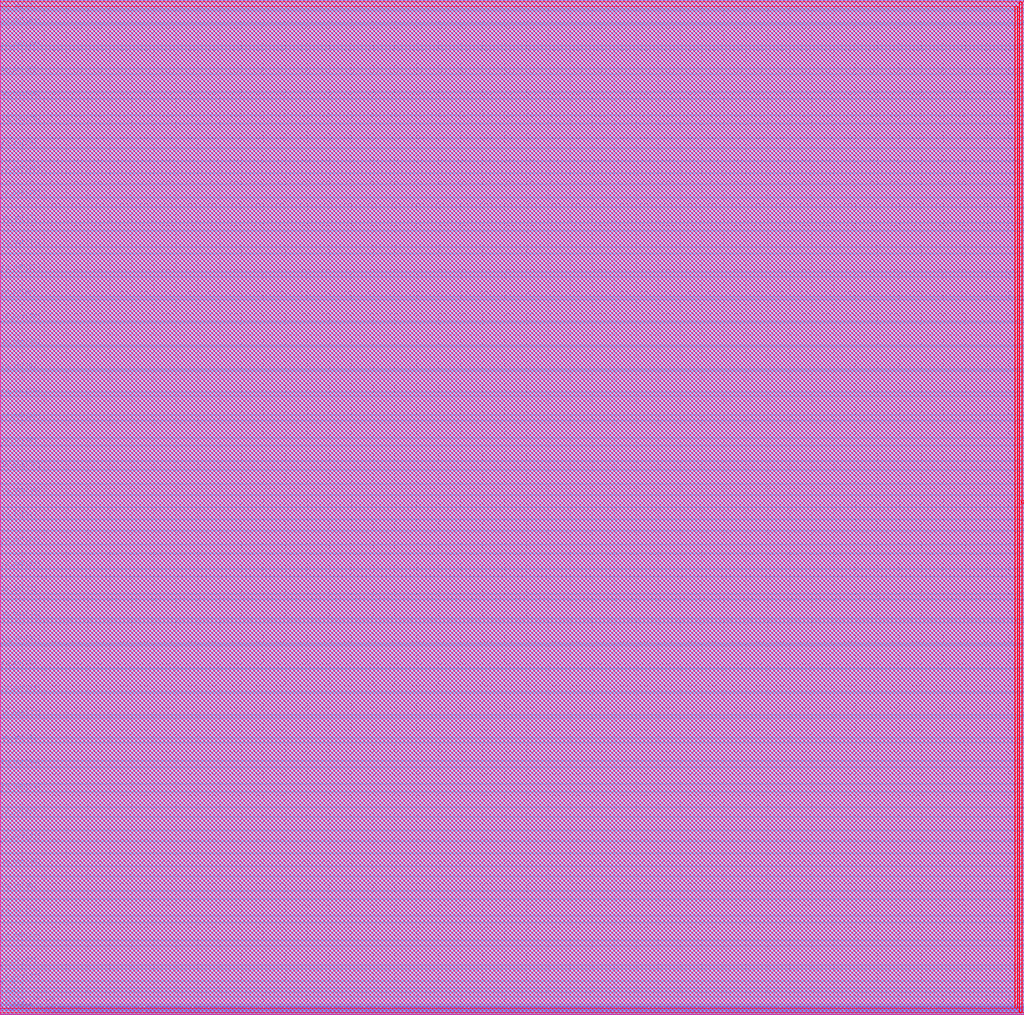
<source format=lef>
##
## LEF for PtnCells ;
## created by Innovus v20.10-p004_1 on Thu May 26 21:42:52 2022
##

VERSION 5.8 ;

BUSBITCHARS "[]" ;
DIVIDERCHAR "/" ;

MACRO user_proj_example
  CLASS BLOCK ;
  SIZE 933.800000 BY 926.160000 ;
  FOREIGN user_proj_example 0.000000 0.000000 ;
  ORIGIN 0 0 ;
  SYMMETRY X Y R90 ;
  PIN wb_clk_i
    DIRECTION INPUT ;
    USE SIGNAL ;
    ANTENNAMODEL OXIDE1 ;
    ANTENNAGATEAREA 0.852 LAYER met2  ;
    ANTENNAPARTIALMETALAREA 0.9534 LAYER met2  ;
    ANTENNAPARTIALMETALSIDEAREA 4.606 LAYER met2  ;
    ANTENNAPARTIALCUTAREA 0.04 LAYER via2  ;
    ANTENNAPARTIALMETALAREA 120.593 LAYER met3  ;
    ANTENNAPARTIALMETALSIDEAREA 643.632 LAYER met3  ;
    ANTENNAGATEAREA 0.852 LAYER met3  ;
    ANTENNAMAXAREACAR 143.514 LAYER met3  ;
    ANTENNAMAXSIDEAREACAR 764.261 LAYER met3  ;
    ANTENNAMAXCUTCAR 0.107277 LAYER via3  ;
    PORT
      LAYER met2 ;
        RECT 1.840000 0.000000 1.980000 0.490000 ;
    END
  END wb_clk_i
  PIN wb_rst_i
    DIRECTION INPUT ;
    USE SIGNAL ;
    ANTENNAPARTIALMETALAREA 12.8762 LAYER met2  ;
    ANTENNAPARTIALMETALSIDEAREA 64.155 LAYER met2  ;
    ANTENNAMODEL OXIDE1 ;
    ANTENNAGATEAREA 0.495 LAYER met2  ;
    ANTENNAMAXAREACAR 42.5283 LAYER met2  ;
    ANTENNAMAXSIDEAREACAR 211.429 LAYER met2  ;
    ANTENNAMAXCUTCAR 0.103838 LAYER via2  ;
    PORT
      LAYER met2 ;
        RECT 0.000000 5.200000 0.490000 5.340000 ;
    END
  END wb_rst_i
  PIN wbs_stb_i
    DIRECTION INPUT ;
    USE SIGNAL ;
    PORT
      LAYER met2 ;
        RECT 198.465000 0.000000 198.605000 0.490000 ;
    END
  END wbs_stb_i
  PIN wbs_cyc_i
    DIRECTION INPUT ;
    USE SIGNAL ;
    PORT
      LAYER met2 ;
        RECT 66.745000 0.000000 66.885000 0.490000 ;
    END
  END wbs_cyc_i
  PIN wbs_we_i
    DIRECTION INPUT ;
    USE SIGNAL ;
    PORT
      LAYER met2 ;
        RECT 200.375000 0.000000 200.515000 0.490000 ;
    END
  END wbs_we_i
  PIN wbs_sel_i[3]
    DIRECTION INPUT ;
    USE SIGNAL ;
    PORT
      LAYER met2 ;
        RECT 196.555000 0.000000 196.695000 0.490000 ;
    END
  END wbs_sel_i[3]
  PIN wbs_sel_i[2]
    DIRECTION INPUT ;
    USE SIGNAL ;
    PORT
      LAYER met2 ;
        RECT 194.650000 0.000000 194.790000 0.490000 ;
    END
  END wbs_sel_i[2]
  PIN wbs_sel_i[1]
    DIRECTION INPUT ;
    USE SIGNAL ;
    PORT
      LAYER met2 ;
        RECT 192.740000 0.000000 192.880000 0.490000 ;
    END
  END wbs_sel_i[1]
  PIN wbs_sel_i[0]
    DIRECTION INPUT ;
    USE SIGNAL ;
    PORT
      LAYER met2 ;
        RECT 190.830000 0.000000 190.970000 0.490000 ;
    END
  END wbs_sel_i[0]
  PIN wbs_dat_i[31]
    DIRECTION INPUT ;
    USE SIGNAL ;
    PORT
      LAYER met2 ;
        RECT 127.835000 0.000000 127.975000 0.490000 ;
    END
  END wbs_dat_i[31]
  PIN wbs_dat_i[30]
    DIRECTION INPUT ;
    USE SIGNAL ;
    PORT
      LAYER met2 ;
        RECT 125.925000 0.000000 126.065000 0.490000 ;
    END
  END wbs_dat_i[30]
  PIN wbs_dat_i[29]
    DIRECTION INPUT ;
    USE SIGNAL ;
    PORT
      LAYER met2 ;
        RECT 124.015000 0.000000 124.155000 0.490000 ;
    END
  END wbs_dat_i[29]
  PIN wbs_dat_i[28]
    DIRECTION INPUT ;
    USE SIGNAL ;
    PORT
      LAYER met2 ;
        RECT 122.105000 0.000000 122.245000 0.490000 ;
    END
  END wbs_dat_i[28]
  PIN wbs_dat_i[27]
    DIRECTION INPUT ;
    USE SIGNAL ;
    PORT
      LAYER met2 ;
        RECT 120.195000 0.000000 120.335000 0.490000 ;
    END
  END wbs_dat_i[27]
  PIN wbs_dat_i[26]
    DIRECTION INPUT ;
    USE SIGNAL ;
    PORT
      LAYER met2 ;
        RECT 118.290000 0.000000 118.430000 0.490000 ;
    END
  END wbs_dat_i[26]
  PIN wbs_dat_i[25]
    DIRECTION INPUT ;
    USE SIGNAL ;
    PORT
      LAYER met2 ;
        RECT 116.380000 0.000000 116.520000 0.490000 ;
    END
  END wbs_dat_i[25]
  PIN wbs_dat_i[24]
    DIRECTION INPUT ;
    USE SIGNAL ;
    PORT
      LAYER met2 ;
        RECT 114.470000 0.000000 114.610000 0.490000 ;
    END
  END wbs_dat_i[24]
  PIN wbs_dat_i[23]
    DIRECTION INPUT ;
    USE SIGNAL ;
    PORT
      LAYER met2 ;
        RECT 112.560000 0.000000 112.700000 0.490000 ;
    END
  END wbs_dat_i[23]
  PIN wbs_dat_i[22]
    DIRECTION INPUT ;
    USE SIGNAL ;
    PORT
      LAYER met2 ;
        RECT 110.650000 0.000000 110.790000 0.490000 ;
    END
  END wbs_dat_i[22]
  PIN wbs_dat_i[21]
    DIRECTION INPUT ;
    USE SIGNAL ;
    PORT
      LAYER met2 ;
        RECT 108.745000 0.000000 108.885000 0.490000 ;
    END
  END wbs_dat_i[21]
  PIN wbs_dat_i[20]
    DIRECTION INPUT ;
    USE SIGNAL ;
    PORT
      LAYER met2 ;
        RECT 106.835000 0.000000 106.975000 0.490000 ;
    END
  END wbs_dat_i[20]
  PIN wbs_dat_i[19]
    DIRECTION INPUT ;
    USE SIGNAL ;
    PORT
      LAYER met2 ;
        RECT 104.925000 0.000000 105.065000 0.490000 ;
    END
  END wbs_dat_i[19]
  PIN wbs_dat_i[18]
    DIRECTION INPUT ;
    USE SIGNAL ;
    PORT
      LAYER met2 ;
        RECT 103.015000 0.000000 103.155000 0.490000 ;
    END
  END wbs_dat_i[18]
  PIN wbs_dat_i[17]
    DIRECTION INPUT ;
    USE SIGNAL ;
    PORT
      LAYER met2 ;
        RECT 101.105000 0.000000 101.245000 0.490000 ;
    END
  END wbs_dat_i[17]
  PIN wbs_dat_i[16]
    DIRECTION INPUT ;
    USE SIGNAL ;
    PORT
      LAYER met2 ;
        RECT 99.200000 0.000000 99.340000 0.490000 ;
    END
  END wbs_dat_i[16]
  PIN wbs_dat_i[15]
    DIRECTION INPUT ;
    USE SIGNAL ;
    PORT
      LAYER met2 ;
        RECT 97.290000 0.000000 97.430000 0.490000 ;
    END
  END wbs_dat_i[15]
  PIN wbs_dat_i[14]
    DIRECTION INPUT ;
    USE SIGNAL ;
    PORT
      LAYER met2 ;
        RECT 95.380000 0.000000 95.520000 0.490000 ;
    END
  END wbs_dat_i[14]
  PIN wbs_dat_i[13]
    DIRECTION INPUT ;
    USE SIGNAL ;
    PORT
      LAYER met2 ;
        RECT 93.470000 0.000000 93.610000 0.490000 ;
    END
  END wbs_dat_i[13]
  PIN wbs_dat_i[12]
    DIRECTION INPUT ;
    USE SIGNAL ;
    PORT
      LAYER met2 ;
        RECT 91.560000 0.000000 91.700000 0.490000 ;
    END
  END wbs_dat_i[12]
  PIN wbs_dat_i[11]
    DIRECTION INPUT ;
    USE SIGNAL ;
    PORT
      LAYER met2 ;
        RECT 89.655000 0.000000 89.795000 0.490000 ;
    END
  END wbs_dat_i[11]
  PIN wbs_dat_i[10]
    DIRECTION INPUT ;
    USE SIGNAL ;
    PORT
      LAYER met2 ;
        RECT 87.745000 0.000000 87.885000 0.490000 ;
    END
  END wbs_dat_i[10]
  PIN wbs_dat_i[9]
    DIRECTION INPUT ;
    USE SIGNAL ;
    PORT
      LAYER met2 ;
        RECT 85.835000 0.000000 85.975000 0.490000 ;
    END
  END wbs_dat_i[9]
  PIN wbs_dat_i[8]
    DIRECTION INPUT ;
    USE SIGNAL ;
    PORT
      LAYER met2 ;
        RECT 83.925000 0.000000 84.065000 0.490000 ;
    END
  END wbs_dat_i[8]
  PIN wbs_dat_i[7]
    DIRECTION INPUT ;
    USE SIGNAL ;
    PORT
      LAYER met2 ;
        RECT 82.015000 0.000000 82.155000 0.490000 ;
    END
  END wbs_dat_i[7]
  PIN wbs_dat_i[6]
    DIRECTION INPUT ;
    USE SIGNAL ;
    PORT
      LAYER met2 ;
        RECT 80.110000 0.000000 80.250000 0.490000 ;
    END
  END wbs_dat_i[6]
  PIN wbs_dat_i[5]
    DIRECTION INPUT ;
    USE SIGNAL ;
    PORT
      LAYER met2 ;
        RECT 78.200000 0.000000 78.340000 0.490000 ;
    END
  END wbs_dat_i[5]
  PIN wbs_dat_i[4]
    DIRECTION INPUT ;
    USE SIGNAL ;
    PORT
      LAYER met2 ;
        RECT 76.290000 0.000000 76.430000 0.490000 ;
    END
  END wbs_dat_i[4]
  PIN wbs_dat_i[3]
    DIRECTION INPUT ;
    USE SIGNAL ;
    PORT
      LAYER met2 ;
        RECT 74.380000 0.000000 74.520000 0.490000 ;
    END
  END wbs_dat_i[3]
  PIN wbs_dat_i[2]
    DIRECTION INPUT ;
    USE SIGNAL ;
    PORT
      LAYER met2 ;
        RECT 72.470000 0.000000 72.610000 0.490000 ;
    END
  END wbs_dat_i[2]
  PIN wbs_dat_i[1]
    DIRECTION INPUT ;
    USE SIGNAL ;
    PORT
      LAYER met2 ;
        RECT 70.565000 0.000000 70.705000 0.490000 ;
    END
  END wbs_dat_i[1]
  PIN wbs_dat_i[0]
    DIRECTION INPUT ;
    USE SIGNAL ;
    PORT
      LAYER met2 ;
        RECT 68.655000 0.000000 68.795000 0.490000 ;
    END
  END wbs_dat_i[0]
  PIN wbs_adr_i[31]
    DIRECTION INPUT ;
    USE SIGNAL ;
    PORT
      LAYER met2 ;
        RECT 64.835000 0.000000 64.975000 0.490000 ;
    END
  END wbs_adr_i[31]
  PIN wbs_adr_i[30]
    DIRECTION INPUT ;
    USE SIGNAL ;
    PORT
      LAYER met2 ;
        RECT 62.925000 0.000000 63.065000 0.490000 ;
    END
  END wbs_adr_i[30]
  PIN wbs_adr_i[29]
    DIRECTION INPUT ;
    USE SIGNAL ;
    PORT
      LAYER met2 ;
        RECT 61.020000 0.000000 61.160000 0.490000 ;
    END
  END wbs_adr_i[29]
  PIN wbs_adr_i[28]
    DIRECTION INPUT ;
    USE SIGNAL ;
    PORT
      LAYER met2 ;
        RECT 59.110000 0.000000 59.250000 0.490000 ;
    END
  END wbs_adr_i[28]
  PIN wbs_adr_i[27]
    DIRECTION INPUT ;
    USE SIGNAL ;
    PORT
      LAYER met2 ;
        RECT 57.200000 0.000000 57.340000 0.490000 ;
    END
  END wbs_adr_i[27]
  PIN wbs_adr_i[26]
    DIRECTION INPUT ;
    USE SIGNAL ;
    PORT
      LAYER met2 ;
        RECT 55.290000 0.000000 55.430000 0.490000 ;
    END
  END wbs_adr_i[26]
  PIN wbs_adr_i[25]
    DIRECTION INPUT ;
    USE SIGNAL ;
    PORT
      LAYER met2 ;
        RECT 53.380000 0.000000 53.520000 0.490000 ;
    END
  END wbs_adr_i[25]
  PIN wbs_adr_i[24]
    DIRECTION INPUT ;
    USE SIGNAL ;
    PORT
      LAYER met2 ;
        RECT 51.475000 0.000000 51.615000 0.490000 ;
    END
  END wbs_adr_i[24]
  PIN wbs_adr_i[23]
    DIRECTION INPUT ;
    USE SIGNAL ;
    PORT
      LAYER met2 ;
        RECT 49.565000 0.000000 49.705000 0.490000 ;
    END
  END wbs_adr_i[23]
  PIN wbs_adr_i[22]
    DIRECTION INPUT ;
    USE SIGNAL ;
    PORT
      LAYER met2 ;
        RECT 47.655000 0.000000 47.795000 0.490000 ;
    END
  END wbs_adr_i[22]
  PIN wbs_adr_i[21]
    DIRECTION INPUT ;
    USE SIGNAL ;
    PORT
      LAYER met2 ;
        RECT 45.745000 0.000000 45.885000 0.490000 ;
    END
  END wbs_adr_i[21]
  PIN wbs_adr_i[20]
    DIRECTION INPUT ;
    USE SIGNAL ;
    PORT
      LAYER met2 ;
        RECT 43.835000 0.000000 43.975000 0.490000 ;
    END
  END wbs_adr_i[20]
  PIN wbs_adr_i[19]
    DIRECTION INPUT ;
    USE SIGNAL ;
    PORT
      LAYER met2 ;
        RECT 41.930000 0.000000 42.070000 0.490000 ;
    END
  END wbs_adr_i[19]
  PIN wbs_adr_i[18]
    DIRECTION INPUT ;
    USE SIGNAL ;
    PORT
      LAYER met2 ;
        RECT 40.020000 0.000000 40.160000 0.490000 ;
    END
  END wbs_adr_i[18]
  PIN wbs_adr_i[17]
    DIRECTION INPUT ;
    USE SIGNAL ;
    PORT
      LAYER met2 ;
        RECT 38.110000 0.000000 38.250000 0.490000 ;
    END
  END wbs_adr_i[17]
  PIN wbs_adr_i[16]
    DIRECTION INPUT ;
    USE SIGNAL ;
    PORT
      LAYER met2 ;
        RECT 36.200000 0.000000 36.340000 0.490000 ;
    END
  END wbs_adr_i[16]
  PIN wbs_adr_i[15]
    DIRECTION INPUT ;
    USE SIGNAL ;
    PORT
      LAYER met2 ;
        RECT 34.290000 0.000000 34.430000 0.490000 ;
    END
  END wbs_adr_i[15]
  PIN wbs_adr_i[14]
    DIRECTION INPUT ;
    USE SIGNAL ;
    PORT
      LAYER met2 ;
        RECT 32.385000 0.000000 32.525000 0.490000 ;
    END
  END wbs_adr_i[14]
  PIN wbs_adr_i[13]
    DIRECTION INPUT ;
    USE SIGNAL ;
    PORT
      LAYER met2 ;
        RECT 30.475000 0.000000 30.615000 0.490000 ;
    END
  END wbs_adr_i[13]
  PIN wbs_adr_i[12]
    DIRECTION INPUT ;
    USE SIGNAL ;
    PORT
      LAYER met2 ;
        RECT 28.565000 0.000000 28.705000 0.490000 ;
    END
  END wbs_adr_i[12]
  PIN wbs_adr_i[11]
    DIRECTION INPUT ;
    USE SIGNAL ;
    PORT
      LAYER met2 ;
        RECT 26.655000 0.000000 26.795000 0.490000 ;
    END
  END wbs_adr_i[11]
  PIN wbs_adr_i[10]
    DIRECTION INPUT ;
    USE SIGNAL ;
    PORT
      LAYER met2 ;
        RECT 24.745000 0.000000 24.885000 0.490000 ;
    END
  END wbs_adr_i[10]
  PIN wbs_adr_i[9]
    DIRECTION INPUT ;
    USE SIGNAL ;
    PORT
      LAYER met2 ;
        RECT 22.840000 0.000000 22.980000 0.490000 ;
    END
  END wbs_adr_i[9]
  PIN wbs_adr_i[8]
    DIRECTION INPUT ;
    USE SIGNAL ;
    PORT
      LAYER met2 ;
        RECT 20.930000 0.000000 21.070000 0.490000 ;
    END
  END wbs_adr_i[8]
  PIN wbs_adr_i[7]
    DIRECTION INPUT ;
    USE SIGNAL ;
    PORT
      LAYER met2 ;
        RECT 19.020000 0.000000 19.160000 0.490000 ;
    END
  END wbs_adr_i[7]
  PIN wbs_adr_i[6]
    DIRECTION INPUT ;
    USE SIGNAL ;
    PORT
      LAYER met2 ;
        RECT 17.110000 0.000000 17.250000 0.490000 ;
    END
  END wbs_adr_i[6]
  PIN wbs_adr_i[5]
    DIRECTION INPUT ;
    USE SIGNAL ;
    PORT
      LAYER met2 ;
        RECT 15.200000 0.000000 15.340000 0.490000 ;
    END
  END wbs_adr_i[5]
  PIN wbs_adr_i[4]
    DIRECTION INPUT ;
    USE SIGNAL ;
    PORT
      LAYER met2 ;
        RECT 13.295000 0.000000 13.435000 0.490000 ;
    END
  END wbs_adr_i[4]
  PIN wbs_adr_i[3]
    DIRECTION INPUT ;
    USE SIGNAL ;
    PORT
      LAYER met2 ;
        RECT 11.385000 0.000000 11.525000 0.490000 ;
    END
  END wbs_adr_i[3]
  PIN wbs_adr_i[2]
    DIRECTION INPUT ;
    USE SIGNAL ;
    PORT
      LAYER met2 ;
        RECT 9.475000 0.000000 9.615000 0.490000 ;
    END
  END wbs_adr_i[2]
  PIN wbs_adr_i[1]
    DIRECTION INPUT ;
    USE SIGNAL ;
    PORT
      LAYER met2 ;
        RECT 7.565000 0.000000 7.705000 0.490000 ;
    END
  END wbs_adr_i[1]
  PIN wbs_adr_i[0]
    DIRECTION INPUT ;
    USE SIGNAL ;
    PORT
      LAYER met2 ;
        RECT 5.655000 0.000000 5.795000 0.490000 ;
    END
  END wbs_adr_i[0]
  PIN wbs_ack_o
    DIRECTION OUTPUT ;
    USE SIGNAL ;
    ANTENNAPARTIALMETALAREA 148.232 LAYER met2  ;
    ANTENNAPARTIALMETALSIDEAREA 737.751 LAYER met2  ;
    ANTENNAPARTIALCUTAREA 0.76 LAYER via2  ;
    ANTENNAPARTIALMETALAREA 51.6895 LAYER met3  ;
    ANTENNAPARTIALMETALSIDEAREA 289.44 LAYER met3  ;
    ANTENNAPARTIALCUTAREA 0.04 LAYER via3  ;
    ANTENNAPARTIALMETALAREA 63.0711 LAYER met4  ;
    ANTENNAPARTIALMETALSIDEAREA 338.256 LAYER met4  ;
    PORT
      LAYER met2 ;
        RECT 3.750000 0.000000 3.890000 0.490000 ;
    END
  END wbs_ack_o
  PIN wbs_dat_o[31]
    DIRECTION OUTPUT ;
    USE SIGNAL ;
    ANTENNAPARTIALMETALAREA 148.229 LAYER met2  ;
    ANTENNAPARTIALMETALSIDEAREA 737.737 LAYER met2  ;
    ANTENNAPARTIALCUTAREA 0.76 LAYER via2  ;
    ANTENNAPARTIALMETALAREA 51.6895 LAYER met3  ;
    ANTENNAPARTIALMETALSIDEAREA 289.44 LAYER met3  ;
    ANTENNAPARTIALCUTAREA 0.04 LAYER via3  ;
    ANTENNAPARTIALMETALAREA 63.0711 LAYER met4  ;
    ANTENNAPARTIALMETALSIDEAREA 338.256 LAYER met4  ;
    PORT
      LAYER met2 ;
        RECT 188.920000 0.000000 189.060000 0.490000 ;
    END
  END wbs_dat_o[31]
  PIN wbs_dat_o[30]
    DIRECTION OUTPUT ;
    USE SIGNAL ;
    ANTENNAPARTIALMETALAREA 148.239 LAYER met2  ;
    ANTENNAPARTIALMETALSIDEAREA 737.786 LAYER met2  ;
    ANTENNAPARTIALCUTAREA 0.76 LAYER via2  ;
    ANTENNAPARTIALMETALAREA 51.6895 LAYER met3  ;
    ANTENNAPARTIALMETALSIDEAREA 289.44 LAYER met3  ;
    ANTENNAPARTIALCUTAREA 0.04 LAYER via3  ;
    ANTENNAPARTIALMETALAREA 63.0711 LAYER met4  ;
    ANTENNAPARTIALMETALSIDEAREA 338.256 LAYER met4  ;
    PORT
      LAYER met2 ;
        RECT 187.010000 0.000000 187.150000 0.490000 ;
    END
  END wbs_dat_o[30]
  PIN wbs_dat_o[29]
    DIRECTION OUTPUT ;
    USE SIGNAL ;
    ANTENNAPARTIALMETALAREA 148.239 LAYER met2  ;
    ANTENNAPARTIALMETALSIDEAREA 737.839 LAYER met2  ;
    ANTENNAPARTIALCUTAREA 0.76 LAYER via2  ;
    ANTENNAPARTIALMETALAREA 51.6895 LAYER met3  ;
    ANTENNAPARTIALMETALSIDEAREA 289.44 LAYER met3  ;
    ANTENNAPARTIALCUTAREA 0.04 LAYER via3  ;
    ANTENNAPARTIALMETALAREA 63.0711 LAYER met4  ;
    ANTENNAPARTIALMETALSIDEAREA 338.256 LAYER met4  ;
    PORT
      LAYER met2 ;
        RECT 185.105000 0.000000 185.245000 0.490000 ;
    END
  END wbs_dat_o[29]
  PIN wbs_dat_o[28]
    DIRECTION OUTPUT ;
    USE SIGNAL ;
    ANTENNAPARTIALMETALAREA 148.239 LAYER met2  ;
    ANTENNAPARTIALMETALSIDEAREA 737.839 LAYER met2  ;
    ANTENNAPARTIALCUTAREA 0.76 LAYER via2  ;
    ANTENNAPARTIALMETALAREA 51.6895 LAYER met3  ;
    ANTENNAPARTIALMETALSIDEAREA 289.44 LAYER met3  ;
    ANTENNAPARTIALCUTAREA 0.04 LAYER via3  ;
    ANTENNAPARTIALMETALAREA 63.0711 LAYER met4  ;
    ANTENNAPARTIALMETALSIDEAREA 338.256 LAYER met4  ;
    PORT
      LAYER met2 ;
        RECT 183.195000 0.000000 183.335000 0.490000 ;
    END
  END wbs_dat_o[28]
  PIN wbs_dat_o[27]
    DIRECTION OUTPUT ;
    USE SIGNAL ;
    ANTENNAPARTIALMETALAREA 148.239 LAYER met2  ;
    ANTENNAPARTIALMETALSIDEAREA 737.839 LAYER met2  ;
    ANTENNAPARTIALCUTAREA 0.76 LAYER via2  ;
    ANTENNAPARTIALMETALAREA 51.6895 LAYER met3  ;
    ANTENNAPARTIALMETALSIDEAREA 289.44 LAYER met3  ;
    ANTENNAPARTIALCUTAREA 0.04 LAYER via3  ;
    ANTENNAPARTIALMETALAREA 63.0711 LAYER met4  ;
    ANTENNAPARTIALMETALSIDEAREA 338.256 LAYER met4  ;
    PORT
      LAYER met2 ;
        RECT 181.285000 0.000000 181.425000 0.490000 ;
    END
  END wbs_dat_o[27]
  PIN wbs_dat_o[26]
    DIRECTION OUTPUT ;
    USE SIGNAL ;
    ANTENNAPARTIALMETALAREA 148.239 LAYER met2  ;
    ANTENNAPARTIALMETALSIDEAREA 737.786 LAYER met2  ;
    ANTENNAPARTIALCUTAREA 0.76 LAYER via2  ;
    ANTENNAPARTIALMETALAREA 51.6895 LAYER met3  ;
    ANTENNAPARTIALMETALSIDEAREA 289.44 LAYER met3  ;
    ANTENNAPARTIALCUTAREA 0.04 LAYER via3  ;
    ANTENNAPARTIALMETALAREA 63.0711 LAYER met4  ;
    ANTENNAPARTIALMETALSIDEAREA 338.256 LAYER met4  ;
    PORT
      LAYER met2 ;
        RECT 179.375000 0.000000 179.515000 0.490000 ;
    END
  END wbs_dat_o[26]
  PIN wbs_dat_o[25]
    DIRECTION OUTPUT ;
    USE SIGNAL ;
    ANTENNAPARTIALMETALAREA 148.239 LAYER met2  ;
    ANTENNAPARTIALMETALSIDEAREA 737.786 LAYER met2  ;
    ANTENNAPARTIALCUTAREA 0.76 LAYER via2  ;
    ANTENNAPARTIALMETALAREA 51.6895 LAYER met3  ;
    ANTENNAPARTIALMETALSIDEAREA 289.44 LAYER met3  ;
    ANTENNAPARTIALCUTAREA 0.04 LAYER via3  ;
    ANTENNAPARTIALMETALAREA 63.0711 LAYER met4  ;
    ANTENNAPARTIALMETALSIDEAREA 338.256 LAYER met4  ;
    PORT
      LAYER met2 ;
        RECT 177.465000 0.000000 177.605000 0.490000 ;
    END
  END wbs_dat_o[25]
  PIN wbs_dat_o[24]
    DIRECTION OUTPUT ;
    USE SIGNAL ;
    ANTENNAPARTIALMETALAREA 148.239 LAYER met2  ;
    ANTENNAPARTIALMETALSIDEAREA 737.839 LAYER met2  ;
    ANTENNAPARTIALCUTAREA 0.76 LAYER via2  ;
    ANTENNAPARTIALMETALAREA 51.6895 LAYER met3  ;
    ANTENNAPARTIALMETALSIDEAREA 289.44 LAYER met3  ;
    ANTENNAPARTIALCUTAREA 0.04 LAYER via3  ;
    ANTENNAPARTIALMETALAREA 63.0711 LAYER met4  ;
    ANTENNAPARTIALMETALSIDEAREA 338.256 LAYER met4  ;
    PORT
      LAYER met2 ;
        RECT 175.560000 0.000000 175.700000 0.490000 ;
    END
  END wbs_dat_o[24]
  PIN wbs_dat_o[23]
    DIRECTION OUTPUT ;
    USE SIGNAL ;
    ANTENNAPARTIALMETALAREA 148.239 LAYER met2  ;
    ANTENNAPARTIALMETALSIDEAREA 737.786 LAYER met2  ;
    ANTENNAPARTIALCUTAREA 0.76 LAYER via2  ;
    ANTENNAPARTIALMETALAREA 51.6895 LAYER met3  ;
    ANTENNAPARTIALMETALSIDEAREA 289.44 LAYER met3  ;
    ANTENNAPARTIALCUTAREA 0.04 LAYER via3  ;
    ANTENNAPARTIALMETALAREA 63.0711 LAYER met4  ;
    ANTENNAPARTIALMETALSIDEAREA 338.256 LAYER met4  ;
    PORT
      LAYER met2 ;
        RECT 173.650000 0.000000 173.790000 0.490000 ;
    END
  END wbs_dat_o[23]
  PIN wbs_dat_o[22]
    DIRECTION OUTPUT ;
    USE SIGNAL ;
    ANTENNAPARTIALMETALAREA 148.239 LAYER met2  ;
    ANTENNAPARTIALMETALSIDEAREA 737.786 LAYER met2  ;
    ANTENNAPARTIALCUTAREA 0.76 LAYER via2  ;
    ANTENNAPARTIALMETALAREA 51.6895 LAYER met3  ;
    ANTENNAPARTIALMETALSIDEAREA 289.44 LAYER met3  ;
    ANTENNAPARTIALCUTAREA 0.04 LAYER via3  ;
    ANTENNAPARTIALMETALAREA 63.0711 LAYER met4  ;
    ANTENNAPARTIALMETALSIDEAREA 338.256 LAYER met4  ;
    PORT
      LAYER met2 ;
        RECT 171.740000 0.000000 171.880000 0.490000 ;
    END
  END wbs_dat_o[22]
  PIN wbs_dat_o[21]
    DIRECTION OUTPUT ;
    USE SIGNAL ;
    ANTENNAPARTIALMETALAREA 148.239 LAYER met2  ;
    ANTENNAPARTIALMETALSIDEAREA 737.839 LAYER met2  ;
    ANTENNAPARTIALCUTAREA 0.76 LAYER via2  ;
    ANTENNAPARTIALMETALAREA 51.6895 LAYER met3  ;
    ANTENNAPARTIALMETALSIDEAREA 289.44 LAYER met3  ;
    ANTENNAPARTIALCUTAREA 0.04 LAYER via3  ;
    ANTENNAPARTIALMETALAREA 63.0711 LAYER met4  ;
    ANTENNAPARTIALMETALSIDEAREA 338.256 LAYER met4  ;
    PORT
      LAYER met2 ;
        RECT 169.830000 0.000000 169.970000 0.490000 ;
    END
  END wbs_dat_o[21]
  PIN wbs_dat_o[20]
    DIRECTION OUTPUT ;
    USE SIGNAL ;
    ANTENNAPARTIALMETALAREA 148.239 LAYER met2  ;
    ANTENNAPARTIALMETALSIDEAREA 737.839 LAYER met2  ;
    ANTENNAPARTIALCUTAREA 0.76 LAYER via2  ;
    ANTENNAPARTIALMETALAREA 51.6895 LAYER met3  ;
    ANTENNAPARTIALMETALSIDEAREA 289.44 LAYER met3  ;
    ANTENNAPARTIALCUTAREA 0.04 LAYER via3  ;
    ANTENNAPARTIALMETALAREA 63.0711 LAYER met4  ;
    ANTENNAPARTIALMETALSIDEAREA 338.256 LAYER met4  ;
    PORT
      LAYER met2 ;
        RECT 167.920000 0.000000 168.060000 0.490000 ;
    END
  END wbs_dat_o[20]
  PIN wbs_dat_o[19]
    DIRECTION OUTPUT ;
    USE SIGNAL ;
    ANTENNAPARTIALMETALAREA 148.239 LAYER met2  ;
    ANTENNAPARTIALMETALSIDEAREA 737.839 LAYER met2  ;
    ANTENNAPARTIALCUTAREA 0.76 LAYER via2  ;
    ANTENNAPARTIALMETALAREA 51.6895 LAYER met3  ;
    ANTENNAPARTIALMETALSIDEAREA 289.44 LAYER met3  ;
    ANTENNAPARTIALCUTAREA 0.04 LAYER via3  ;
    ANTENNAPARTIALMETALAREA 63.0711 LAYER met4  ;
    ANTENNAPARTIALMETALSIDEAREA 338.256 LAYER met4  ;
    PORT
      LAYER met2 ;
        RECT 166.015000 0.000000 166.155000 0.490000 ;
    END
  END wbs_dat_o[19]
  PIN wbs_dat_o[18]
    DIRECTION OUTPUT ;
    USE SIGNAL ;
    ANTENNAPARTIALMETALAREA 148.239 LAYER met2  ;
    ANTENNAPARTIALMETALSIDEAREA 737.839 LAYER met2  ;
    ANTENNAPARTIALCUTAREA 0.76 LAYER via2  ;
    ANTENNAPARTIALMETALAREA 51.6895 LAYER met3  ;
    ANTENNAPARTIALMETALSIDEAREA 289.44 LAYER met3  ;
    ANTENNAPARTIALCUTAREA 0.04 LAYER via3  ;
    ANTENNAPARTIALMETALAREA 63.0711 LAYER met4  ;
    ANTENNAPARTIALMETALSIDEAREA 338.256 LAYER met4  ;
    PORT
      LAYER met2 ;
        RECT 164.105000 0.000000 164.245000 0.490000 ;
    END
  END wbs_dat_o[18]
  PIN wbs_dat_o[17]
    DIRECTION OUTPUT ;
    USE SIGNAL ;
    ANTENNAPARTIALMETALAREA 148.239 LAYER met2  ;
    ANTENNAPARTIALMETALSIDEAREA 737.839 LAYER met2  ;
    ANTENNAPARTIALCUTAREA 0.76 LAYER via2  ;
    ANTENNAPARTIALMETALAREA 51.6895 LAYER met3  ;
    ANTENNAPARTIALMETALSIDEAREA 289.44 LAYER met3  ;
    ANTENNAPARTIALCUTAREA 0.04 LAYER via3  ;
    ANTENNAPARTIALMETALAREA 63.0711 LAYER met4  ;
    ANTENNAPARTIALMETALSIDEAREA 338.256 LAYER met4  ;
    PORT
      LAYER met2 ;
        RECT 162.195000 0.000000 162.335000 0.490000 ;
    END
  END wbs_dat_o[17]
  PIN wbs_dat_o[16]
    DIRECTION OUTPUT ;
    USE SIGNAL ;
    ANTENNAPARTIALMETALAREA 148.239 LAYER met2  ;
    ANTENNAPARTIALMETALSIDEAREA 737.839 LAYER met2  ;
    ANTENNAPARTIALCUTAREA 0.76 LAYER via2  ;
    ANTENNAPARTIALMETALAREA 51.6895 LAYER met3  ;
    ANTENNAPARTIALMETALSIDEAREA 289.44 LAYER met3  ;
    ANTENNAPARTIALCUTAREA 0.04 LAYER via3  ;
    ANTENNAPARTIALMETALAREA 63.0711 LAYER met4  ;
    ANTENNAPARTIALMETALSIDEAREA 338.256 LAYER met4  ;
    PORT
      LAYER met2 ;
        RECT 160.285000 0.000000 160.425000 0.490000 ;
    END
  END wbs_dat_o[16]
  PIN wbs_dat_o[15]
    DIRECTION OUTPUT ;
    USE SIGNAL ;
    ANTENNAPARTIALMETALAREA 148.239 LAYER met2  ;
    ANTENNAPARTIALMETALSIDEAREA 737.839 LAYER met2  ;
    ANTENNAPARTIALCUTAREA 0.76 LAYER via2  ;
    ANTENNAPARTIALMETALAREA 51.6895 LAYER met3  ;
    ANTENNAPARTIALMETALSIDEAREA 289.44 LAYER met3  ;
    ANTENNAPARTIALCUTAREA 0.04 LAYER via3  ;
    ANTENNAPARTIALMETALAREA 63.0711 LAYER met4  ;
    ANTENNAPARTIALMETALSIDEAREA 338.256 LAYER met4  ;
    PORT
      LAYER met2 ;
        RECT 158.375000 0.000000 158.515000 0.490000 ;
    END
  END wbs_dat_o[15]
  PIN wbs_dat_o[14]
    DIRECTION OUTPUT ;
    USE SIGNAL ;
    ANTENNAPARTIALMETALAREA 148.239 LAYER met2  ;
    ANTENNAPARTIALMETALSIDEAREA 737.839 LAYER met2  ;
    ANTENNAPARTIALCUTAREA 0.76 LAYER via2  ;
    ANTENNAPARTIALMETALAREA 51.6895 LAYER met3  ;
    ANTENNAPARTIALMETALSIDEAREA 289.44 LAYER met3  ;
    ANTENNAPARTIALCUTAREA 0.04 LAYER via3  ;
    ANTENNAPARTIALMETALAREA 63.0711 LAYER met4  ;
    ANTENNAPARTIALMETALSIDEAREA 338.256 LAYER met4  ;
    PORT
      LAYER met2 ;
        RECT 156.470000 0.000000 156.610000 0.490000 ;
    END
  END wbs_dat_o[14]
  PIN wbs_dat_o[13]
    DIRECTION OUTPUT ;
    USE SIGNAL ;
    ANTENNAPARTIALMETALAREA 148.239 LAYER met2  ;
    ANTENNAPARTIALMETALSIDEAREA 737.839 LAYER met2  ;
    ANTENNAPARTIALCUTAREA 0.76 LAYER via2  ;
    ANTENNAPARTIALMETALAREA 51.6895 LAYER met3  ;
    ANTENNAPARTIALMETALSIDEAREA 289.44 LAYER met3  ;
    ANTENNAPARTIALCUTAREA 0.04 LAYER via3  ;
    ANTENNAPARTIALMETALAREA 63.0711 LAYER met4  ;
    ANTENNAPARTIALMETALSIDEAREA 338.256 LAYER met4  ;
    PORT
      LAYER met2 ;
        RECT 154.560000 0.000000 154.700000 0.490000 ;
    END
  END wbs_dat_o[13]
  PIN wbs_dat_o[12]
    DIRECTION OUTPUT ;
    USE SIGNAL ;
    ANTENNAPARTIALMETALAREA 148.239 LAYER met2  ;
    ANTENNAPARTIALMETALSIDEAREA 737.839 LAYER met2  ;
    ANTENNAPARTIALCUTAREA 0.76 LAYER via2  ;
    ANTENNAPARTIALMETALAREA 51.6895 LAYER met3  ;
    ANTENNAPARTIALMETALSIDEAREA 289.44 LAYER met3  ;
    ANTENNAPARTIALCUTAREA 0.04 LAYER via3  ;
    ANTENNAPARTIALMETALAREA 63.0711 LAYER met4  ;
    ANTENNAPARTIALMETALSIDEAREA 338.256 LAYER met4  ;
    PORT
      LAYER met2 ;
        RECT 152.650000 0.000000 152.790000 0.490000 ;
    END
  END wbs_dat_o[12]
  PIN wbs_dat_o[11]
    DIRECTION OUTPUT ;
    USE SIGNAL ;
    ANTENNAPARTIALMETALAREA 148.239 LAYER met2  ;
    ANTENNAPARTIALMETALSIDEAREA 737.786 LAYER met2  ;
    ANTENNAPARTIALCUTAREA 0.76 LAYER via2  ;
    ANTENNAPARTIALMETALAREA 51.6895 LAYER met3  ;
    ANTENNAPARTIALMETALSIDEAREA 289.44 LAYER met3  ;
    ANTENNAPARTIALCUTAREA 0.04 LAYER via3  ;
    ANTENNAPARTIALMETALAREA 63.0711 LAYER met4  ;
    ANTENNAPARTIALMETALSIDEAREA 338.256 LAYER met4  ;
    PORT
      LAYER met2 ;
        RECT 150.740000 0.000000 150.880000 0.490000 ;
    END
  END wbs_dat_o[11]
  PIN wbs_dat_o[10]
    DIRECTION OUTPUT ;
    USE SIGNAL ;
    ANTENNAPARTIALMETALAREA 148.239 LAYER met2  ;
    ANTENNAPARTIALMETALSIDEAREA 737.839 LAYER met2  ;
    ANTENNAPARTIALCUTAREA 0.76 LAYER via2  ;
    ANTENNAPARTIALMETALAREA 51.6895 LAYER met3  ;
    ANTENNAPARTIALMETALSIDEAREA 289.44 LAYER met3  ;
    ANTENNAPARTIALCUTAREA 0.04 LAYER via3  ;
    ANTENNAPARTIALMETALAREA 63.0711 LAYER met4  ;
    ANTENNAPARTIALMETALSIDEAREA 338.256 LAYER met4  ;
    PORT
      LAYER met2 ;
        RECT 148.830000 0.000000 148.970000 0.490000 ;
    END
  END wbs_dat_o[10]
  PIN wbs_dat_o[9]
    DIRECTION OUTPUT ;
    USE SIGNAL ;
    ANTENNAPARTIALMETALAREA 148.239 LAYER met2  ;
    ANTENNAPARTIALMETALSIDEAREA 737.839 LAYER met2  ;
    ANTENNAPARTIALCUTAREA 0.76 LAYER via2  ;
    ANTENNAPARTIALMETALAREA 51.6895 LAYER met3  ;
    ANTENNAPARTIALMETALSIDEAREA 289.44 LAYER met3  ;
    ANTENNAPARTIALCUTAREA 0.04 LAYER via3  ;
    ANTENNAPARTIALMETALAREA 63.0711 LAYER met4  ;
    ANTENNAPARTIALMETALSIDEAREA 338.256 LAYER met4  ;
    PORT
      LAYER met2 ;
        RECT 146.925000 0.000000 147.065000 0.490000 ;
    END
  END wbs_dat_o[9]
  PIN wbs_dat_o[8]
    DIRECTION OUTPUT ;
    USE SIGNAL ;
    ANTENNAPARTIALMETALAREA 148.239 LAYER met2  ;
    ANTENNAPARTIALMETALSIDEAREA 737.839 LAYER met2  ;
    ANTENNAPARTIALCUTAREA 0.76 LAYER via2  ;
    ANTENNAPARTIALMETALAREA 51.6895 LAYER met3  ;
    ANTENNAPARTIALMETALSIDEAREA 289.44 LAYER met3  ;
    ANTENNAPARTIALCUTAREA 0.04 LAYER via3  ;
    ANTENNAPARTIALMETALAREA 63.0711 LAYER met4  ;
    ANTENNAPARTIALMETALSIDEAREA 338.256 LAYER met4  ;
    PORT
      LAYER met2 ;
        RECT 145.015000 0.000000 145.155000 0.490000 ;
    END
  END wbs_dat_o[8]
  PIN wbs_dat_o[7]
    DIRECTION OUTPUT ;
    USE SIGNAL ;
    ANTENNAPARTIALMETALAREA 148.239 LAYER met2  ;
    ANTENNAPARTIALMETALSIDEAREA 737.839 LAYER met2  ;
    ANTENNAPARTIALCUTAREA 0.76 LAYER via2  ;
    ANTENNAPARTIALMETALAREA 51.6895 LAYER met3  ;
    ANTENNAPARTIALMETALSIDEAREA 289.44 LAYER met3  ;
    ANTENNAPARTIALCUTAREA 0.04 LAYER via3  ;
    ANTENNAPARTIALMETALAREA 63.0711 LAYER met4  ;
    ANTENNAPARTIALMETALSIDEAREA 338.256 LAYER met4  ;
    PORT
      LAYER met2 ;
        RECT 143.105000 0.000000 143.245000 0.490000 ;
    END
  END wbs_dat_o[7]
  PIN wbs_dat_o[6]
    DIRECTION OUTPUT ;
    USE SIGNAL ;
    ANTENNAPARTIALMETALAREA 148.239 LAYER met2  ;
    ANTENNAPARTIALMETALSIDEAREA 737.839 LAYER met2  ;
    ANTENNAPARTIALCUTAREA 0.76 LAYER via2  ;
    ANTENNAPARTIALMETALAREA 51.6895 LAYER met3  ;
    ANTENNAPARTIALMETALSIDEAREA 289.44 LAYER met3  ;
    ANTENNAPARTIALCUTAREA 0.04 LAYER via3  ;
    ANTENNAPARTIALMETALAREA 63.0711 LAYER met4  ;
    ANTENNAPARTIALMETALSIDEAREA 338.256 LAYER met4  ;
    PORT
      LAYER met2 ;
        RECT 141.195000 0.000000 141.335000 0.490000 ;
    END
  END wbs_dat_o[6]
  PIN wbs_dat_o[5]
    DIRECTION OUTPUT ;
    USE SIGNAL ;
    ANTENNAPARTIALMETALAREA 148.239 LAYER met2  ;
    ANTENNAPARTIALMETALSIDEAREA 737.839 LAYER met2  ;
    ANTENNAPARTIALCUTAREA 0.76 LAYER via2  ;
    ANTENNAPARTIALMETALAREA 51.6895 LAYER met3  ;
    ANTENNAPARTIALMETALSIDEAREA 289.44 LAYER met3  ;
    ANTENNAPARTIALCUTAREA 0.04 LAYER via3  ;
    ANTENNAPARTIALMETALAREA 63.0711 LAYER met4  ;
    ANTENNAPARTIALMETALSIDEAREA 338.256 LAYER met4  ;
    PORT
      LAYER met2 ;
        RECT 139.285000 0.000000 139.425000 0.490000 ;
    END
  END wbs_dat_o[5]
  PIN wbs_dat_o[4]
    DIRECTION OUTPUT ;
    USE SIGNAL ;
    ANTENNAPARTIALMETALAREA 148.239 LAYER met2  ;
    ANTENNAPARTIALMETALSIDEAREA 737.839 LAYER met2  ;
    ANTENNAPARTIALCUTAREA 0.76 LAYER via2  ;
    ANTENNAPARTIALMETALAREA 51.6895 LAYER met3  ;
    ANTENNAPARTIALMETALSIDEAREA 289.44 LAYER met3  ;
    ANTENNAPARTIALCUTAREA 0.04 LAYER via3  ;
    ANTENNAPARTIALMETALAREA 63.0711 LAYER met4  ;
    ANTENNAPARTIALMETALSIDEAREA 338.256 LAYER met4  ;
    PORT
      LAYER met2 ;
        RECT 137.380000 0.000000 137.520000 0.490000 ;
    END
  END wbs_dat_o[4]
  PIN wbs_dat_o[3]
    DIRECTION OUTPUT ;
    USE SIGNAL ;
    ANTENNAPARTIALMETALAREA 148.239 LAYER met2  ;
    ANTENNAPARTIALMETALSIDEAREA 737.786 LAYER met2  ;
    ANTENNAPARTIALCUTAREA 0.76 LAYER via2  ;
    ANTENNAPARTIALMETALAREA 51.6895 LAYER met3  ;
    ANTENNAPARTIALMETALSIDEAREA 289.44 LAYER met3  ;
    ANTENNAPARTIALCUTAREA 0.04 LAYER via3  ;
    ANTENNAPARTIALMETALAREA 63.0711 LAYER met4  ;
    ANTENNAPARTIALMETALSIDEAREA 338.256 LAYER met4  ;
    PORT
      LAYER met2 ;
        RECT 135.470000 0.000000 135.610000 0.490000 ;
    END
  END wbs_dat_o[3]
  PIN wbs_dat_o[2]
    DIRECTION OUTPUT ;
    USE SIGNAL ;
    ANTENNAPARTIALMETALAREA 148.239 LAYER met2  ;
    ANTENNAPARTIALMETALSIDEAREA 737.786 LAYER met2  ;
    ANTENNAPARTIALCUTAREA 0.76 LAYER via2  ;
    ANTENNAPARTIALMETALAREA 51.6895 LAYER met3  ;
    ANTENNAPARTIALMETALSIDEAREA 289.44 LAYER met3  ;
    ANTENNAPARTIALCUTAREA 0.04 LAYER via3  ;
    ANTENNAPARTIALMETALAREA 63.0711 LAYER met4  ;
    ANTENNAPARTIALMETALSIDEAREA 338.256 LAYER met4  ;
    PORT
      LAYER met2 ;
        RECT 133.560000 0.000000 133.700000 0.490000 ;
    END
  END wbs_dat_o[2]
  PIN wbs_dat_o[1]
    DIRECTION OUTPUT ;
    USE SIGNAL ;
    ANTENNAPARTIALMETALAREA 148.239 LAYER met2  ;
    ANTENNAPARTIALMETALSIDEAREA 737.839 LAYER met2  ;
    ANTENNAPARTIALCUTAREA 0.76 LAYER via2  ;
    ANTENNAPARTIALMETALAREA 51.6895 LAYER met3  ;
    ANTENNAPARTIALMETALSIDEAREA 289.44 LAYER met3  ;
    ANTENNAPARTIALCUTAREA 0.04 LAYER via3  ;
    ANTENNAPARTIALMETALAREA 63.0711 LAYER met4  ;
    ANTENNAPARTIALMETALSIDEAREA 338.256 LAYER met4  ;
    PORT
      LAYER met2 ;
        RECT 131.650000 0.000000 131.790000 0.490000 ;
    END
  END wbs_dat_o[1]
  PIN wbs_dat_o[0]
    DIRECTION OUTPUT ;
    USE SIGNAL ;
    ANTENNAPARTIALMETALAREA 148.239 LAYER met2  ;
    ANTENNAPARTIALMETALSIDEAREA 737.839 LAYER met2  ;
    ANTENNAPARTIALCUTAREA 0.76 LAYER via2  ;
    ANTENNAPARTIALMETALAREA 51.6895 LAYER met3  ;
    ANTENNAPARTIALMETALSIDEAREA 289.44 LAYER met3  ;
    ANTENNAPARTIALCUTAREA 0.04 LAYER via3  ;
    ANTENNAPARTIALMETALAREA 63.0711 LAYER met4  ;
    ANTENNAPARTIALMETALSIDEAREA 338.256 LAYER met4  ;
    PORT
      LAYER met2 ;
        RECT 129.740000 0.000000 129.880000 0.490000 ;
    END
  END wbs_dat_o[0]
  PIN la_data_in[127]
    DIRECTION INPUT ;
    USE SIGNAL ;
    PORT
      LAYER met2 ;
        RECT 444.725000 0.000000 444.865000 0.490000 ;
    END
  END la_data_in[127]
  PIN la_data_in[126]
    DIRECTION INPUT ;
    USE SIGNAL ;
    PORT
      LAYER met2 ;
        RECT 442.820000 0.000000 442.960000 0.490000 ;
    END
  END la_data_in[126]
  PIN la_data_in[125]
    DIRECTION INPUT ;
    USE SIGNAL ;
    PORT
      LAYER met2 ;
        RECT 440.910000 0.000000 441.050000 0.490000 ;
    END
  END la_data_in[125]
  PIN la_data_in[124]
    DIRECTION INPUT ;
    USE SIGNAL ;
    PORT
      LAYER met2 ;
        RECT 439.000000 0.000000 439.140000 0.490000 ;
    END
  END la_data_in[124]
  PIN la_data_in[123]
    DIRECTION INPUT ;
    USE SIGNAL ;
    PORT
      LAYER met2 ;
        RECT 437.090000 0.000000 437.230000 0.490000 ;
    END
  END la_data_in[123]
  PIN la_data_in[122]
    DIRECTION INPUT ;
    USE SIGNAL ;
    PORT
      LAYER met2 ;
        RECT 435.180000 0.000000 435.320000 0.490000 ;
    END
  END la_data_in[122]
  PIN la_data_in[121]
    DIRECTION INPUT ;
    USE SIGNAL ;
    PORT
      LAYER met2 ;
        RECT 433.275000 0.000000 433.415000 0.490000 ;
    END
  END la_data_in[121]
  PIN la_data_in[120]
    DIRECTION INPUT ;
    USE SIGNAL ;
    PORT
      LAYER met2 ;
        RECT 431.365000 0.000000 431.505000 0.490000 ;
    END
  END la_data_in[120]
  PIN la_data_in[119]
    DIRECTION INPUT ;
    USE SIGNAL ;
    PORT
      LAYER met2 ;
        RECT 429.455000 0.000000 429.595000 0.490000 ;
    END
  END la_data_in[119]
  PIN la_data_in[118]
    DIRECTION INPUT ;
    USE SIGNAL ;
    PORT
      LAYER met2 ;
        RECT 427.545000 0.000000 427.685000 0.490000 ;
    END
  END la_data_in[118]
  PIN la_data_in[117]
    DIRECTION INPUT ;
    USE SIGNAL ;
    PORT
      LAYER met2 ;
        RECT 425.635000 0.000000 425.775000 0.490000 ;
    END
  END la_data_in[117]
  PIN la_data_in[116]
    DIRECTION INPUT ;
    USE SIGNAL ;
    PORT
      LAYER met2 ;
        RECT 423.730000 0.000000 423.870000 0.490000 ;
    END
  END la_data_in[116]
  PIN la_data_in[115]
    DIRECTION INPUT ;
    USE SIGNAL ;
    PORT
      LAYER met2 ;
        RECT 421.820000 0.000000 421.960000 0.490000 ;
    END
  END la_data_in[115]
  PIN la_data_in[114]
    DIRECTION INPUT ;
    USE SIGNAL ;
    PORT
      LAYER met2 ;
        RECT 419.910000 0.000000 420.050000 0.490000 ;
    END
  END la_data_in[114]
  PIN la_data_in[113]
    DIRECTION INPUT ;
    USE SIGNAL ;
    PORT
      LAYER met2 ;
        RECT 418.000000 0.000000 418.140000 0.490000 ;
    END
  END la_data_in[113]
  PIN la_data_in[112]
    DIRECTION INPUT ;
    USE SIGNAL ;
    PORT
      LAYER met2 ;
        RECT 416.090000 0.000000 416.230000 0.490000 ;
    END
  END la_data_in[112]
  PIN la_data_in[111]
    DIRECTION INPUT ;
    USE SIGNAL ;
    PORT
      LAYER met2 ;
        RECT 414.185000 0.000000 414.325000 0.490000 ;
    END
  END la_data_in[111]
  PIN la_data_in[110]
    DIRECTION INPUT ;
    USE SIGNAL ;
    PORT
      LAYER met2 ;
        RECT 412.275000 0.000000 412.415000 0.490000 ;
    END
  END la_data_in[110]
  PIN la_data_in[109]
    DIRECTION INPUT ;
    USE SIGNAL ;
    PORT
      LAYER met2 ;
        RECT 410.365000 0.000000 410.505000 0.490000 ;
    END
  END la_data_in[109]
  PIN la_data_in[108]
    DIRECTION INPUT ;
    USE SIGNAL ;
    PORT
      LAYER met2 ;
        RECT 408.455000 0.000000 408.595000 0.490000 ;
    END
  END la_data_in[108]
  PIN la_data_in[107]
    DIRECTION INPUT ;
    USE SIGNAL ;
    PORT
      LAYER met2 ;
        RECT 406.545000 0.000000 406.685000 0.490000 ;
    END
  END la_data_in[107]
  PIN la_data_in[106]
    DIRECTION INPUT ;
    USE SIGNAL ;
    PORT
      LAYER met2 ;
        RECT 404.640000 0.000000 404.780000 0.490000 ;
    END
  END la_data_in[106]
  PIN la_data_in[105]
    DIRECTION INPUT ;
    USE SIGNAL ;
    PORT
      LAYER met2 ;
        RECT 402.730000 0.000000 402.870000 0.490000 ;
    END
  END la_data_in[105]
  PIN la_data_in[104]
    DIRECTION INPUT ;
    USE SIGNAL ;
    PORT
      LAYER met2 ;
        RECT 400.820000 0.000000 400.960000 0.490000 ;
    END
  END la_data_in[104]
  PIN la_data_in[103]
    DIRECTION INPUT ;
    USE SIGNAL ;
    PORT
      LAYER met2 ;
        RECT 398.910000 0.000000 399.050000 0.490000 ;
    END
  END la_data_in[103]
  PIN la_data_in[102]
    DIRECTION INPUT ;
    USE SIGNAL ;
    PORT
      LAYER met2 ;
        RECT 397.000000 0.000000 397.140000 0.490000 ;
    END
  END la_data_in[102]
  PIN la_data_in[101]
    DIRECTION INPUT ;
    USE SIGNAL ;
    PORT
      LAYER met2 ;
        RECT 395.095000 0.000000 395.235000 0.490000 ;
    END
  END la_data_in[101]
  PIN la_data_in[100]
    DIRECTION INPUT ;
    USE SIGNAL ;
    PORT
      LAYER met2 ;
        RECT 393.185000 0.000000 393.325000 0.490000 ;
    END
  END la_data_in[100]
  PIN la_data_in[99]
    DIRECTION INPUT ;
    USE SIGNAL ;
    PORT
      LAYER met2 ;
        RECT 391.275000 0.000000 391.415000 0.490000 ;
    END
  END la_data_in[99]
  PIN la_data_in[98]
    DIRECTION INPUT ;
    USE SIGNAL ;
    PORT
      LAYER met2 ;
        RECT 389.365000 0.000000 389.505000 0.490000 ;
    END
  END la_data_in[98]
  PIN la_data_in[97]
    DIRECTION INPUT ;
    USE SIGNAL ;
    PORT
      LAYER met2 ;
        RECT 387.455000 0.000000 387.595000 0.490000 ;
    END
  END la_data_in[97]
  PIN la_data_in[96]
    DIRECTION INPUT ;
    USE SIGNAL ;
    PORT
      LAYER met2 ;
        RECT 385.550000 0.000000 385.690000 0.490000 ;
    END
  END la_data_in[96]
  PIN la_data_in[95]
    DIRECTION INPUT ;
    USE SIGNAL ;
    PORT
      LAYER met2 ;
        RECT 383.640000 0.000000 383.780000 0.490000 ;
    END
  END la_data_in[95]
  PIN la_data_in[94]
    DIRECTION INPUT ;
    USE SIGNAL ;
    PORT
      LAYER met2 ;
        RECT 381.730000 0.000000 381.870000 0.490000 ;
    END
  END la_data_in[94]
  PIN la_data_in[93]
    DIRECTION INPUT ;
    USE SIGNAL ;
    PORT
      LAYER met2 ;
        RECT 379.820000 0.000000 379.960000 0.490000 ;
    END
  END la_data_in[93]
  PIN la_data_in[92]
    DIRECTION INPUT ;
    USE SIGNAL ;
    PORT
      LAYER met2 ;
        RECT 377.910000 0.000000 378.050000 0.490000 ;
    END
  END la_data_in[92]
  PIN la_data_in[91]
    DIRECTION INPUT ;
    USE SIGNAL ;
    PORT
      LAYER met2 ;
        RECT 376.005000 0.000000 376.145000 0.490000 ;
    END
  END la_data_in[91]
  PIN la_data_in[90]
    DIRECTION INPUT ;
    USE SIGNAL ;
    PORT
      LAYER met2 ;
        RECT 374.095000 0.000000 374.235000 0.490000 ;
    END
  END la_data_in[90]
  PIN la_data_in[89]
    DIRECTION INPUT ;
    USE SIGNAL ;
    PORT
      LAYER met2 ;
        RECT 372.185000 0.000000 372.325000 0.490000 ;
    END
  END la_data_in[89]
  PIN la_data_in[88]
    DIRECTION INPUT ;
    USE SIGNAL ;
    PORT
      LAYER met2 ;
        RECT 370.275000 0.000000 370.415000 0.490000 ;
    END
  END la_data_in[88]
  PIN la_data_in[87]
    DIRECTION INPUT ;
    USE SIGNAL ;
    PORT
      LAYER met2 ;
        RECT 368.365000 0.000000 368.505000 0.490000 ;
    END
  END la_data_in[87]
  PIN la_data_in[86]
    DIRECTION INPUT ;
    USE SIGNAL ;
    PORT
      LAYER met2 ;
        RECT 366.460000 0.000000 366.600000 0.490000 ;
    END
  END la_data_in[86]
  PIN la_data_in[85]
    DIRECTION INPUT ;
    USE SIGNAL ;
    PORT
      LAYER met2 ;
        RECT 364.550000 0.000000 364.690000 0.490000 ;
    END
  END la_data_in[85]
  PIN la_data_in[84]
    DIRECTION INPUT ;
    USE SIGNAL ;
    PORT
      LAYER met2 ;
        RECT 362.640000 0.000000 362.780000 0.490000 ;
    END
  END la_data_in[84]
  PIN la_data_in[83]
    DIRECTION INPUT ;
    USE SIGNAL ;
    PORT
      LAYER met2 ;
        RECT 360.730000 0.000000 360.870000 0.490000 ;
    END
  END la_data_in[83]
  PIN la_data_in[82]
    DIRECTION INPUT ;
    USE SIGNAL ;
    PORT
      LAYER met2 ;
        RECT 358.820000 0.000000 358.960000 0.490000 ;
    END
  END la_data_in[82]
  PIN la_data_in[81]
    DIRECTION INPUT ;
    USE SIGNAL ;
    PORT
      LAYER met2 ;
        RECT 356.915000 0.000000 357.055000 0.490000 ;
    END
  END la_data_in[81]
  PIN la_data_in[80]
    DIRECTION INPUT ;
    USE SIGNAL ;
    PORT
      LAYER met2 ;
        RECT 355.005000 0.000000 355.145000 0.490000 ;
    END
  END la_data_in[80]
  PIN la_data_in[79]
    DIRECTION INPUT ;
    USE SIGNAL ;
    PORT
      LAYER met2 ;
        RECT 353.095000 0.000000 353.235000 0.490000 ;
    END
  END la_data_in[79]
  PIN la_data_in[78]
    DIRECTION INPUT ;
    USE SIGNAL ;
    PORT
      LAYER met2 ;
        RECT 351.185000 0.000000 351.325000 0.490000 ;
    END
  END la_data_in[78]
  PIN la_data_in[77]
    DIRECTION INPUT ;
    USE SIGNAL ;
    PORT
      LAYER met2 ;
        RECT 349.275000 0.000000 349.415000 0.490000 ;
    END
  END la_data_in[77]
  PIN la_data_in[76]
    DIRECTION INPUT ;
    USE SIGNAL ;
    PORT
      LAYER met2 ;
        RECT 347.370000 0.000000 347.510000 0.490000 ;
    END
  END la_data_in[76]
  PIN la_data_in[75]
    DIRECTION INPUT ;
    USE SIGNAL ;
    PORT
      LAYER met2 ;
        RECT 345.460000 0.000000 345.600000 0.490000 ;
    END
  END la_data_in[75]
  PIN la_data_in[74]
    DIRECTION INPUT ;
    USE SIGNAL ;
    PORT
      LAYER met2 ;
        RECT 343.550000 0.000000 343.690000 0.490000 ;
    END
  END la_data_in[74]
  PIN la_data_in[73]
    DIRECTION INPUT ;
    USE SIGNAL ;
    PORT
      LAYER met2 ;
        RECT 341.640000 0.000000 341.780000 0.490000 ;
    END
  END la_data_in[73]
  PIN la_data_in[72]
    DIRECTION INPUT ;
    USE SIGNAL ;
    PORT
      LAYER met2 ;
        RECT 339.730000 0.000000 339.870000 0.490000 ;
    END
  END la_data_in[72]
  PIN la_data_in[71]
    DIRECTION INPUT ;
    USE SIGNAL ;
    PORT
      LAYER met2 ;
        RECT 337.825000 0.000000 337.965000 0.490000 ;
    END
  END la_data_in[71]
  PIN la_data_in[70]
    DIRECTION INPUT ;
    USE SIGNAL ;
    PORT
      LAYER met2 ;
        RECT 335.915000 0.000000 336.055000 0.490000 ;
    END
  END la_data_in[70]
  PIN la_data_in[69]
    DIRECTION INPUT ;
    USE SIGNAL ;
    PORT
      LAYER met2 ;
        RECT 334.005000 0.000000 334.145000 0.490000 ;
    END
  END la_data_in[69]
  PIN la_data_in[68]
    DIRECTION INPUT ;
    USE SIGNAL ;
    PORT
      LAYER met2 ;
        RECT 332.095000 0.000000 332.235000 0.490000 ;
    END
  END la_data_in[68]
  PIN la_data_in[67]
    DIRECTION INPUT ;
    USE SIGNAL ;
    PORT
      LAYER met2 ;
        RECT 330.185000 0.000000 330.325000 0.490000 ;
    END
  END la_data_in[67]
  PIN la_data_in[66]
    DIRECTION INPUT ;
    USE SIGNAL ;
    PORT
      LAYER met2 ;
        RECT 328.280000 0.000000 328.420000 0.490000 ;
    END
  END la_data_in[66]
  PIN la_data_in[65]
    DIRECTION INPUT ;
    USE SIGNAL ;
    ANTENNAPARTIALMETALAREA 1.8375 LAYER met2  ;
    ANTENNAPARTIALMETALSIDEAREA 9.0265 LAYER met2  ;
    ANTENNAPARTIALCUTAREA 0.04 LAYER via2  ;
    ANTENNAPARTIALMETALAREA 51.046 LAYER met3  ;
    ANTENNAPARTIALMETALSIDEAREA 272.712 LAYER met3  ;
    ANTENNAPARTIALCUTAREA 0.04 LAYER via3  ;
    ANTENNAPARTIALMETALAREA 117.542 LAYER met4  ;
    ANTENNAPARTIALMETALSIDEAREA 627.36 LAYER met4  ;
    ANTENNAMODEL OXIDE1 ;
    ANTENNAGATEAREA 5.94 LAYER met4  ;
    ANTENNAMAXAREACAR 20.9232 LAYER met4  ;
    ANTENNAMAXSIDEAREACAR 110.032 LAYER met4  ;
    ANTENNAMAXCUTCAR 0.0394276 LAYER via4  ;
    PORT
      LAYER met2 ;
        RECT 326.370000 0.000000 326.510000 0.490000 ;
    END
  END la_data_in[65]
  PIN la_data_in[64]
    DIRECTION INPUT ;
    USE SIGNAL ;
    ANTENNAPARTIALMETALAREA 13.2252 LAYER met2  ;
    ANTENNAPARTIALMETALSIDEAREA 65.709 LAYER met2  ;
    ANTENNAMODEL OXIDE1 ;
    ANTENNAGATEAREA 0.984 LAYER met2  ;
    ANTENNAMAXAREACAR 20.8727 LAYER met2  ;
    ANTENNAMAXSIDEAREACAR 98.4035 LAYER met2  ;
    ANTENNAPARTIALCUTAREA 0.04 LAYER via2  ;
    ANTENNAMAXCUTCAR 0.190854 LAYER via2  ;
    ANTENNAPARTIALMETALAREA 23.1508 LAYER met3  ;
    ANTENNAPARTIALMETALSIDEAREA 124.408 LAYER met3  ;
    ANTENNAGATEAREA 1.968 LAYER met3  ;
    ANTENNAMAXAREACAR 32.6363 LAYER met3  ;
    ANTENNAMAXSIDEAREACAR 161.619 LAYER met3  ;
    ANTENNAPARTIALCUTAREA 0.04 LAYER via3  ;
    ANTENNAMAXCUTCAR 0.211179 LAYER via3  ;
    ANTENNAPARTIALMETALAREA 357.842 LAYER met4  ;
    ANTENNAPARTIALMETALSIDEAREA 1914.1 LAYER met4  ;
    ANTENNAGATEAREA 13.416 LAYER met4  ;
    ANTENNAMAXAREACAR 127.173 LAYER met4  ;
    ANTENNAMAXSIDEAREACAR 655.817 LAYER met4  ;
    ANTENNAMAXCUTCAR 0.939587 LAYER via4  ;
    PORT
      LAYER met2 ;
        RECT 324.460000 0.000000 324.600000 0.490000 ;
    END
  END la_data_in[64]
  PIN la_data_in[63]
    DIRECTION INPUT ;
    USE SIGNAL ;
    PORT
      LAYER met2 ;
        RECT 322.550000 0.000000 322.690000 0.490000 ;
    END
  END la_data_in[63]
  PIN la_data_in[62]
    DIRECTION INPUT ;
    USE SIGNAL ;
    PORT
      LAYER met2 ;
        RECT 320.640000 0.000000 320.780000 0.490000 ;
    END
  END la_data_in[62]
  PIN la_data_in[61]
    DIRECTION INPUT ;
    USE SIGNAL ;
    PORT
      LAYER met2 ;
        RECT 318.735000 0.000000 318.875000 0.490000 ;
    END
  END la_data_in[61]
  PIN la_data_in[60]
    DIRECTION INPUT ;
    USE SIGNAL ;
    PORT
      LAYER met2 ;
        RECT 316.825000 0.000000 316.965000 0.490000 ;
    END
  END la_data_in[60]
  PIN la_data_in[59]
    DIRECTION INPUT ;
    USE SIGNAL ;
    PORT
      LAYER met2 ;
        RECT 314.915000 0.000000 315.055000 0.490000 ;
    END
  END la_data_in[59]
  PIN la_data_in[58]
    DIRECTION INPUT ;
    USE SIGNAL ;
    PORT
      LAYER met2 ;
        RECT 313.005000 0.000000 313.145000 0.490000 ;
    END
  END la_data_in[58]
  PIN la_data_in[57]
    DIRECTION INPUT ;
    USE SIGNAL ;
    PORT
      LAYER met2 ;
        RECT 311.095000 0.000000 311.235000 0.490000 ;
    END
  END la_data_in[57]
  PIN la_data_in[56]
    DIRECTION INPUT ;
    USE SIGNAL ;
    PORT
      LAYER met2 ;
        RECT 309.190000 0.000000 309.330000 0.490000 ;
    END
  END la_data_in[56]
  PIN la_data_in[55]
    DIRECTION INPUT ;
    USE SIGNAL ;
    PORT
      LAYER met2 ;
        RECT 307.280000 0.000000 307.420000 0.490000 ;
    END
  END la_data_in[55]
  PIN la_data_in[54]
    DIRECTION INPUT ;
    USE SIGNAL ;
    PORT
      LAYER met2 ;
        RECT 305.370000 0.000000 305.510000 0.490000 ;
    END
  END la_data_in[54]
  PIN la_data_in[53]
    DIRECTION INPUT ;
    USE SIGNAL ;
    PORT
      LAYER met2 ;
        RECT 303.460000 0.000000 303.600000 0.490000 ;
    END
  END la_data_in[53]
  PIN la_data_in[52]
    DIRECTION INPUT ;
    USE SIGNAL ;
    PORT
      LAYER met2 ;
        RECT 301.550000 0.000000 301.690000 0.490000 ;
    END
  END la_data_in[52]
  PIN la_data_in[51]
    DIRECTION INPUT ;
    USE SIGNAL ;
    PORT
      LAYER met2 ;
        RECT 299.645000 0.000000 299.785000 0.490000 ;
    END
  END la_data_in[51]
  PIN la_data_in[50]
    DIRECTION INPUT ;
    USE SIGNAL ;
    PORT
      LAYER met2 ;
        RECT 297.735000 0.000000 297.875000 0.490000 ;
    END
  END la_data_in[50]
  PIN la_data_in[49]
    DIRECTION INPUT ;
    USE SIGNAL ;
    PORT
      LAYER met2 ;
        RECT 295.825000 0.000000 295.965000 0.490000 ;
    END
  END la_data_in[49]
  PIN la_data_in[48]
    DIRECTION INPUT ;
    USE SIGNAL ;
    PORT
      LAYER met2 ;
        RECT 293.915000 0.000000 294.055000 0.490000 ;
    END
  END la_data_in[48]
  PIN la_data_in[47]
    DIRECTION INPUT ;
    USE SIGNAL ;
    PORT
      LAYER met2 ;
        RECT 292.005000 0.000000 292.145000 0.490000 ;
    END
  END la_data_in[47]
  PIN la_data_in[46]
    DIRECTION INPUT ;
    USE SIGNAL ;
    PORT
      LAYER met2 ;
        RECT 290.100000 0.000000 290.240000 0.490000 ;
    END
  END la_data_in[46]
  PIN la_data_in[45]
    DIRECTION INPUT ;
    USE SIGNAL ;
    PORT
      LAYER met2 ;
        RECT 288.190000 0.000000 288.330000 0.490000 ;
    END
  END la_data_in[45]
  PIN la_data_in[44]
    DIRECTION INPUT ;
    USE SIGNAL ;
    PORT
      LAYER met2 ;
        RECT 286.280000 0.000000 286.420000 0.490000 ;
    END
  END la_data_in[44]
  PIN la_data_in[43]
    DIRECTION INPUT ;
    USE SIGNAL ;
    PORT
      LAYER met2 ;
        RECT 284.370000 0.000000 284.510000 0.490000 ;
    END
  END la_data_in[43]
  PIN la_data_in[42]
    DIRECTION INPUT ;
    USE SIGNAL ;
    PORT
      LAYER met2 ;
        RECT 282.460000 0.000000 282.600000 0.490000 ;
    END
  END la_data_in[42]
  PIN la_data_in[41]
    DIRECTION INPUT ;
    USE SIGNAL ;
    PORT
      LAYER met2 ;
        RECT 280.555000 0.000000 280.695000 0.490000 ;
    END
  END la_data_in[41]
  PIN la_data_in[40]
    DIRECTION INPUT ;
    USE SIGNAL ;
    PORT
      LAYER met2 ;
        RECT 278.645000 0.000000 278.785000 0.490000 ;
    END
  END la_data_in[40]
  PIN la_data_in[39]
    DIRECTION INPUT ;
    USE SIGNAL ;
    PORT
      LAYER met2 ;
        RECT 276.735000 0.000000 276.875000 0.490000 ;
    END
  END la_data_in[39]
  PIN la_data_in[38]
    DIRECTION INPUT ;
    USE SIGNAL ;
    PORT
      LAYER met2 ;
        RECT 274.825000 0.000000 274.965000 0.490000 ;
    END
  END la_data_in[38]
  PIN la_data_in[37]
    DIRECTION INPUT ;
    USE SIGNAL ;
    PORT
      LAYER met2 ;
        RECT 272.915000 0.000000 273.055000 0.490000 ;
    END
  END la_data_in[37]
  PIN la_data_in[36]
    DIRECTION INPUT ;
    USE SIGNAL ;
    PORT
      LAYER met2 ;
        RECT 271.010000 0.000000 271.150000 0.490000 ;
    END
  END la_data_in[36]
  PIN la_data_in[35]
    DIRECTION INPUT ;
    USE SIGNAL ;
    PORT
      LAYER met2 ;
        RECT 269.100000 0.000000 269.240000 0.490000 ;
    END
  END la_data_in[35]
  PIN la_data_in[34]
    DIRECTION INPUT ;
    USE SIGNAL ;
    PORT
      LAYER met2 ;
        RECT 267.190000 0.000000 267.330000 0.490000 ;
    END
  END la_data_in[34]
  PIN la_data_in[33]
    DIRECTION INPUT ;
    USE SIGNAL ;
    PORT
      LAYER met2 ;
        RECT 265.280000 0.000000 265.420000 0.490000 ;
    END
  END la_data_in[33]
  PIN la_data_in[32]
    DIRECTION INPUT ;
    USE SIGNAL ;
    PORT
      LAYER met2 ;
        RECT 263.370000 0.000000 263.510000 0.490000 ;
    END
  END la_data_in[32]
  PIN la_data_in[31]
    DIRECTION INPUT ;
    USE SIGNAL ;
    PORT
      LAYER met2 ;
        RECT 261.465000 0.000000 261.605000 0.490000 ;
    END
  END la_data_in[31]
  PIN la_data_in[30]
    DIRECTION INPUT ;
    USE SIGNAL ;
    PORT
      LAYER met2 ;
        RECT 259.555000 0.000000 259.695000 0.490000 ;
    END
  END la_data_in[30]
  PIN la_data_in[29]
    DIRECTION INPUT ;
    USE SIGNAL ;
    PORT
      LAYER met2 ;
        RECT 257.645000 0.000000 257.785000 0.490000 ;
    END
  END la_data_in[29]
  PIN la_data_in[28]
    DIRECTION INPUT ;
    USE SIGNAL ;
    PORT
      LAYER met2 ;
        RECT 255.735000 0.000000 255.875000 0.490000 ;
    END
  END la_data_in[28]
  PIN la_data_in[27]
    DIRECTION INPUT ;
    USE SIGNAL ;
    PORT
      LAYER met2 ;
        RECT 253.825000 0.000000 253.965000 0.490000 ;
    END
  END la_data_in[27]
  PIN la_data_in[26]
    DIRECTION INPUT ;
    USE SIGNAL ;
    PORT
      LAYER met2 ;
        RECT 251.920000 0.000000 252.060000 0.490000 ;
    END
  END la_data_in[26]
  PIN la_data_in[25]
    DIRECTION INPUT ;
    USE SIGNAL ;
    PORT
      LAYER met2 ;
        RECT 250.010000 0.000000 250.150000 0.490000 ;
    END
  END la_data_in[25]
  PIN la_data_in[24]
    DIRECTION INPUT ;
    USE SIGNAL ;
    PORT
      LAYER met2 ;
        RECT 248.100000 0.000000 248.240000 0.490000 ;
    END
  END la_data_in[24]
  PIN la_data_in[23]
    DIRECTION INPUT ;
    USE SIGNAL ;
    PORT
      LAYER met2 ;
        RECT 246.190000 0.000000 246.330000 0.490000 ;
    END
  END la_data_in[23]
  PIN la_data_in[22]
    DIRECTION INPUT ;
    USE SIGNAL ;
    PORT
      LAYER met2 ;
        RECT 244.280000 0.000000 244.420000 0.490000 ;
    END
  END la_data_in[22]
  PIN la_data_in[21]
    DIRECTION INPUT ;
    USE SIGNAL ;
    PORT
      LAYER met2 ;
        RECT 242.375000 0.000000 242.515000 0.490000 ;
    END
  END la_data_in[21]
  PIN la_data_in[20]
    DIRECTION INPUT ;
    USE SIGNAL ;
    PORT
      LAYER met2 ;
        RECT 240.465000 0.000000 240.605000 0.490000 ;
    END
  END la_data_in[20]
  PIN la_data_in[19]
    DIRECTION INPUT ;
    USE SIGNAL ;
    PORT
      LAYER met2 ;
        RECT 238.555000 0.000000 238.695000 0.490000 ;
    END
  END la_data_in[19]
  PIN la_data_in[18]
    DIRECTION INPUT ;
    USE SIGNAL ;
    PORT
      LAYER met2 ;
        RECT 236.645000 0.000000 236.785000 0.490000 ;
    END
  END la_data_in[18]
  PIN la_data_in[17]
    DIRECTION INPUT ;
    USE SIGNAL ;
    PORT
      LAYER met2 ;
        RECT 234.735000 0.000000 234.875000 0.490000 ;
    END
  END la_data_in[17]
  PIN la_data_in[16]
    DIRECTION INPUT ;
    USE SIGNAL ;
    PORT
      LAYER met2 ;
        RECT 232.830000 0.000000 232.970000 0.490000 ;
    END
  END la_data_in[16]
  PIN la_data_in[15]
    DIRECTION INPUT ;
    USE SIGNAL ;
    PORT
      LAYER met2 ;
        RECT 230.920000 0.000000 231.060000 0.490000 ;
    END
  END la_data_in[15]
  PIN la_data_in[14]
    DIRECTION INPUT ;
    USE SIGNAL ;
    PORT
      LAYER met2 ;
        RECT 229.010000 0.000000 229.150000 0.490000 ;
    END
  END la_data_in[14]
  PIN la_data_in[13]
    DIRECTION INPUT ;
    USE SIGNAL ;
    PORT
      LAYER met2 ;
        RECT 227.100000 0.000000 227.240000 0.490000 ;
    END
  END la_data_in[13]
  PIN la_data_in[12]
    DIRECTION INPUT ;
    USE SIGNAL ;
    PORT
      LAYER met2 ;
        RECT 225.190000 0.000000 225.330000 0.490000 ;
    END
  END la_data_in[12]
  PIN la_data_in[11]
    DIRECTION INPUT ;
    USE SIGNAL ;
    PORT
      LAYER met2 ;
        RECT 223.285000 0.000000 223.425000 0.490000 ;
    END
  END la_data_in[11]
  PIN la_data_in[10]
    DIRECTION INPUT ;
    USE SIGNAL ;
    PORT
      LAYER met2 ;
        RECT 221.375000 0.000000 221.515000 0.490000 ;
    END
  END la_data_in[10]
  PIN la_data_in[9]
    DIRECTION INPUT ;
    USE SIGNAL ;
    PORT
      LAYER met2 ;
        RECT 219.465000 0.000000 219.605000 0.490000 ;
    END
  END la_data_in[9]
  PIN la_data_in[8]
    DIRECTION INPUT ;
    USE SIGNAL ;
    PORT
      LAYER met2 ;
        RECT 217.555000 0.000000 217.695000 0.490000 ;
    END
  END la_data_in[8]
  PIN la_data_in[7]
    DIRECTION INPUT ;
    USE SIGNAL ;
    PORT
      LAYER met2 ;
        RECT 215.645000 0.000000 215.785000 0.490000 ;
    END
  END la_data_in[7]
  PIN la_data_in[6]
    DIRECTION INPUT ;
    USE SIGNAL ;
    PORT
      LAYER met2 ;
        RECT 213.740000 0.000000 213.880000 0.490000 ;
    END
  END la_data_in[6]
  PIN la_data_in[5]
    DIRECTION INPUT ;
    USE SIGNAL ;
    PORT
      LAYER met2 ;
        RECT 211.830000 0.000000 211.970000 0.490000 ;
    END
  END la_data_in[5]
  PIN la_data_in[4]
    DIRECTION INPUT ;
    USE SIGNAL ;
    PORT
      LAYER met2 ;
        RECT 209.920000 0.000000 210.060000 0.490000 ;
    END
  END la_data_in[4]
  PIN la_data_in[3]
    DIRECTION INPUT ;
    USE SIGNAL ;
    PORT
      LAYER met2 ;
        RECT 208.010000 0.000000 208.150000 0.490000 ;
    END
  END la_data_in[3]
  PIN la_data_in[2]
    DIRECTION INPUT ;
    USE SIGNAL ;
    PORT
      LAYER met2 ;
        RECT 206.100000 0.000000 206.240000 0.490000 ;
    END
  END la_data_in[2]
  PIN la_data_in[1]
    DIRECTION INPUT ;
    USE SIGNAL ;
    ANTENNAPARTIALMETALAREA 1.8407 LAYER met2  ;
    ANTENNAPARTIALMETALSIDEAREA 8.9775 LAYER met2  ;
    ANTENNAMODEL OXIDE1 ;
    ANTENNAGATEAREA 0.159 LAYER met2  ;
    ANTENNAMAXAREACAR 23.2085 LAYER met2  ;
    ANTENNAMAXSIDEAREACAR 98.4843 LAYER met2  ;
    ANTENNAMAXCUTCAR 0.32327 LAYER via2  ;
    PORT
      LAYER met2 ;
        RECT 204.195000 0.000000 204.335000 0.490000 ;
    END
  END la_data_in[1]
  PIN la_data_in[0]
    DIRECTION INPUT ;
    USE SIGNAL ;
    PORT
      LAYER met2 ;
        RECT 202.285000 0.000000 202.425000 0.490000 ;
    END
  END la_data_in[0]
  PIN la_data_out[127]
    DIRECTION OUTPUT ;
    USE SIGNAL ;
    ANTENNAPARTIALMETALAREA 20.5217 LAYER met2  ;
    ANTENNAPARTIALMETALSIDEAREA 102.319 LAYER met2  ;
    ANTENNAPARTIALCUTAREA 0.08 LAYER via2  ;
    ANTENNAPARTIALMETALAREA 95.581 LAYER met3  ;
    ANTENNAPARTIALMETALSIDEAREA 511.648 LAYER met3  ;
    ANTENNAPARTIALCUTAREA 0.04 LAYER via3  ;
    ANTENNAPARTIALMETALAREA 63.0711 LAYER met4  ;
    ANTENNAPARTIALMETALSIDEAREA 338.256 LAYER met4  ;
    PORT
      LAYER met2 ;
        RECT 689.080000 0.000000 689.220000 0.490000 ;
    END
  END la_data_out[127]
  PIN la_data_out[126]
    DIRECTION OUTPUT ;
    USE SIGNAL ;
    ANTENNAPARTIALMETALAREA 20.5217 LAYER met2  ;
    ANTENNAPARTIALMETALSIDEAREA 102.267 LAYER met2  ;
    ANTENNAPARTIALCUTAREA 0.08 LAYER via2  ;
    ANTENNAPARTIALMETALAREA 95.581 LAYER met3  ;
    ANTENNAPARTIALMETALSIDEAREA 511.648 LAYER met3  ;
    ANTENNAPARTIALCUTAREA 0.04 LAYER via3  ;
    ANTENNAPARTIALMETALAREA 63.0711 LAYER met4  ;
    ANTENNAPARTIALMETALSIDEAREA 338.256 LAYER met4  ;
    PORT
      LAYER met2 ;
        RECT 687.170000 0.000000 687.310000 0.490000 ;
    END
  END la_data_out[126]
  PIN la_data_out[125]
    DIRECTION OUTPUT ;
    USE SIGNAL ;
    ANTENNAPARTIALMETALAREA 20.5119 LAYER met2  ;
    ANTENNAPARTIALMETALSIDEAREA 102.218 LAYER met2  ;
    ANTENNAPARTIALCUTAREA 0.08 LAYER via2  ;
    ANTENNAPARTIALMETALAREA 95.581 LAYER met3  ;
    ANTENNAPARTIALMETALSIDEAREA 511.648 LAYER met3  ;
    ANTENNAPARTIALCUTAREA 0.04 LAYER via3  ;
    ANTENNAPARTIALMETALAREA 63.0711 LAYER met4  ;
    ANTENNAPARTIALMETALSIDEAREA 338.256 LAYER met4  ;
    PORT
      LAYER met2 ;
        RECT 685.260000 0.000000 685.400000 0.490000 ;
    END
  END la_data_out[125]
  PIN la_data_out[124]
    DIRECTION OUTPUT ;
    USE SIGNAL ;
    ANTENNAPARTIALMETALAREA 20.5119 LAYER met2  ;
    ANTENNAPARTIALMETALSIDEAREA 102.218 LAYER met2  ;
    ANTENNAPARTIALCUTAREA 0.08 LAYER via2  ;
    ANTENNAPARTIALMETALAREA 95.581 LAYER met3  ;
    ANTENNAPARTIALMETALSIDEAREA 511.648 LAYER met3  ;
    ANTENNAPARTIALCUTAREA 0.04 LAYER via3  ;
    ANTENNAPARTIALMETALAREA 63.0711 LAYER met4  ;
    ANTENNAPARTIALMETALSIDEAREA 338.256 LAYER met4  ;
    PORT
      LAYER met2 ;
        RECT 683.350000 0.000000 683.490000 0.490000 ;
    END
  END la_data_out[124]
  PIN la_data_out[123]
    DIRECTION OUTPUT ;
    USE SIGNAL ;
    ANTENNAPARTIALMETALAREA 20.5217 LAYER met2  ;
    ANTENNAPARTIALMETALSIDEAREA 102.319 LAYER met2  ;
    ANTENNAPARTIALCUTAREA 0.08 LAYER via2  ;
    ANTENNAPARTIALMETALAREA 95.581 LAYER met3  ;
    ANTENNAPARTIALMETALSIDEAREA 511.648 LAYER met3  ;
    ANTENNAPARTIALCUTAREA 0.04 LAYER via3  ;
    ANTENNAPARTIALMETALAREA 63.0711 LAYER met4  ;
    ANTENNAPARTIALMETALSIDEAREA 338.256 LAYER met4  ;
    PORT
      LAYER met2 ;
        RECT 681.445000 0.000000 681.585000 0.490000 ;
    END
  END la_data_out[123]
  PIN la_data_out[122]
    DIRECTION OUTPUT ;
    USE SIGNAL ;
    ANTENNAPARTIALMETALAREA 20.5217 LAYER met2  ;
    ANTENNAPARTIALMETALSIDEAREA 102.267 LAYER met2  ;
    ANTENNAPARTIALCUTAREA 0.08 LAYER via2  ;
    ANTENNAPARTIALMETALAREA 95.581 LAYER met3  ;
    ANTENNAPARTIALMETALSIDEAREA 511.648 LAYER met3  ;
    ANTENNAPARTIALCUTAREA 0.04 LAYER via3  ;
    ANTENNAPARTIALMETALAREA 63.0711 LAYER met4  ;
    ANTENNAPARTIALMETALSIDEAREA 338.256 LAYER met4  ;
    PORT
      LAYER met2 ;
        RECT 679.535000 0.000000 679.675000 0.490000 ;
    END
  END la_data_out[122]
  PIN la_data_out[121]
    DIRECTION OUTPUT ;
    USE SIGNAL ;
    ANTENNAPARTIALMETALAREA 20.5217 LAYER met2  ;
    ANTENNAPARTIALMETALSIDEAREA 102.319 LAYER met2  ;
    ANTENNAPARTIALCUTAREA 0.08 LAYER via2  ;
    ANTENNAPARTIALMETALAREA 95.581 LAYER met3  ;
    ANTENNAPARTIALMETALSIDEAREA 511.648 LAYER met3  ;
    ANTENNAPARTIALCUTAREA 0.04 LAYER via3  ;
    ANTENNAPARTIALMETALAREA 63.0711 LAYER met4  ;
    ANTENNAPARTIALMETALSIDEAREA 338.256 LAYER met4  ;
    PORT
      LAYER met2 ;
        RECT 677.625000 0.000000 677.765000 0.490000 ;
    END
  END la_data_out[121]
  PIN la_data_out[120]
    DIRECTION OUTPUT ;
    USE SIGNAL ;
    ANTENNAPARTIALMETALAREA 20.5217 LAYER met2  ;
    ANTENNAPARTIALMETALSIDEAREA 102.267 LAYER met2  ;
    ANTENNAPARTIALCUTAREA 0.08 LAYER via2  ;
    ANTENNAPARTIALMETALAREA 95.581 LAYER met3  ;
    ANTENNAPARTIALMETALSIDEAREA 511.648 LAYER met3  ;
    ANTENNAPARTIALCUTAREA 0.04 LAYER via3  ;
    ANTENNAPARTIALMETALAREA 63.0711 LAYER met4  ;
    ANTENNAPARTIALMETALSIDEAREA 338.256 LAYER met4  ;
    PORT
      LAYER met2 ;
        RECT 675.715000 0.000000 675.855000 0.490000 ;
    END
  END la_data_out[120]
  PIN la_data_out[119]
    DIRECTION OUTPUT ;
    USE SIGNAL ;
    ANTENNAPARTIALMETALAREA 20.5217 LAYER met2  ;
    ANTENNAPARTIALMETALSIDEAREA 102.267 LAYER met2  ;
    ANTENNAPARTIALCUTAREA 0.08 LAYER via2  ;
    ANTENNAPARTIALMETALAREA 95.581 LAYER met3  ;
    ANTENNAPARTIALMETALSIDEAREA 511.648 LAYER met3  ;
    ANTENNAPARTIALCUTAREA 0.04 LAYER via3  ;
    ANTENNAPARTIALMETALAREA 63.0711 LAYER met4  ;
    ANTENNAPARTIALMETALSIDEAREA 338.256 LAYER met4  ;
    PORT
      LAYER met2 ;
        RECT 673.805000 0.000000 673.945000 0.490000 ;
    END
  END la_data_out[119]
  PIN la_data_out[118]
    DIRECTION OUTPUT ;
    USE SIGNAL ;
    ANTENNAPARTIALMETALAREA 20.5217 LAYER met2  ;
    ANTENNAPARTIALMETALSIDEAREA 102.319 LAYER met2  ;
    ANTENNAPARTIALCUTAREA 0.08 LAYER via2  ;
    ANTENNAPARTIALMETALAREA 95.581 LAYER met3  ;
    ANTENNAPARTIALMETALSIDEAREA 511.648 LAYER met3  ;
    ANTENNAPARTIALCUTAREA 0.04 LAYER via3  ;
    ANTENNAPARTIALMETALAREA 63.0711 LAYER met4  ;
    ANTENNAPARTIALMETALSIDEAREA 338.256 LAYER met4  ;
    PORT
      LAYER met2 ;
        RECT 671.900000 0.000000 672.040000 0.490000 ;
    END
  END la_data_out[118]
  PIN la_data_out[117]
    DIRECTION OUTPUT ;
    USE SIGNAL ;
    ANTENNAPARTIALMETALAREA 20.5217 LAYER met2  ;
    ANTENNAPARTIALMETALSIDEAREA 102.267 LAYER met2  ;
    ANTENNAPARTIALCUTAREA 0.08 LAYER via2  ;
    ANTENNAPARTIALMETALAREA 95.581 LAYER met3  ;
    ANTENNAPARTIALMETALSIDEAREA 511.648 LAYER met3  ;
    ANTENNAPARTIALCUTAREA 0.04 LAYER via3  ;
    ANTENNAPARTIALMETALAREA 63.0711 LAYER met4  ;
    ANTENNAPARTIALMETALSIDEAREA 338.256 LAYER met4  ;
    PORT
      LAYER met2 ;
        RECT 669.990000 0.000000 670.130000 0.490000 ;
    END
  END la_data_out[117]
  PIN la_data_out[116]
    DIRECTION OUTPUT ;
    USE SIGNAL ;
    ANTENNAPARTIALMETALAREA 20.5217 LAYER met2  ;
    ANTENNAPARTIALMETALSIDEAREA 102.319 LAYER met2  ;
    ANTENNAPARTIALCUTAREA 0.08 LAYER via2  ;
    ANTENNAPARTIALMETALAREA 95.581 LAYER met3  ;
    ANTENNAPARTIALMETALSIDEAREA 511.648 LAYER met3  ;
    ANTENNAPARTIALCUTAREA 0.04 LAYER via3  ;
    ANTENNAPARTIALMETALAREA 63.0711 LAYER met4  ;
    ANTENNAPARTIALMETALSIDEAREA 338.256 LAYER met4  ;
    PORT
      LAYER met2 ;
        RECT 668.080000 0.000000 668.220000 0.490000 ;
    END
  END la_data_out[116]
  PIN la_data_out[115]
    DIRECTION OUTPUT ;
    USE SIGNAL ;
    ANTENNAPARTIALMETALAREA 20.5217 LAYER met2  ;
    ANTENNAPARTIALMETALSIDEAREA 102.319 LAYER met2  ;
    ANTENNAPARTIALCUTAREA 0.08 LAYER via2  ;
    ANTENNAPARTIALMETALAREA 95.581 LAYER met3  ;
    ANTENNAPARTIALMETALSIDEAREA 511.648 LAYER met3  ;
    ANTENNAPARTIALCUTAREA 0.04 LAYER via3  ;
    ANTENNAPARTIALMETALAREA 63.0711 LAYER met4  ;
    ANTENNAPARTIALMETALSIDEAREA 338.256 LAYER met4  ;
    PORT
      LAYER met2 ;
        RECT 666.170000 0.000000 666.310000 0.490000 ;
    END
  END la_data_out[115]
  PIN la_data_out[114]
    DIRECTION OUTPUT ;
    USE SIGNAL ;
    ANTENNAPARTIALMETALAREA 20.5217 LAYER met2  ;
    ANTENNAPARTIALMETALSIDEAREA 102.319 LAYER met2  ;
    ANTENNAPARTIALCUTAREA 0.08 LAYER via2  ;
    ANTENNAPARTIALMETALAREA 95.581 LAYER met3  ;
    ANTENNAPARTIALMETALSIDEAREA 511.648 LAYER met3  ;
    ANTENNAPARTIALCUTAREA 0.04 LAYER via3  ;
    ANTENNAPARTIALMETALAREA 63.0711 LAYER met4  ;
    ANTENNAPARTIALMETALSIDEAREA 338.256 LAYER met4  ;
    PORT
      LAYER met2 ;
        RECT 664.260000 0.000000 664.400000 0.490000 ;
    END
  END la_data_out[114]
  PIN la_data_out[113]
    DIRECTION OUTPUT ;
    USE SIGNAL ;
    ANTENNAPARTIALMETALAREA 20.5217 LAYER met2  ;
    ANTENNAPARTIALMETALSIDEAREA 102.319 LAYER met2  ;
    ANTENNAPARTIALCUTAREA 0.08 LAYER via2  ;
    ANTENNAPARTIALMETALAREA 95.581 LAYER met3  ;
    ANTENNAPARTIALMETALSIDEAREA 511.648 LAYER met3  ;
    ANTENNAPARTIALCUTAREA 0.04 LAYER via3  ;
    ANTENNAPARTIALMETALAREA 63.0711 LAYER met4  ;
    ANTENNAPARTIALMETALSIDEAREA 338.256 LAYER met4  ;
    PORT
      LAYER met2 ;
        RECT 662.355000 0.000000 662.495000 0.490000 ;
    END
  END la_data_out[113]
  PIN la_data_out[112]
    DIRECTION OUTPUT ;
    USE SIGNAL ;
    ANTENNAPARTIALMETALAREA 20.5217 LAYER met2  ;
    ANTENNAPARTIALMETALSIDEAREA 102.319 LAYER met2  ;
    ANTENNAPARTIALCUTAREA 0.08 LAYER via2  ;
    ANTENNAPARTIALMETALAREA 95.581 LAYER met3  ;
    ANTENNAPARTIALMETALSIDEAREA 511.648 LAYER met3  ;
    ANTENNAPARTIALCUTAREA 0.04 LAYER via3  ;
    ANTENNAPARTIALMETALAREA 63.0711 LAYER met4  ;
    ANTENNAPARTIALMETALSIDEAREA 338.256 LAYER met4  ;
    PORT
      LAYER met2 ;
        RECT 660.445000 0.000000 660.585000 0.490000 ;
    END
  END la_data_out[112]
  PIN la_data_out[111]
    DIRECTION OUTPUT ;
    USE SIGNAL ;
    ANTENNAPARTIALMETALAREA 20.5217 LAYER met2  ;
    ANTENNAPARTIALMETALSIDEAREA 102.319 LAYER met2  ;
    ANTENNAPARTIALCUTAREA 0.08 LAYER via2  ;
    ANTENNAPARTIALMETALAREA 95.581 LAYER met3  ;
    ANTENNAPARTIALMETALSIDEAREA 511.648 LAYER met3  ;
    ANTENNAPARTIALCUTAREA 0.04 LAYER via3  ;
    ANTENNAPARTIALMETALAREA 63.0711 LAYER met4  ;
    ANTENNAPARTIALMETALSIDEAREA 338.256 LAYER met4  ;
    PORT
      LAYER met2 ;
        RECT 658.535000 0.000000 658.675000 0.490000 ;
    END
  END la_data_out[111]
  PIN la_data_out[110]
    DIRECTION OUTPUT ;
    USE SIGNAL ;
    ANTENNAPARTIALMETALAREA 20.5217 LAYER met2  ;
    ANTENNAPARTIALMETALSIDEAREA 102.319 LAYER met2  ;
    ANTENNAPARTIALCUTAREA 0.08 LAYER via2  ;
    ANTENNAPARTIALMETALAREA 95.581 LAYER met3  ;
    ANTENNAPARTIALMETALSIDEAREA 511.648 LAYER met3  ;
    ANTENNAPARTIALCUTAREA 0.04 LAYER via3  ;
    ANTENNAPARTIALMETALAREA 63.0711 LAYER met4  ;
    ANTENNAPARTIALMETALSIDEAREA 338.256 LAYER met4  ;
    PORT
      LAYER met2 ;
        RECT 656.625000 0.000000 656.765000 0.490000 ;
    END
  END la_data_out[110]
  PIN la_data_out[109]
    DIRECTION OUTPUT ;
    USE SIGNAL ;
    ANTENNAPARTIALMETALAREA 20.5217 LAYER met2  ;
    ANTENNAPARTIALMETALSIDEAREA 102.319 LAYER met2  ;
    ANTENNAPARTIALCUTAREA 0.08 LAYER via2  ;
    ANTENNAPARTIALMETALAREA 95.581 LAYER met3  ;
    ANTENNAPARTIALMETALSIDEAREA 511.648 LAYER met3  ;
    ANTENNAPARTIALCUTAREA 0.04 LAYER via3  ;
    ANTENNAPARTIALMETALAREA 63.0711 LAYER met4  ;
    ANTENNAPARTIALMETALSIDEAREA 338.256 LAYER met4  ;
    PORT
      LAYER met2 ;
        RECT 654.715000 0.000000 654.855000 0.490000 ;
    END
  END la_data_out[109]
  PIN la_data_out[108]
    DIRECTION OUTPUT ;
    USE SIGNAL ;
    ANTENNAPARTIALMETALAREA 20.5217 LAYER met2  ;
    ANTENNAPARTIALMETALSIDEAREA 102.267 LAYER met2  ;
    ANTENNAPARTIALCUTAREA 0.08 LAYER via2  ;
    ANTENNAPARTIALMETALAREA 95.581 LAYER met3  ;
    ANTENNAPARTIALMETALSIDEAREA 511.648 LAYER met3  ;
    ANTENNAPARTIALCUTAREA 0.04 LAYER via3  ;
    ANTENNAPARTIALMETALAREA 63.0711 LAYER met4  ;
    ANTENNAPARTIALMETALSIDEAREA 338.256 LAYER met4  ;
    PORT
      LAYER met2 ;
        RECT 652.810000 0.000000 652.950000 0.490000 ;
    END
  END la_data_out[108]
  PIN la_data_out[107]
    DIRECTION OUTPUT ;
    USE SIGNAL ;
    ANTENNAPARTIALMETALAREA 20.5217 LAYER met2  ;
    ANTENNAPARTIALMETALSIDEAREA 102.267 LAYER met2  ;
    ANTENNAPARTIALCUTAREA 0.08 LAYER via2  ;
    ANTENNAPARTIALMETALAREA 95.581 LAYER met3  ;
    ANTENNAPARTIALMETALSIDEAREA 511.648 LAYER met3  ;
    ANTENNAPARTIALCUTAREA 0.04 LAYER via3  ;
    ANTENNAPARTIALMETALAREA 63.0711 LAYER met4  ;
    ANTENNAPARTIALMETALSIDEAREA 338.256 LAYER met4  ;
    PORT
      LAYER met2 ;
        RECT 650.900000 0.000000 651.040000 0.490000 ;
    END
  END la_data_out[107]
  PIN la_data_out[106]
    DIRECTION OUTPUT ;
    USE SIGNAL ;
    ANTENNAPARTIALMETALAREA 20.5217 LAYER met2  ;
    ANTENNAPARTIALMETALSIDEAREA 102.267 LAYER met2  ;
    ANTENNAPARTIALCUTAREA 0.08 LAYER via2  ;
    ANTENNAPARTIALMETALAREA 95.581 LAYER met3  ;
    ANTENNAPARTIALMETALSIDEAREA 511.648 LAYER met3  ;
    ANTENNAPARTIALCUTAREA 0.04 LAYER via3  ;
    ANTENNAPARTIALMETALAREA 63.0711 LAYER met4  ;
    ANTENNAPARTIALMETALSIDEAREA 338.256 LAYER met4  ;
    PORT
      LAYER met2 ;
        RECT 648.990000 0.000000 649.130000 0.490000 ;
    END
  END la_data_out[106]
  PIN la_data_out[105]
    DIRECTION OUTPUT ;
    USE SIGNAL ;
    ANTENNAPARTIALMETALAREA 20.5217 LAYER met2  ;
    ANTENNAPARTIALMETALSIDEAREA 102.319 LAYER met2  ;
    ANTENNAPARTIALCUTAREA 0.08 LAYER via2  ;
    ANTENNAPARTIALMETALAREA 95.581 LAYER met3  ;
    ANTENNAPARTIALMETALSIDEAREA 511.648 LAYER met3  ;
    ANTENNAPARTIALCUTAREA 0.04 LAYER via3  ;
    ANTENNAPARTIALMETALAREA 63.0711 LAYER met4  ;
    ANTENNAPARTIALMETALSIDEAREA 338.256 LAYER met4  ;
    PORT
      LAYER met2 ;
        RECT 647.080000 0.000000 647.220000 0.490000 ;
    END
  END la_data_out[105]
  PIN la_data_out[104]
    DIRECTION OUTPUT ;
    USE SIGNAL ;
    ANTENNAPARTIALMETALAREA 20.5217 LAYER met2  ;
    ANTENNAPARTIALMETALSIDEAREA 102.267 LAYER met2  ;
    ANTENNAPARTIALCUTAREA 0.08 LAYER via2  ;
    ANTENNAPARTIALMETALAREA 95.581 LAYER met3  ;
    ANTENNAPARTIALMETALSIDEAREA 511.648 LAYER met3  ;
    ANTENNAPARTIALCUTAREA 0.04 LAYER via3  ;
    ANTENNAPARTIALMETALAREA 63.0711 LAYER met4  ;
    ANTENNAPARTIALMETALSIDEAREA 338.256 LAYER met4  ;
    PORT
      LAYER met2 ;
        RECT 645.170000 0.000000 645.310000 0.490000 ;
    END
  END la_data_out[104]
  PIN la_data_out[103]
    DIRECTION OUTPUT ;
    USE SIGNAL ;
    ANTENNAPARTIALMETALAREA 20.5217 LAYER met2  ;
    ANTENNAPARTIALMETALSIDEAREA 102.319 LAYER met2  ;
    ANTENNAPARTIALCUTAREA 0.08 LAYER via2  ;
    ANTENNAPARTIALMETALAREA 95.581 LAYER met3  ;
    ANTENNAPARTIALMETALSIDEAREA 511.648 LAYER met3  ;
    ANTENNAPARTIALCUTAREA 0.04 LAYER via3  ;
    ANTENNAPARTIALMETALAREA 63.0711 LAYER met4  ;
    ANTENNAPARTIALMETALSIDEAREA 338.256 LAYER met4  ;
    PORT
      LAYER met2 ;
        RECT 643.265000 0.000000 643.405000 0.490000 ;
    END
  END la_data_out[103]
  PIN la_data_out[102]
    DIRECTION OUTPUT ;
    USE SIGNAL ;
    ANTENNAPARTIALMETALAREA 20.5217 LAYER met2  ;
    ANTENNAPARTIALMETALSIDEAREA 102.267 LAYER met2  ;
    ANTENNAPARTIALCUTAREA 0.08 LAYER via2  ;
    ANTENNAPARTIALMETALAREA 95.581 LAYER met3  ;
    ANTENNAPARTIALMETALSIDEAREA 511.648 LAYER met3  ;
    ANTENNAPARTIALCUTAREA 0.04 LAYER via3  ;
    ANTENNAPARTIALMETALAREA 63.0711 LAYER met4  ;
    ANTENNAPARTIALMETALSIDEAREA 338.256 LAYER met4  ;
    PORT
      LAYER met2 ;
        RECT 641.355000 0.000000 641.495000 0.490000 ;
    END
  END la_data_out[102]
  PIN la_data_out[101]
    DIRECTION OUTPUT ;
    USE SIGNAL ;
    ANTENNAPARTIALMETALAREA 20.5217 LAYER met2  ;
    ANTENNAPARTIALMETALSIDEAREA 102.267 LAYER met2  ;
    ANTENNAPARTIALCUTAREA 0.08 LAYER via2  ;
    ANTENNAPARTIALMETALAREA 95.581 LAYER met3  ;
    ANTENNAPARTIALMETALSIDEAREA 511.648 LAYER met3  ;
    ANTENNAPARTIALCUTAREA 0.04 LAYER via3  ;
    ANTENNAPARTIALMETALAREA 63.0711 LAYER met4  ;
    ANTENNAPARTIALMETALSIDEAREA 338.256 LAYER met4  ;
    PORT
      LAYER met2 ;
        RECT 639.445000 0.000000 639.585000 0.490000 ;
    END
  END la_data_out[101]
  PIN la_data_out[100]
    DIRECTION OUTPUT ;
    USE SIGNAL ;
    ANTENNAPARTIALMETALAREA 20.5217 LAYER met2  ;
    ANTENNAPARTIALMETALSIDEAREA 102.267 LAYER met2  ;
    ANTENNAPARTIALCUTAREA 0.08 LAYER via2  ;
    ANTENNAPARTIALMETALAREA 95.581 LAYER met3  ;
    ANTENNAPARTIALMETALSIDEAREA 511.648 LAYER met3  ;
    ANTENNAPARTIALCUTAREA 0.04 LAYER via3  ;
    ANTENNAPARTIALMETALAREA 63.0711 LAYER met4  ;
    ANTENNAPARTIALMETALSIDEAREA 338.256 LAYER met4  ;
    PORT
      LAYER met2 ;
        RECT 637.535000 0.000000 637.675000 0.490000 ;
    END
  END la_data_out[100]
  PIN la_data_out[99]
    DIRECTION OUTPUT ;
    USE SIGNAL ;
    ANTENNAPARTIALMETALAREA 20.5217 LAYER met2  ;
    ANTENNAPARTIALMETALSIDEAREA 102.267 LAYER met2  ;
    ANTENNAPARTIALCUTAREA 0.08 LAYER via2  ;
    ANTENNAPARTIALMETALAREA 95.581 LAYER met3  ;
    ANTENNAPARTIALMETALSIDEAREA 511.648 LAYER met3  ;
    ANTENNAPARTIALCUTAREA 0.04 LAYER via3  ;
    ANTENNAPARTIALMETALAREA 63.0711 LAYER met4  ;
    ANTENNAPARTIALMETALSIDEAREA 338.256 LAYER met4  ;
    PORT
      LAYER met2 ;
        RECT 635.625000 0.000000 635.765000 0.490000 ;
    END
  END la_data_out[99]
  PIN la_data_out[98]
    DIRECTION OUTPUT ;
    USE SIGNAL ;
    ANTENNAPARTIALMETALAREA 20.5217 LAYER met2  ;
    ANTENNAPARTIALMETALSIDEAREA 102.319 LAYER met2  ;
    ANTENNAPARTIALCUTAREA 0.08 LAYER via2  ;
    ANTENNAPARTIALMETALAREA 95.581 LAYER met3  ;
    ANTENNAPARTIALMETALSIDEAREA 511.648 LAYER met3  ;
    ANTENNAPARTIALCUTAREA 0.04 LAYER via3  ;
    ANTENNAPARTIALMETALAREA 63.0711 LAYER met4  ;
    ANTENNAPARTIALMETALSIDEAREA 338.256 LAYER met4  ;
    PORT
      LAYER met2 ;
        RECT 633.720000 0.000000 633.860000 0.490000 ;
    END
  END la_data_out[98]
  PIN la_data_out[97]
    DIRECTION OUTPUT ;
    USE SIGNAL ;
    ANTENNAPARTIALMETALAREA 20.5217 LAYER met2  ;
    ANTENNAPARTIALMETALSIDEAREA 102.267 LAYER met2  ;
    ANTENNAPARTIALCUTAREA 0.08 LAYER via2  ;
    ANTENNAPARTIALMETALAREA 95.581 LAYER met3  ;
    ANTENNAPARTIALMETALSIDEAREA 511.648 LAYER met3  ;
    ANTENNAPARTIALCUTAREA 0.04 LAYER via3  ;
    ANTENNAPARTIALMETALAREA 63.0711 LAYER met4  ;
    ANTENNAPARTIALMETALSIDEAREA 338.256 LAYER met4  ;
    PORT
      LAYER met2 ;
        RECT 631.810000 0.000000 631.950000 0.490000 ;
    END
  END la_data_out[97]
  PIN la_data_out[96]
    DIRECTION OUTPUT ;
    USE SIGNAL ;
    ANTENNAPARTIALMETALAREA 20.5217 LAYER met2  ;
    ANTENNAPARTIALMETALSIDEAREA 102.267 LAYER met2  ;
    ANTENNAPARTIALCUTAREA 0.08 LAYER via2  ;
    ANTENNAPARTIALMETALAREA 95.581 LAYER met3  ;
    ANTENNAPARTIALMETALSIDEAREA 511.648 LAYER met3  ;
    ANTENNAPARTIALCUTAREA 0.04 LAYER via3  ;
    ANTENNAPARTIALMETALAREA 63.0711 LAYER met4  ;
    ANTENNAPARTIALMETALSIDEAREA 338.256 LAYER met4  ;
    PORT
      LAYER met2 ;
        RECT 629.900000 0.000000 630.040000 0.490000 ;
    END
  END la_data_out[96]
  PIN la_data_out[95]
    DIRECTION OUTPUT ;
    USE SIGNAL ;
    ANTENNAPARTIALMETALAREA 20.5217 LAYER met2  ;
    ANTENNAPARTIALMETALSIDEAREA 102.267 LAYER met2  ;
    ANTENNAPARTIALCUTAREA 0.08 LAYER via2  ;
    ANTENNAPARTIALMETALAREA 95.581 LAYER met3  ;
    ANTENNAPARTIALMETALSIDEAREA 511.648 LAYER met3  ;
    ANTENNAPARTIALCUTAREA 0.04 LAYER via3  ;
    ANTENNAPARTIALMETALAREA 63.0711 LAYER met4  ;
    ANTENNAPARTIALMETALSIDEAREA 338.256 LAYER met4  ;
    PORT
      LAYER met2 ;
        RECT 627.990000 0.000000 628.130000 0.490000 ;
    END
  END la_data_out[95]
  PIN la_data_out[94]
    DIRECTION OUTPUT ;
    USE SIGNAL ;
    ANTENNAPARTIALMETALAREA 20.5217 LAYER met2  ;
    ANTENNAPARTIALMETALSIDEAREA 102.267 LAYER met2  ;
    ANTENNAPARTIALCUTAREA 0.08 LAYER via2  ;
    ANTENNAPARTIALMETALAREA 95.581 LAYER met3  ;
    ANTENNAPARTIALMETALSIDEAREA 511.648 LAYER met3  ;
    ANTENNAPARTIALCUTAREA 0.04 LAYER via3  ;
    ANTENNAPARTIALMETALAREA 63.0711 LAYER met4  ;
    ANTENNAPARTIALMETALSIDEAREA 338.256 LAYER met4  ;
    PORT
      LAYER met2 ;
        RECT 626.080000 0.000000 626.220000 0.490000 ;
    END
  END la_data_out[94]
  PIN la_data_out[93]
    DIRECTION OUTPUT ;
    USE SIGNAL ;
    ANTENNAPARTIALMETALAREA 20.5217 LAYER met2  ;
    ANTENNAPARTIALMETALSIDEAREA 102.267 LAYER met2  ;
    ANTENNAPARTIALCUTAREA 0.08 LAYER via2  ;
    ANTENNAPARTIALMETALAREA 95.581 LAYER met3  ;
    ANTENNAPARTIALMETALSIDEAREA 511.648 LAYER met3  ;
    ANTENNAPARTIALCUTAREA 0.04 LAYER via3  ;
    ANTENNAPARTIALMETALAREA 63.0711 LAYER met4  ;
    ANTENNAPARTIALMETALSIDEAREA 338.256 LAYER met4  ;
    PORT
      LAYER met2 ;
        RECT 624.175000 0.000000 624.315000 0.490000 ;
    END
  END la_data_out[93]
  PIN la_data_out[92]
    DIRECTION OUTPUT ;
    USE SIGNAL ;
    ANTENNAPARTIALMETALAREA 20.5217 LAYER met2  ;
    ANTENNAPARTIALMETALSIDEAREA 102.267 LAYER met2  ;
    ANTENNAPARTIALCUTAREA 0.08 LAYER via2  ;
    ANTENNAPARTIALMETALAREA 95.581 LAYER met3  ;
    ANTENNAPARTIALMETALSIDEAREA 511.648 LAYER met3  ;
    ANTENNAPARTIALCUTAREA 0.04 LAYER via3  ;
    ANTENNAPARTIALMETALAREA 63.0711 LAYER met4  ;
    ANTENNAPARTIALMETALSIDEAREA 338.256 LAYER met4  ;
    PORT
      LAYER met2 ;
        RECT 622.265000 0.000000 622.405000 0.490000 ;
    END
  END la_data_out[92]
  PIN la_data_out[91]
    DIRECTION OUTPUT ;
    USE SIGNAL ;
    ANTENNAPARTIALMETALAREA 20.5217 LAYER met2  ;
    ANTENNAPARTIALMETALSIDEAREA 102.267 LAYER met2  ;
    ANTENNAPARTIALCUTAREA 0.08 LAYER via2  ;
    ANTENNAPARTIALMETALAREA 95.581 LAYER met3  ;
    ANTENNAPARTIALMETALSIDEAREA 511.648 LAYER met3  ;
    ANTENNAPARTIALCUTAREA 0.04 LAYER via3  ;
    ANTENNAPARTIALMETALAREA 63.0711 LAYER met4  ;
    ANTENNAPARTIALMETALSIDEAREA 338.256 LAYER met4  ;
    PORT
      LAYER met2 ;
        RECT 620.355000 0.000000 620.495000 0.490000 ;
    END
  END la_data_out[91]
  PIN la_data_out[90]
    DIRECTION OUTPUT ;
    USE SIGNAL ;
    ANTENNAPARTIALMETALAREA 20.5217 LAYER met2  ;
    ANTENNAPARTIALMETALSIDEAREA 102.319 LAYER met2  ;
    ANTENNAPARTIALCUTAREA 0.08 LAYER via2  ;
    ANTENNAPARTIALMETALAREA 95.581 LAYER met3  ;
    ANTENNAPARTIALMETALSIDEAREA 511.648 LAYER met3  ;
    ANTENNAPARTIALCUTAREA 0.04 LAYER via3  ;
    ANTENNAPARTIALMETALAREA 63.0711 LAYER met4  ;
    ANTENNAPARTIALMETALSIDEAREA 338.256 LAYER met4  ;
    PORT
      LAYER met2 ;
        RECT 618.445000 0.000000 618.585000 0.490000 ;
    END
  END la_data_out[90]
  PIN la_data_out[89]
    DIRECTION OUTPUT ;
    USE SIGNAL ;
    ANTENNAPARTIALMETALAREA 20.5217 LAYER met2  ;
    ANTENNAPARTIALMETALSIDEAREA 102.267 LAYER met2  ;
    ANTENNAPARTIALCUTAREA 0.08 LAYER via2  ;
    ANTENNAPARTIALMETALAREA 95.581 LAYER met3  ;
    ANTENNAPARTIALMETALSIDEAREA 511.648 LAYER met3  ;
    ANTENNAPARTIALCUTAREA 0.04 LAYER via3  ;
    ANTENNAPARTIALMETALAREA 63.0711 LAYER met4  ;
    ANTENNAPARTIALMETALSIDEAREA 338.256 LAYER met4  ;
    PORT
      LAYER met2 ;
        RECT 616.535000 0.000000 616.675000 0.490000 ;
    END
  END la_data_out[89]
  PIN la_data_out[88]
    DIRECTION OUTPUT ;
    USE SIGNAL ;
    ANTENNAPARTIALMETALAREA 20.5217 LAYER met2  ;
    ANTENNAPARTIALMETALSIDEAREA 102.267 LAYER met2  ;
    ANTENNAPARTIALCUTAREA 0.08 LAYER via2  ;
    ANTENNAPARTIALMETALAREA 95.581 LAYER met3  ;
    ANTENNAPARTIALMETALSIDEAREA 511.648 LAYER met3  ;
    ANTENNAPARTIALCUTAREA 0.04 LAYER via3  ;
    ANTENNAPARTIALMETALAREA 63.0711 LAYER met4  ;
    ANTENNAPARTIALMETALSIDEAREA 338.256 LAYER met4  ;
    PORT
      LAYER met2 ;
        RECT 614.630000 0.000000 614.770000 0.490000 ;
    END
  END la_data_out[88]
  PIN la_data_out[87]
    DIRECTION OUTPUT ;
    USE SIGNAL ;
    ANTENNAPARTIALMETALAREA 20.5217 LAYER met2  ;
    ANTENNAPARTIALMETALSIDEAREA 102.267 LAYER met2  ;
    ANTENNAPARTIALCUTAREA 0.08 LAYER via2  ;
    ANTENNAPARTIALMETALAREA 95.581 LAYER met3  ;
    ANTENNAPARTIALMETALSIDEAREA 511.648 LAYER met3  ;
    ANTENNAPARTIALCUTAREA 0.04 LAYER via3  ;
    ANTENNAPARTIALMETALAREA 63.0711 LAYER met4  ;
    ANTENNAPARTIALMETALSIDEAREA 338.256 LAYER met4  ;
    PORT
      LAYER met2 ;
        RECT 612.720000 0.000000 612.860000 0.490000 ;
    END
  END la_data_out[87]
  PIN la_data_out[86]
    DIRECTION OUTPUT ;
    USE SIGNAL ;
    ANTENNAPARTIALMETALAREA 20.5217 LAYER met2  ;
    ANTENNAPARTIALMETALSIDEAREA 102.267 LAYER met2  ;
    ANTENNAPARTIALCUTAREA 0.08 LAYER via2  ;
    ANTENNAPARTIALMETALAREA 95.581 LAYER met3  ;
    ANTENNAPARTIALMETALSIDEAREA 511.648 LAYER met3  ;
    ANTENNAPARTIALCUTAREA 0.04 LAYER via3  ;
    ANTENNAPARTIALMETALAREA 63.0711 LAYER met4  ;
    ANTENNAPARTIALMETALSIDEAREA 338.256 LAYER met4  ;
    PORT
      LAYER met2 ;
        RECT 610.810000 0.000000 610.950000 0.490000 ;
    END
  END la_data_out[86]
  PIN la_data_out[85]
    DIRECTION OUTPUT ;
    USE SIGNAL ;
    ANTENNAPARTIALMETALAREA 20.5217 LAYER met2  ;
    ANTENNAPARTIALMETALSIDEAREA 102.319 LAYER met2  ;
    ANTENNAPARTIALCUTAREA 0.08 LAYER via2  ;
    ANTENNAPARTIALMETALAREA 95.581 LAYER met3  ;
    ANTENNAPARTIALMETALSIDEAREA 511.648 LAYER met3  ;
    ANTENNAPARTIALCUTAREA 0.04 LAYER via3  ;
    ANTENNAPARTIALMETALAREA 63.0711 LAYER met4  ;
    ANTENNAPARTIALMETALSIDEAREA 338.256 LAYER met4  ;
    PORT
      LAYER met2 ;
        RECT 608.900000 0.000000 609.040000 0.490000 ;
    END
  END la_data_out[85]
  PIN la_data_out[84]
    DIRECTION OUTPUT ;
    USE SIGNAL ;
    ANTENNAPARTIALMETALAREA 20.5217 LAYER met2  ;
    ANTENNAPARTIALMETALSIDEAREA 102.267 LAYER met2  ;
    ANTENNAPARTIALCUTAREA 0.08 LAYER via2  ;
    ANTENNAPARTIALMETALAREA 95.581 LAYER met3  ;
    ANTENNAPARTIALMETALSIDEAREA 511.648 LAYER met3  ;
    ANTENNAPARTIALCUTAREA 0.04 LAYER via3  ;
    ANTENNAPARTIALMETALAREA 63.0711 LAYER met4  ;
    ANTENNAPARTIALMETALSIDEAREA 338.256 LAYER met4  ;
    PORT
      LAYER met2 ;
        RECT 606.990000 0.000000 607.130000 0.490000 ;
    END
  END la_data_out[84]
  PIN la_data_out[83]
    DIRECTION OUTPUT ;
    USE SIGNAL ;
    ANTENNAPARTIALMETALAREA 20.5217 LAYER met2  ;
    ANTENNAPARTIALMETALSIDEAREA 102.319 LAYER met2  ;
    ANTENNAPARTIALCUTAREA 0.08 LAYER via2  ;
    ANTENNAPARTIALMETALAREA 95.581 LAYER met3  ;
    ANTENNAPARTIALMETALSIDEAREA 511.648 LAYER met3  ;
    ANTENNAPARTIALCUTAREA 0.04 LAYER via3  ;
    ANTENNAPARTIALMETALAREA 63.0711 LAYER met4  ;
    ANTENNAPARTIALMETALSIDEAREA 338.256 LAYER met4  ;
    PORT
      LAYER met2 ;
        RECT 605.085000 0.000000 605.225000 0.490000 ;
    END
  END la_data_out[83]
  PIN la_data_out[82]
    DIRECTION OUTPUT ;
    USE SIGNAL ;
    ANTENNAPARTIALMETALAREA 20.5217 LAYER met2  ;
    ANTENNAPARTIALMETALSIDEAREA 102.319 LAYER met2  ;
    ANTENNAPARTIALCUTAREA 0.08 LAYER via2  ;
    ANTENNAPARTIALMETALAREA 95.581 LAYER met3  ;
    ANTENNAPARTIALMETALSIDEAREA 511.648 LAYER met3  ;
    ANTENNAPARTIALCUTAREA 0.04 LAYER via3  ;
    ANTENNAPARTIALMETALAREA 63.0711 LAYER met4  ;
    ANTENNAPARTIALMETALSIDEAREA 338.256 LAYER met4  ;
    PORT
      LAYER met2 ;
        RECT 603.175000 0.000000 603.315000 0.490000 ;
    END
  END la_data_out[82]
  PIN la_data_out[81]
    DIRECTION OUTPUT ;
    USE SIGNAL ;
    ANTENNAPARTIALMETALAREA 20.5217 LAYER met2  ;
    ANTENNAPARTIALMETALSIDEAREA 102.319 LAYER met2  ;
    ANTENNAPARTIALCUTAREA 0.08 LAYER via2  ;
    ANTENNAPARTIALMETALAREA 95.581 LAYER met3  ;
    ANTENNAPARTIALMETALSIDEAREA 511.648 LAYER met3  ;
    ANTENNAPARTIALCUTAREA 0.04 LAYER via3  ;
    ANTENNAPARTIALMETALAREA 63.0711 LAYER met4  ;
    ANTENNAPARTIALMETALSIDEAREA 338.256 LAYER met4  ;
    PORT
      LAYER met2 ;
        RECT 601.265000 0.000000 601.405000 0.490000 ;
    END
  END la_data_out[81]
  PIN la_data_out[80]
    DIRECTION OUTPUT ;
    USE SIGNAL ;
    ANTENNAPARTIALMETALAREA 20.5217 LAYER met2  ;
    ANTENNAPARTIALMETALSIDEAREA 102.267 LAYER met2  ;
    ANTENNAPARTIALCUTAREA 0.08 LAYER via2  ;
    ANTENNAPARTIALMETALAREA 95.581 LAYER met3  ;
    ANTENNAPARTIALMETALSIDEAREA 511.648 LAYER met3  ;
    ANTENNAPARTIALCUTAREA 0.04 LAYER via3  ;
    ANTENNAPARTIALMETALAREA 63.0711 LAYER met4  ;
    ANTENNAPARTIALMETALSIDEAREA 338.256 LAYER met4  ;
    PORT
      LAYER met2 ;
        RECT 599.355000 0.000000 599.495000 0.490000 ;
    END
  END la_data_out[80]
  PIN la_data_out[79]
    DIRECTION OUTPUT ;
    USE SIGNAL ;
    ANTENNAPARTIALMETALAREA 20.5217 LAYER met2  ;
    ANTENNAPARTIALMETALSIDEAREA 102.267 LAYER met2  ;
    ANTENNAPARTIALCUTAREA 0.08 LAYER via2  ;
    ANTENNAPARTIALMETALAREA 95.581 LAYER met3  ;
    ANTENNAPARTIALMETALSIDEAREA 511.648 LAYER met3  ;
    ANTENNAPARTIALCUTAREA 0.04 LAYER via3  ;
    ANTENNAPARTIALMETALAREA 63.0711 LAYER met4  ;
    ANTENNAPARTIALMETALSIDEAREA 338.256 LAYER met4  ;
    PORT
      LAYER met2 ;
        RECT 597.445000 0.000000 597.585000 0.490000 ;
    END
  END la_data_out[79]
  PIN la_data_out[78]
    DIRECTION OUTPUT ;
    USE SIGNAL ;
    ANTENNAPARTIALMETALAREA 20.5217 LAYER met2  ;
    ANTENNAPARTIALMETALSIDEAREA 102.267 LAYER met2  ;
    ANTENNAPARTIALCUTAREA 0.08 LAYER via2  ;
    ANTENNAPARTIALMETALAREA 95.581 LAYER met3  ;
    ANTENNAPARTIALMETALSIDEAREA 511.648 LAYER met3  ;
    ANTENNAPARTIALCUTAREA 0.04 LAYER via3  ;
    ANTENNAPARTIALMETALAREA 63.0711 LAYER met4  ;
    ANTENNAPARTIALMETALSIDEAREA 338.256 LAYER met4  ;
    PORT
      LAYER met2 ;
        RECT 595.540000 0.000000 595.680000 0.490000 ;
    END
  END la_data_out[78]
  PIN la_data_out[77]
    DIRECTION OUTPUT ;
    USE SIGNAL ;
    ANTENNAPARTIALMETALAREA 20.5217 LAYER met2  ;
    ANTENNAPARTIALMETALSIDEAREA 102.267 LAYER met2  ;
    ANTENNAPARTIALCUTAREA 0.08 LAYER via2  ;
    ANTENNAPARTIALMETALAREA 95.581 LAYER met3  ;
    ANTENNAPARTIALMETALSIDEAREA 511.648 LAYER met3  ;
    ANTENNAPARTIALCUTAREA 0.04 LAYER via3  ;
    ANTENNAPARTIALMETALAREA 63.0711 LAYER met4  ;
    ANTENNAPARTIALMETALSIDEAREA 338.256 LAYER met4  ;
    PORT
      LAYER met2 ;
        RECT 593.630000 0.000000 593.770000 0.490000 ;
    END
  END la_data_out[77]
  PIN la_data_out[76]
    DIRECTION OUTPUT ;
    USE SIGNAL ;
    ANTENNAPARTIALMETALAREA 20.5217 LAYER met2  ;
    ANTENNAPARTIALMETALSIDEAREA 102.267 LAYER met2  ;
    ANTENNAPARTIALCUTAREA 0.08 LAYER via2  ;
    ANTENNAPARTIALMETALAREA 95.581 LAYER met3  ;
    ANTENNAPARTIALMETALSIDEAREA 511.648 LAYER met3  ;
    ANTENNAPARTIALCUTAREA 0.04 LAYER via3  ;
    ANTENNAPARTIALMETALAREA 63.0711 LAYER met4  ;
    ANTENNAPARTIALMETALSIDEAREA 338.256 LAYER met4  ;
    PORT
      LAYER met2 ;
        RECT 591.720000 0.000000 591.860000 0.490000 ;
    END
  END la_data_out[76]
  PIN la_data_out[75]
    DIRECTION OUTPUT ;
    USE SIGNAL ;
    ANTENNAPARTIALMETALAREA 20.5217 LAYER met2  ;
    ANTENNAPARTIALMETALSIDEAREA 102.267 LAYER met2  ;
    ANTENNAPARTIALCUTAREA 0.08 LAYER via2  ;
    ANTENNAPARTIALMETALAREA 95.581 LAYER met3  ;
    ANTENNAPARTIALMETALSIDEAREA 511.648 LAYER met3  ;
    ANTENNAPARTIALCUTAREA 0.04 LAYER via3  ;
    ANTENNAPARTIALMETALAREA 63.0711 LAYER met4  ;
    ANTENNAPARTIALMETALSIDEAREA 338.256 LAYER met4  ;
    PORT
      LAYER met2 ;
        RECT 589.810000 0.000000 589.950000 0.490000 ;
    END
  END la_data_out[75]
  PIN la_data_out[74]
    DIRECTION OUTPUT ;
    USE SIGNAL ;
    ANTENNAPARTIALMETALAREA 20.5217 LAYER met2  ;
    ANTENNAPARTIALMETALSIDEAREA 102.267 LAYER met2  ;
    ANTENNAPARTIALCUTAREA 0.08 LAYER via2  ;
    ANTENNAPARTIALMETALAREA 95.581 LAYER met3  ;
    ANTENNAPARTIALMETALSIDEAREA 511.648 LAYER met3  ;
    ANTENNAPARTIALCUTAREA 0.04 LAYER via3  ;
    ANTENNAPARTIALMETALAREA 63.0711 LAYER met4  ;
    ANTENNAPARTIALMETALSIDEAREA 338.256 LAYER met4  ;
    PORT
      LAYER met2 ;
        RECT 587.900000 0.000000 588.040000 0.490000 ;
    END
  END la_data_out[74]
  PIN la_data_out[73]
    DIRECTION OUTPUT ;
    USE SIGNAL ;
    ANTENNAPARTIALMETALAREA 20.5217 LAYER met2  ;
    ANTENNAPARTIALMETALSIDEAREA 102.267 LAYER met2  ;
    ANTENNAPARTIALCUTAREA 0.08 LAYER via2  ;
    ANTENNAPARTIALMETALAREA 95.581 LAYER met3  ;
    ANTENNAPARTIALMETALSIDEAREA 511.648 LAYER met3  ;
    ANTENNAPARTIALCUTAREA 0.04 LAYER via3  ;
    ANTENNAPARTIALMETALAREA 63.0711 LAYER met4  ;
    ANTENNAPARTIALMETALSIDEAREA 338.256 LAYER met4  ;
    PORT
      LAYER met2 ;
        RECT 585.995000 0.000000 586.135000 0.490000 ;
    END
  END la_data_out[73]
  PIN la_data_out[72]
    DIRECTION OUTPUT ;
    USE SIGNAL ;
    ANTENNAPARTIALMETALAREA 20.5217 LAYER met2  ;
    ANTENNAPARTIALMETALSIDEAREA 102.319 LAYER met2  ;
    ANTENNAPARTIALCUTAREA 0.08 LAYER via2  ;
    ANTENNAPARTIALMETALAREA 95.581 LAYER met3  ;
    ANTENNAPARTIALMETALSIDEAREA 511.648 LAYER met3  ;
    ANTENNAPARTIALCUTAREA 0.04 LAYER via3  ;
    ANTENNAPARTIALMETALAREA 63.0711 LAYER met4  ;
    ANTENNAPARTIALMETALSIDEAREA 338.256 LAYER met4  ;
    PORT
      LAYER met2 ;
        RECT 584.085000 0.000000 584.225000 0.490000 ;
    END
  END la_data_out[72]
  PIN la_data_out[71]
    DIRECTION OUTPUT ;
    USE SIGNAL ;
    ANTENNAPARTIALMETALAREA 20.5217 LAYER met2  ;
    ANTENNAPARTIALMETALSIDEAREA 102.319 LAYER met2  ;
    ANTENNAPARTIALCUTAREA 0.08 LAYER via2  ;
    ANTENNAPARTIALMETALAREA 95.581 LAYER met3  ;
    ANTENNAPARTIALMETALSIDEAREA 511.648 LAYER met3  ;
    ANTENNAPARTIALCUTAREA 0.04 LAYER via3  ;
    ANTENNAPARTIALMETALAREA 63.0711 LAYER met4  ;
    ANTENNAPARTIALMETALSIDEAREA 338.256 LAYER met4  ;
    PORT
      LAYER met2 ;
        RECT 582.175000 0.000000 582.315000 0.490000 ;
    END
  END la_data_out[71]
  PIN la_data_out[70]
    DIRECTION OUTPUT ;
    USE SIGNAL ;
    ANTENNAPARTIALMETALAREA 20.5217 LAYER met2  ;
    ANTENNAPARTIALMETALSIDEAREA 102.319 LAYER met2  ;
    ANTENNAPARTIALCUTAREA 0.08 LAYER via2  ;
    ANTENNAPARTIALMETALAREA 95.581 LAYER met3  ;
    ANTENNAPARTIALMETALSIDEAREA 511.648 LAYER met3  ;
    ANTENNAPARTIALCUTAREA 0.04 LAYER via3  ;
    ANTENNAPARTIALMETALAREA 63.0711 LAYER met4  ;
    ANTENNAPARTIALMETALSIDEAREA 338.256 LAYER met4  ;
    PORT
      LAYER met2 ;
        RECT 580.265000 0.000000 580.405000 0.490000 ;
    END
  END la_data_out[70]
  PIN la_data_out[69]
    DIRECTION OUTPUT ;
    USE SIGNAL ;
    ANTENNAPARTIALMETALAREA 20.5217 LAYER met2  ;
    ANTENNAPARTIALMETALSIDEAREA 102.267 LAYER met2  ;
    ANTENNAPARTIALCUTAREA 0.08 LAYER via2  ;
    ANTENNAPARTIALMETALAREA 95.581 LAYER met3  ;
    ANTENNAPARTIALMETALSIDEAREA 511.648 LAYER met3  ;
    ANTENNAPARTIALCUTAREA 0.04 LAYER via3  ;
    ANTENNAPARTIALMETALAREA 63.0711 LAYER met4  ;
    ANTENNAPARTIALMETALSIDEAREA 338.256 LAYER met4  ;
    PORT
      LAYER met2 ;
        RECT 578.355000 0.000000 578.495000 0.490000 ;
    END
  END la_data_out[69]
  PIN la_data_out[68]
    DIRECTION OUTPUT ;
    USE SIGNAL ;
    ANTENNAPARTIALMETALAREA 20.5217 LAYER met2  ;
    ANTENNAPARTIALMETALSIDEAREA 102.319 LAYER met2  ;
    ANTENNAPARTIALCUTAREA 0.08 LAYER via2  ;
    ANTENNAPARTIALMETALAREA 95.581 LAYER met3  ;
    ANTENNAPARTIALMETALSIDEAREA 511.648 LAYER met3  ;
    ANTENNAPARTIALCUTAREA 0.04 LAYER via3  ;
    ANTENNAPARTIALMETALAREA 63.0711 LAYER met4  ;
    ANTENNAPARTIALMETALSIDEAREA 338.256 LAYER met4  ;
    PORT
      LAYER met2 ;
        RECT 576.450000 0.000000 576.590000 0.490000 ;
    END
  END la_data_out[68]
  PIN la_data_out[67]
    DIRECTION OUTPUT ;
    USE SIGNAL ;
    ANTENNAPARTIALMETALAREA 20.5217 LAYER met2  ;
    ANTENNAPARTIALMETALSIDEAREA 102.267 LAYER met2  ;
    ANTENNAPARTIALCUTAREA 0.08 LAYER via2  ;
    ANTENNAPARTIALMETALAREA 95.581 LAYER met3  ;
    ANTENNAPARTIALMETALSIDEAREA 511.648 LAYER met3  ;
    ANTENNAPARTIALCUTAREA 0.04 LAYER via3  ;
    ANTENNAPARTIALMETALAREA 63.0711 LAYER met4  ;
    ANTENNAPARTIALMETALSIDEAREA 338.256 LAYER met4  ;
    PORT
      LAYER met2 ;
        RECT 574.540000 0.000000 574.680000 0.490000 ;
    END
  END la_data_out[67]
  PIN la_data_out[66]
    DIRECTION OUTPUT ;
    USE SIGNAL ;
    ANTENNAPARTIALMETALAREA 20.5217 LAYER met2  ;
    ANTENNAPARTIALMETALSIDEAREA 102.267 LAYER met2  ;
    ANTENNAPARTIALCUTAREA 0.08 LAYER via2  ;
    ANTENNAPARTIALMETALAREA 95.581 LAYER met3  ;
    ANTENNAPARTIALMETALSIDEAREA 511.648 LAYER met3  ;
    ANTENNAPARTIALCUTAREA 0.04 LAYER via3  ;
    ANTENNAPARTIALMETALAREA 63.0711 LAYER met4  ;
    ANTENNAPARTIALMETALSIDEAREA 338.256 LAYER met4  ;
    PORT
      LAYER met2 ;
        RECT 572.630000 0.000000 572.770000 0.490000 ;
    END
  END la_data_out[66]
  PIN la_data_out[65]
    DIRECTION OUTPUT ;
    USE SIGNAL ;
    ANTENNAPARTIALMETALAREA 20.5217 LAYER met2  ;
    ANTENNAPARTIALMETALSIDEAREA 102.319 LAYER met2  ;
    ANTENNAPARTIALCUTAREA 0.08 LAYER via2  ;
    ANTENNAPARTIALMETALAREA 95.581 LAYER met3  ;
    ANTENNAPARTIALMETALSIDEAREA 511.648 LAYER met3  ;
    ANTENNAPARTIALCUTAREA 0.04 LAYER via3  ;
    ANTENNAPARTIALMETALAREA 63.0711 LAYER met4  ;
    ANTENNAPARTIALMETALSIDEAREA 338.256 LAYER met4  ;
    PORT
      LAYER met2 ;
        RECT 570.720000 0.000000 570.860000 0.490000 ;
    END
  END la_data_out[65]
  PIN la_data_out[64]
    DIRECTION OUTPUT ;
    USE SIGNAL ;
    ANTENNAPARTIALMETALAREA 20.5021 LAYER met2  ;
    ANTENNAPARTIALMETALSIDEAREA 102.071 LAYER met2  ;
    ANTENNAPARTIALCUTAREA 0.08 LAYER via2  ;
    ANTENNAPARTIALMETALAREA 95.581 LAYER met3  ;
    ANTENNAPARTIALMETALSIDEAREA 511.648 LAYER met3  ;
    ANTENNAPARTIALCUTAREA 0.04 LAYER via3  ;
    ANTENNAPARTIALMETALAREA 63.0711 LAYER met4  ;
    ANTENNAPARTIALMETALSIDEAREA 338.256 LAYER met4  ;
    PORT
      LAYER met2 ;
        RECT 568.810000 0.000000 568.950000 0.490000 ;
    END
  END la_data_out[64]
  PIN la_data_out[63]
    DIRECTION OUTPUT ;
    USE SIGNAL ;
    ANTENNADIFFAREA 0.2809 LAYER met2  ;
    ANTENNAPARTIALMETALAREA 1.9333 LAYER met2  ;
    ANTENNAPARTIALMETALSIDEAREA 9.5585 LAYER met2  ;
    PORT
      LAYER met2 ;
        RECT 566.905000 0.000000 567.045000 0.490000 ;
    END
  END la_data_out[63]
  PIN la_data_out[62]
    DIRECTION OUTPUT ;
    USE SIGNAL ;
    ANTENNAPARTIALMETALAREA 2.9288 LAYER met2  ;
    ANTENNAPARTIALMETALSIDEAREA 14.483 LAYER met2  ;
    ANTENNAPARTIALCUTAREA 0.04 LAYER via2  ;
    ANTENNADIFFAREA 0.2809 LAYER met3  ;
    ANTENNAPARTIALMETALAREA 18.9288 LAYER met3  ;
    ANTENNAPARTIALMETALSIDEAREA 101.424 LAYER met3  ;
    PORT
      LAYER met2 ;
        RECT 564.995000 0.000000 565.135000 0.490000 ;
    END
  END la_data_out[62]
  PIN la_data_out[61]
    DIRECTION OUTPUT ;
    USE SIGNAL ;
    ANTENNADIFFAREA 0.2809 LAYER met2  ;
    ANTENNAPARTIALMETALAREA 2.4961 LAYER met2  ;
    ANTENNAPARTIALMETALSIDEAREA 12.3725 LAYER met2  ;
    PORT
      LAYER met2 ;
        RECT 563.085000 0.000000 563.225000 0.490000 ;
    END
  END la_data_out[61]
  PIN la_data_out[60]
    DIRECTION OUTPUT ;
    USE SIGNAL ;
    ANTENNADIFFAREA 0.2809 LAYER met2  ;
    ANTENNAPARTIALMETALAREA 3.2435 LAYER met2  ;
    ANTENNAPARTIALMETALSIDEAREA 15.9915 LAYER met2  ;
    PORT
      LAYER met2 ;
        RECT 561.175000 0.000000 561.315000 0.490000 ;
    END
  END la_data_out[60]
  PIN la_data_out[59]
    DIRECTION OUTPUT ;
    USE SIGNAL ;
    ANTENNADIFFAREA 0.2809 LAYER met2  ;
    ANTENNAPARTIALMETALAREA 2.0913 LAYER met2  ;
    ANTENNAPARTIALMETALSIDEAREA 10.2305 LAYER met2  ;
    PORT
      LAYER met2 ;
        RECT 559.265000 0.000000 559.405000 0.490000 ;
    END
  END la_data_out[59]
  PIN la_data_out[58]
    DIRECTION OUTPUT ;
    USE SIGNAL ;
    ANTENNADIFFAREA 0.3406 LAYER met2  ;
    ANTENNAPARTIALMETALAREA 1.5259 LAYER met2  ;
    ANTENNAPARTIALMETALSIDEAREA 7.6195 LAYER met2  ;
    PORT
      LAYER met2 ;
        RECT 557.360000 0.000000 557.500000 0.490000 ;
    END
  END la_data_out[58]
  PIN la_data_out[57]
    DIRECTION OUTPUT ;
    USE SIGNAL ;
    ANTENNADIFFAREA 0.2809 LAYER met2  ;
    ANTENNAPARTIALMETALAREA 2.0052 LAYER met2  ;
    ANTENNAPARTIALMETALSIDEAREA 9.8 LAYER met2  ;
    PORT
      LAYER met2 ;
        RECT 555.450000 0.000000 555.590000 0.490000 ;
    END
  END la_data_out[57]
  PIN la_data_out[56]
    DIRECTION OUTPUT ;
    USE SIGNAL ;
    ANTENNAPARTIALMETALAREA 3.1689 LAYER met2  ;
    ANTENNAPARTIALMETALSIDEAREA 15.6835 LAYER met2  ;
    ANTENNAPARTIALCUTAREA 0.04 LAYER via2  ;
    ANTENNADIFFAREA 0.2809 LAYER met3  ;
    ANTENNAPARTIALMETALAREA 16.8588 LAYER met3  ;
    ANTENNAPARTIALMETALSIDEAREA 90.384 LAYER met3  ;
    PORT
      LAYER met2 ;
        RECT 553.540000 0.000000 553.680000 0.490000 ;
    END
  END la_data_out[56]
  PIN la_data_out[55]
    DIRECTION OUTPUT ;
    USE SIGNAL ;
    ANTENNADIFFAREA 0.2809 LAYER met2  ;
    ANTENNAPARTIALMETALAREA 2.7668 LAYER met2  ;
    ANTENNAPARTIALMETALSIDEAREA 13.608 LAYER met2  ;
    PORT
      LAYER met2 ;
        RECT 551.630000 0.000000 551.770000 0.490000 ;
    END
  END la_data_out[55]
  PIN la_data_out[54]
    DIRECTION OUTPUT ;
    USE SIGNAL ;
    ANTENNADIFFAREA 0.2809 LAYER met2  ;
    ANTENNAPARTIALMETALAREA 2.1032 LAYER met2  ;
    ANTENNAPARTIALMETALSIDEAREA 10.29 LAYER met2  ;
    PORT
      LAYER met2 ;
        RECT 549.720000 0.000000 549.860000 0.490000 ;
    END
  END la_data_out[54]
  PIN la_data_out[53]
    DIRECTION OUTPUT ;
    USE SIGNAL ;
    ANTENNADIFFAREA 0.2809 LAYER met2  ;
    ANTENNAPARTIALMETALAREA 2.0243 LAYER met2  ;
    ANTENNAPARTIALMETALSIDEAREA 10.0135 LAYER met2  ;
    PORT
      LAYER met2 ;
        RECT 547.815000 0.000000 547.955000 0.490000 ;
    END
  END la_data_out[53]
  PIN la_data_out[52]
    DIRECTION OUTPUT ;
    USE SIGNAL ;
    ANTENNADIFFAREA 0.2809 LAYER met2  ;
    ANTENNAPARTIALMETALAREA 2.0885 LAYER met2  ;
    ANTENNAPARTIALMETALSIDEAREA 10.2165 LAYER met2  ;
    PORT
      LAYER met2 ;
        RECT 545.905000 0.000000 546.045000 0.490000 ;
    END
  END la_data_out[52]
  PIN la_data_out[51]
    DIRECTION OUTPUT ;
    USE SIGNAL ;
    ANTENNADIFFAREA 0.2809 LAYER met2  ;
    ANTENNAPARTIALMETALAREA 1.7945 LAYER met2  ;
    ANTENNAPARTIALMETALSIDEAREA 8.7465 LAYER met2  ;
    PORT
      LAYER met2 ;
        RECT 543.995000 0.000000 544.135000 0.490000 ;
    END
  END la_data_out[51]
  PIN la_data_out[50]
    DIRECTION OUTPUT ;
    USE SIGNAL ;
    ANTENNADIFFAREA 0.2809 LAYER met2  ;
    ANTENNAPARTIALMETALAREA 2.7292 LAYER met2  ;
    ANTENNAPARTIALMETALSIDEAREA 13.538 LAYER met2  ;
    PORT
      LAYER met2 ;
        RECT 542.085000 0.000000 542.225000 0.490000 ;
    END
  END la_data_out[50]
  PIN la_data_out[49]
    DIRECTION OUTPUT ;
    USE SIGNAL ;
    ANTENNADIFFAREA 0.2809 LAYER met2  ;
    ANTENNAPARTIALMETALAREA 2.7467 LAYER met2  ;
    ANTENNAPARTIALMETALSIDEAREA 13.6255 LAYER met2  ;
    PORT
      LAYER met2 ;
        RECT 540.175000 0.000000 540.315000 0.490000 ;
    END
  END la_data_out[49]
  PIN la_data_out[48]
    DIRECTION OUTPUT ;
    USE SIGNAL ;
    ANTENNADIFFAREA 0.2809 LAYER met2  ;
    ANTENNAPARTIALMETALAREA 1.5868 LAYER met2  ;
    ANTENNAPARTIALMETALSIDEAREA 7.826 LAYER met2  ;
    PORT
      LAYER met2 ;
        RECT 538.270000 0.000000 538.410000 0.490000 ;
    END
  END la_data_out[48]
  PIN la_data_out[47]
    DIRECTION OUTPUT ;
    USE SIGNAL ;
    ANTENNADIFFAREA 0.2809 LAYER met2  ;
    ANTENNAPARTIALMETALAREA 3.1238 LAYER met2  ;
    ANTENNAPARTIALMETALSIDEAREA 15.393 LAYER met2  ;
    PORT
      LAYER met2 ;
        RECT 536.360000 0.000000 536.500000 0.490000 ;
    END
  END la_data_out[47]
  PIN la_data_out[46]
    DIRECTION OUTPUT ;
    USE SIGNAL ;
    ANTENNAPARTIALMETALAREA 1.7493 LAYER met2  ;
    ANTENNAPARTIALMETALSIDEAREA 8.5855 LAYER met2  ;
    ANTENNAPARTIALCUTAREA 0.04 LAYER via2  ;
    ANTENNADIFFAREA 0.2809 LAYER met3  ;
    ANTENNAPARTIALMETALAREA 11.5728 LAYER met3  ;
    ANTENNAPARTIALMETALSIDEAREA 62.192 LAYER met3  ;
    PORT
      LAYER met2 ;
        RECT 534.450000 0.000000 534.590000 0.490000 ;
    END
  END la_data_out[46]
  PIN la_data_out[45]
    DIRECTION OUTPUT ;
    USE SIGNAL ;
    ANTENNADIFFAREA 0.2809 LAYER met2  ;
    ANTENNAPARTIALMETALAREA 2.0628 LAYER met2  ;
    ANTENNAPARTIALMETALSIDEAREA 10.206 LAYER met2  ;
    PORT
      LAYER met2 ;
        RECT 532.540000 0.000000 532.680000 0.490000 ;
    END
  END la_data_out[45]
  PIN la_data_out[44]
    DIRECTION OUTPUT ;
    USE SIGNAL ;
    ANTENNADIFFAREA 0.2809 LAYER met2  ;
    ANTENNAPARTIALMETALAREA 1.8724 LAYER met2  ;
    ANTENNAPARTIALMETALSIDEAREA 9.254 LAYER met2  ;
    PORT
      LAYER met2 ;
        RECT 530.630000 0.000000 530.770000 0.490000 ;
    END
  END la_data_out[44]
  PIN la_data_out[43]
    DIRECTION OUTPUT ;
    USE SIGNAL ;
    ANTENNADIFFAREA 0.2809 LAYER met2  ;
    ANTENNAPARTIALMETALAREA 3.4222 LAYER met2  ;
    ANTENNAPARTIALMETALSIDEAREA 17.003 LAYER met2  ;
    PORT
      LAYER met2 ;
        RECT 528.725000 0.000000 528.865000 0.490000 ;
    END
  END la_data_out[43]
  PIN la_data_out[42]
    DIRECTION OUTPUT ;
    USE SIGNAL ;
    ANTENNADIFFAREA 0.2809 LAYER met2  ;
    ANTENNAPARTIALMETALAREA 1.9305 LAYER met2  ;
    ANTENNAPARTIALMETALSIDEAREA 9.5445 LAYER met2  ;
    PORT
      LAYER met2 ;
        RECT 526.815000 0.000000 526.955000 0.490000 ;
    END
  END la_data_out[42]
  PIN la_data_out[41]
    DIRECTION OUTPUT ;
    USE SIGNAL ;
    ANTENNADIFFAREA 0.2809 LAYER met2  ;
    ANTENNAPARTIALMETALAREA 2.6501 LAYER met2  ;
    ANTENNAPARTIALMETALSIDEAREA 13.1425 LAYER met2  ;
    PORT
      LAYER met2 ;
        RECT 524.905000 0.000000 525.045000 0.490000 ;
    END
  END la_data_out[41]
  PIN la_data_out[40]
    DIRECTION OUTPUT ;
    USE SIGNAL ;
    ANTENNADIFFAREA 0.2809 LAYER met2  ;
    ANTENNAPARTIALMETALAREA 2.2791 LAYER met2  ;
    ANTENNAPARTIALMETALSIDEAREA 11.2875 LAYER met2  ;
    PORT
      LAYER met2 ;
        RECT 522.995000 0.000000 523.135000 0.490000 ;
    END
  END la_data_out[40]
  PIN la_data_out[39]
    DIRECTION OUTPUT ;
    USE SIGNAL ;
    ANTENNADIFFAREA 0.2809 LAYER met2  ;
    ANTENNAPARTIALMETALAREA 2.6697 LAYER met2  ;
    ANTENNAPARTIALMETALSIDEAREA 13.2405 LAYER met2  ;
    PORT
      LAYER met2 ;
        RECT 521.085000 0.000000 521.225000 0.490000 ;
    END
  END la_data_out[39]
  PIN la_data_out[38]
    DIRECTION OUTPUT ;
    USE SIGNAL ;
    ANTENNADIFFAREA 0.2809 LAYER met2  ;
    ANTENNAPARTIALMETALAREA 2.2728 LAYER met2  ;
    ANTENNAPARTIALMETALSIDEAREA 11.256 LAYER met2  ;
    PORT
      LAYER met2 ;
        RECT 519.180000 0.000000 519.320000 0.490000 ;
    END
  END la_data_out[38]
  PIN la_data_out[37]
    DIRECTION OUTPUT ;
    USE SIGNAL ;
    ANTENNADIFFAREA 0.2809 LAYER met2  ;
    ANTENNAPARTIALMETALAREA 3.0148 LAYER met2  ;
    ANTENNAPARTIALMETALSIDEAREA 14.966 LAYER met2  ;
    PORT
      LAYER met2 ;
        RECT 517.270000 0.000000 517.410000 0.490000 ;
    END
  END la_data_out[37]
  PIN la_data_out[36]
    DIRECTION OUTPUT ;
    USE SIGNAL ;
    ANTENNADIFFAREA 0.2809 LAYER met2  ;
    ANTENNAPARTIALMETALAREA 2.2532 LAYER met2  ;
    ANTENNAPARTIALMETALSIDEAREA 11.158 LAYER met2  ;
    PORT
      LAYER met2 ;
        RECT 515.360000 0.000000 515.500000 0.490000 ;
    END
  END la_data_out[36]
  PIN la_data_out[35]
    DIRECTION OUTPUT ;
    USE SIGNAL ;
    ANTENNADIFFAREA 0.2809 LAYER met2  ;
    ANTENNAPARTIALMETALAREA 1.8724 LAYER met2  ;
    ANTENNAPARTIALMETALSIDEAREA 9.254 LAYER met2  ;
    PORT
      LAYER met2 ;
        RECT 513.450000 0.000000 513.590000 0.490000 ;
    END
  END la_data_out[35]
  PIN la_data_out[34]
    DIRECTION OUTPUT ;
    USE SIGNAL ;
    ANTENNADIFFAREA 0.2809 LAYER met2  ;
    ANTENNAPARTIALMETALAREA 2.6536 LAYER met2  ;
    ANTENNAPARTIALMETALSIDEAREA 13.16 LAYER met2  ;
    PORT
      LAYER met2 ;
        RECT 511.540000 0.000000 511.680000 0.490000 ;
    END
  END la_data_out[34]
  PIN la_data_out[33]
    DIRECTION OUTPUT ;
    USE SIGNAL ;
    ANTENNADIFFAREA 0.2809 LAYER met2  ;
    ANTENNAPARTIALMETALAREA 3.0435 LAYER met2  ;
    ANTENNAPARTIALMETALSIDEAREA 15.1095 LAYER met2  ;
    PORT
      LAYER met2 ;
        RECT 509.635000 0.000000 509.775000 0.490000 ;
    END
  END la_data_out[33]
  PIN la_data_out[32]
    DIRECTION OUTPUT ;
    USE SIGNAL ;
    ANTENNADIFFAREA 0.2809 LAYER met2  ;
    ANTENNAPARTIALMETALAREA 1.4916 LAYER met2  ;
    ANTENNAPARTIALMETALSIDEAREA 7.35 LAYER met2  ;
    PORT
      LAYER met2 ;
        RECT 507.725000 0.000000 507.865000 0.490000 ;
    END
  END la_data_out[32]
  PIN la_data_out[31]
    DIRECTION OUTPUT ;
    USE SIGNAL ;
    ANTENNAPARTIALMETALAREA 10.0289 LAYER met2  ;
    ANTENNAPARTIALMETALSIDEAREA 50.0815 LAYER met2  ;
    ANTENNAPARTIALCUTAREA 0.04 LAYER via2  ;
    ANTENNAPARTIALMETALAREA 95.581 LAYER met3  ;
    ANTENNAPARTIALMETALSIDEAREA 511.648 LAYER met3  ;
    ANTENNAPARTIALCUTAREA 0.04 LAYER via3  ;
    ANTENNAPARTIALMETALAREA 63.0711 LAYER met4  ;
    ANTENNAPARTIALMETALSIDEAREA 338.256 LAYER met4  ;
    PORT
      LAYER met2 ;
        RECT 505.815000 0.000000 505.955000 0.490000 ;
    END
  END la_data_out[31]
  PIN la_data_out[30]
    DIRECTION OUTPUT ;
    USE SIGNAL ;
    ANTENNAPARTIALMETALAREA 10.0387 LAYER met2  ;
    ANTENNAPARTIALMETALSIDEAREA 50.1305 LAYER met2  ;
    ANTENNAPARTIALCUTAREA 0.04 LAYER via2  ;
    ANTENNAPARTIALMETALAREA 95.581 LAYER met3  ;
    ANTENNAPARTIALMETALSIDEAREA 511.648 LAYER met3  ;
    ANTENNAPARTIALCUTAREA 0.04 LAYER via3  ;
    ANTENNAPARTIALMETALAREA 63.0711 LAYER met4  ;
    ANTENNAPARTIALMETALSIDEAREA 338.256 LAYER met4  ;
    PORT
      LAYER met2 ;
        RECT 503.905000 0.000000 504.045000 0.490000 ;
    END
  END la_data_out[30]
  PIN la_data_out[29]
    DIRECTION OUTPUT ;
    USE SIGNAL ;
    ANTENNAPARTIALMETALAREA 10.0387 LAYER met2  ;
    ANTENNAPARTIALMETALSIDEAREA 50.183 LAYER met2  ;
    ANTENNAPARTIALCUTAREA 0.04 LAYER via2  ;
    ANTENNAPARTIALMETALAREA 95.581 LAYER met3  ;
    ANTENNAPARTIALMETALSIDEAREA 511.648 LAYER met3  ;
    ANTENNAPARTIALCUTAREA 0.04 LAYER via3  ;
    ANTENNAPARTIALMETALAREA 63.0711 LAYER met4  ;
    ANTENNAPARTIALMETALSIDEAREA 338.256 LAYER met4  ;
    PORT
      LAYER met2 ;
        RECT 501.995000 0.000000 502.135000 0.490000 ;
    END
  END la_data_out[29]
  PIN la_data_out[28]
    DIRECTION OUTPUT ;
    USE SIGNAL ;
    ANTENNAPARTIALMETALAREA 10.0387 LAYER met2  ;
    ANTENNAPARTIALMETALSIDEAREA 50.183 LAYER met2  ;
    ANTENNAPARTIALCUTAREA 0.04 LAYER via2  ;
    ANTENNAPARTIALMETALAREA 95.581 LAYER met3  ;
    ANTENNAPARTIALMETALSIDEAREA 511.648 LAYER met3  ;
    ANTENNAPARTIALCUTAREA 0.04 LAYER via3  ;
    ANTENNAPARTIALMETALAREA 63.0711 LAYER met4  ;
    ANTENNAPARTIALMETALSIDEAREA 338.256 LAYER met4  ;
    PORT
      LAYER met2 ;
        RECT 500.090000 0.000000 500.230000 0.490000 ;
    END
  END la_data_out[28]
  PIN la_data_out[27]
    DIRECTION OUTPUT ;
    USE SIGNAL ;
    ANTENNAPARTIALMETALAREA 10.0387 LAYER met2  ;
    ANTENNAPARTIALMETALSIDEAREA 50.183 LAYER met2  ;
    ANTENNAPARTIALCUTAREA 0.04 LAYER via2  ;
    ANTENNAPARTIALMETALAREA 95.581 LAYER met3  ;
    ANTENNAPARTIALMETALSIDEAREA 511.648 LAYER met3  ;
    ANTENNAPARTIALCUTAREA 0.04 LAYER via3  ;
    ANTENNAPARTIALMETALAREA 63.0711 LAYER met4  ;
    ANTENNAPARTIALMETALSIDEAREA 338.256 LAYER met4  ;
    PORT
      LAYER met2 ;
        RECT 498.180000 0.000000 498.320000 0.490000 ;
    END
  END la_data_out[27]
  PIN la_data_out[26]
    DIRECTION OUTPUT ;
    USE SIGNAL ;
    ANTENNAPARTIALMETALAREA 10.0387 LAYER met2  ;
    ANTENNAPARTIALMETALSIDEAREA 50.183 LAYER met2  ;
    ANTENNAPARTIALCUTAREA 0.04 LAYER via2  ;
    ANTENNAPARTIALMETALAREA 95.581 LAYER met3  ;
    ANTENNAPARTIALMETALSIDEAREA 511.648 LAYER met3  ;
    ANTENNAPARTIALCUTAREA 0.04 LAYER via3  ;
    ANTENNAPARTIALMETALAREA 63.0711 LAYER met4  ;
    ANTENNAPARTIALMETALSIDEAREA 338.256 LAYER met4  ;
    PORT
      LAYER met2 ;
        RECT 496.270000 0.000000 496.410000 0.490000 ;
    END
  END la_data_out[26]
  PIN la_data_out[25]
    DIRECTION OUTPUT ;
    USE SIGNAL ;
    ANTENNAPARTIALMETALAREA 10.0387 LAYER met2  ;
    ANTENNAPARTIALMETALSIDEAREA 50.183 LAYER met2  ;
    ANTENNAPARTIALCUTAREA 0.04 LAYER via2  ;
    ANTENNAPARTIALMETALAREA 95.581 LAYER met3  ;
    ANTENNAPARTIALMETALSIDEAREA 511.648 LAYER met3  ;
    ANTENNAPARTIALCUTAREA 0.04 LAYER via3  ;
    ANTENNAPARTIALMETALAREA 63.0711 LAYER met4  ;
    ANTENNAPARTIALMETALSIDEAREA 338.256 LAYER met4  ;
    PORT
      LAYER met2 ;
        RECT 494.360000 0.000000 494.500000 0.490000 ;
    END
  END la_data_out[25]
  PIN la_data_out[24]
    DIRECTION OUTPUT ;
    USE SIGNAL ;
    ANTENNAPARTIALMETALAREA 10.0387 LAYER met2  ;
    ANTENNAPARTIALMETALSIDEAREA 50.183 LAYER met2  ;
    ANTENNAPARTIALCUTAREA 0.04 LAYER via2  ;
    ANTENNAPARTIALMETALAREA 95.581 LAYER met3  ;
    ANTENNAPARTIALMETALSIDEAREA 511.648 LAYER met3  ;
    ANTENNAPARTIALCUTAREA 0.04 LAYER via3  ;
    ANTENNAPARTIALMETALAREA 63.0711 LAYER met4  ;
    ANTENNAPARTIALMETALSIDEAREA 338.256 LAYER met4  ;
    PORT
      LAYER met2 ;
        RECT 492.450000 0.000000 492.590000 0.490000 ;
    END
  END la_data_out[24]
  PIN la_data_out[23]
    DIRECTION OUTPUT ;
    USE SIGNAL ;
    ANTENNAPARTIALMETALAREA 10.0387 LAYER met2  ;
    ANTENNAPARTIALMETALSIDEAREA 50.183 LAYER met2  ;
    ANTENNAPARTIALCUTAREA 0.04 LAYER via2  ;
    ANTENNAPARTIALMETALAREA 95.581 LAYER met3  ;
    ANTENNAPARTIALMETALSIDEAREA 511.648 LAYER met3  ;
    ANTENNAPARTIALCUTAREA 0.04 LAYER via3  ;
    ANTENNAPARTIALMETALAREA 63.0711 LAYER met4  ;
    ANTENNAPARTIALMETALSIDEAREA 338.256 LAYER met4  ;
    PORT
      LAYER met2 ;
        RECT 490.545000 0.000000 490.685000 0.490000 ;
    END
  END la_data_out[23]
  PIN la_data_out[22]
    DIRECTION OUTPUT ;
    USE SIGNAL ;
    ANTENNAPARTIALMETALAREA 10.0387 LAYER met2  ;
    ANTENNAPARTIALMETALSIDEAREA 50.183 LAYER met2  ;
    ANTENNAPARTIALCUTAREA 0.04 LAYER via2  ;
    ANTENNAPARTIALMETALAREA 95.581 LAYER met3  ;
    ANTENNAPARTIALMETALSIDEAREA 511.648 LAYER met3  ;
    ANTENNAPARTIALCUTAREA 0.04 LAYER via3  ;
    ANTENNAPARTIALMETALAREA 63.0711 LAYER met4  ;
    ANTENNAPARTIALMETALSIDEAREA 338.256 LAYER met4  ;
    PORT
      LAYER met2 ;
        RECT 488.635000 0.000000 488.775000 0.490000 ;
    END
  END la_data_out[22]
  PIN la_data_out[21]
    DIRECTION OUTPUT ;
    USE SIGNAL ;
    ANTENNAPARTIALMETALAREA 10.0387 LAYER met2  ;
    ANTENNAPARTIALMETALSIDEAREA 50.183 LAYER met2  ;
    ANTENNAPARTIALCUTAREA 0.04 LAYER via2  ;
    ANTENNAPARTIALMETALAREA 95.581 LAYER met3  ;
    ANTENNAPARTIALMETALSIDEAREA 511.648 LAYER met3  ;
    ANTENNAPARTIALCUTAREA 0.04 LAYER via3  ;
    ANTENNAPARTIALMETALAREA 63.0711 LAYER met4  ;
    ANTENNAPARTIALMETALSIDEAREA 338.256 LAYER met4  ;
    PORT
      LAYER met2 ;
        RECT 486.725000 0.000000 486.865000 0.490000 ;
    END
  END la_data_out[21]
  PIN la_data_out[20]
    DIRECTION OUTPUT ;
    USE SIGNAL ;
    ANTENNAPARTIALMETALAREA 10.0387 LAYER met2  ;
    ANTENNAPARTIALMETALSIDEAREA 50.183 LAYER met2  ;
    ANTENNAPARTIALCUTAREA 0.04 LAYER via2  ;
    ANTENNAPARTIALMETALAREA 95.581 LAYER met3  ;
    ANTENNAPARTIALMETALSIDEAREA 511.648 LAYER met3  ;
    ANTENNAPARTIALCUTAREA 0.04 LAYER via3  ;
    ANTENNAPARTIALMETALAREA 63.0711 LAYER met4  ;
    ANTENNAPARTIALMETALSIDEAREA 338.256 LAYER met4  ;
    PORT
      LAYER met2 ;
        RECT 484.815000 0.000000 484.955000 0.490000 ;
    END
  END la_data_out[20]
  PIN la_data_out[19]
    DIRECTION OUTPUT ;
    USE SIGNAL ;
    ANTENNAPARTIALMETALAREA 10.0387 LAYER met2  ;
    ANTENNAPARTIALMETALSIDEAREA 50.1305 LAYER met2  ;
    ANTENNAPARTIALCUTAREA 0.04 LAYER via2  ;
    ANTENNAPARTIALMETALAREA 95.581 LAYER met3  ;
    ANTENNAPARTIALMETALSIDEAREA 511.648 LAYER met3  ;
    ANTENNAPARTIALCUTAREA 0.04 LAYER via3  ;
    ANTENNAPARTIALMETALAREA 63.0711 LAYER met4  ;
    ANTENNAPARTIALMETALSIDEAREA 338.256 LAYER met4  ;
    PORT
      LAYER met2 ;
        RECT 482.905000 0.000000 483.045000 0.490000 ;
    END
  END la_data_out[19]
  PIN la_data_out[18]
    DIRECTION OUTPUT ;
    USE SIGNAL ;
    ANTENNAPARTIALMETALAREA 10.0387 LAYER met2  ;
    ANTENNAPARTIALMETALSIDEAREA 50.1305 LAYER met2  ;
    ANTENNAPARTIALCUTAREA 0.04 LAYER via2  ;
    ANTENNAPARTIALMETALAREA 95.581 LAYER met3  ;
    ANTENNAPARTIALMETALSIDEAREA 511.648 LAYER met3  ;
    ANTENNAPARTIALCUTAREA 0.04 LAYER via3  ;
    ANTENNAPARTIALMETALAREA 63.0711 LAYER met4  ;
    ANTENNAPARTIALMETALSIDEAREA 338.256 LAYER met4  ;
    PORT
      LAYER met2 ;
        RECT 481.000000 0.000000 481.140000 0.490000 ;
    END
  END la_data_out[18]
  PIN la_data_out[17]
    DIRECTION OUTPUT ;
    USE SIGNAL ;
    ANTENNAPARTIALMETALAREA 10.0387 LAYER met2  ;
    ANTENNAPARTIALMETALSIDEAREA 50.1305 LAYER met2  ;
    ANTENNAPARTIALCUTAREA 0.04 LAYER via2  ;
    ANTENNAPARTIALMETALAREA 95.581 LAYER met3  ;
    ANTENNAPARTIALMETALSIDEAREA 511.648 LAYER met3  ;
    ANTENNAPARTIALCUTAREA 0.04 LAYER via3  ;
    ANTENNAPARTIALMETALAREA 63.0711 LAYER met4  ;
    ANTENNAPARTIALMETALSIDEAREA 338.256 LAYER met4  ;
    PORT
      LAYER met2 ;
        RECT 479.090000 0.000000 479.230000 0.490000 ;
    END
  END la_data_out[17]
  PIN la_data_out[16]
    DIRECTION OUTPUT ;
    USE SIGNAL ;
    ANTENNAPARTIALMETALAREA 10.0387 LAYER met2  ;
    ANTENNAPARTIALMETALSIDEAREA 50.1305 LAYER met2  ;
    ANTENNAPARTIALCUTAREA 0.04 LAYER via2  ;
    ANTENNAPARTIALMETALAREA 95.581 LAYER met3  ;
    ANTENNAPARTIALMETALSIDEAREA 511.648 LAYER met3  ;
    ANTENNAPARTIALCUTAREA 0.04 LAYER via3  ;
    ANTENNAPARTIALMETALAREA 63.0711 LAYER met4  ;
    ANTENNAPARTIALMETALSIDEAREA 338.256 LAYER met4  ;
    PORT
      LAYER met2 ;
        RECT 477.180000 0.000000 477.320000 0.490000 ;
    END
  END la_data_out[16]
  PIN la_data_out[15]
    DIRECTION OUTPUT ;
    USE SIGNAL ;
    ANTENNAPARTIALMETALAREA 10.0387 LAYER met2  ;
    ANTENNAPARTIALMETALSIDEAREA 50.1305 LAYER met2  ;
    ANTENNAPARTIALCUTAREA 0.04 LAYER via2  ;
    ANTENNAPARTIALMETALAREA 95.581 LAYER met3  ;
    ANTENNAPARTIALMETALSIDEAREA 511.648 LAYER met3  ;
    ANTENNAPARTIALCUTAREA 0.04 LAYER via3  ;
    ANTENNAPARTIALMETALAREA 63.0711 LAYER met4  ;
    ANTENNAPARTIALMETALSIDEAREA 338.256 LAYER met4  ;
    PORT
      LAYER met2 ;
        RECT 475.270000 0.000000 475.410000 0.490000 ;
    END
  END la_data_out[15]
  PIN la_data_out[14]
    DIRECTION OUTPUT ;
    USE SIGNAL ;
    ANTENNAPARTIALMETALAREA 10.0387 LAYER met2  ;
    ANTENNAPARTIALMETALSIDEAREA 50.1305 LAYER met2  ;
    ANTENNAPARTIALCUTAREA 0.04 LAYER via2  ;
    ANTENNAPARTIALMETALAREA 95.581 LAYER met3  ;
    ANTENNAPARTIALMETALSIDEAREA 511.648 LAYER met3  ;
    ANTENNAPARTIALCUTAREA 0.04 LAYER via3  ;
    ANTENNAPARTIALMETALAREA 63.0711 LAYER met4  ;
    ANTENNAPARTIALMETALSIDEAREA 338.256 LAYER met4  ;
    PORT
      LAYER met2 ;
        RECT 473.360000 0.000000 473.500000 0.490000 ;
    END
  END la_data_out[14]
  PIN la_data_out[13]
    DIRECTION OUTPUT ;
    USE SIGNAL ;
    ANTENNAPARTIALMETALAREA 10.0387 LAYER met2  ;
    ANTENNAPARTIALMETALSIDEAREA 50.183 LAYER met2  ;
    ANTENNAPARTIALCUTAREA 0.04 LAYER via2  ;
    ANTENNAPARTIALMETALAREA 95.581 LAYER met3  ;
    ANTENNAPARTIALMETALSIDEAREA 511.648 LAYER met3  ;
    ANTENNAPARTIALCUTAREA 0.04 LAYER via3  ;
    ANTENNAPARTIALMETALAREA 63.0711 LAYER met4  ;
    ANTENNAPARTIALMETALSIDEAREA 338.256 LAYER met4  ;
    PORT
      LAYER met2 ;
        RECT 471.455000 0.000000 471.595000 0.490000 ;
    END
  END la_data_out[13]
  PIN la_data_out[12]
    DIRECTION OUTPUT ;
    USE SIGNAL ;
    ANTENNAPARTIALMETALAREA 10.0387 LAYER met2  ;
    ANTENNAPARTIALMETALSIDEAREA 50.1305 LAYER met2  ;
    ANTENNAPARTIALCUTAREA 0.04 LAYER via2  ;
    ANTENNAPARTIALMETALAREA 95.581 LAYER met3  ;
    ANTENNAPARTIALMETALSIDEAREA 511.648 LAYER met3  ;
    ANTENNAPARTIALCUTAREA 0.04 LAYER via3  ;
    ANTENNAPARTIALMETALAREA 63.0711 LAYER met4  ;
    ANTENNAPARTIALMETALSIDEAREA 338.256 LAYER met4  ;
    PORT
      LAYER met2 ;
        RECT 469.545000 0.000000 469.685000 0.490000 ;
    END
  END la_data_out[12]
  PIN la_data_out[11]
    DIRECTION OUTPUT ;
    USE SIGNAL ;
    ANTENNAPARTIALMETALAREA 10.0387 LAYER met2  ;
    ANTENNAPARTIALMETALSIDEAREA 50.1305 LAYER met2  ;
    ANTENNAPARTIALCUTAREA 0.04 LAYER via2  ;
    ANTENNAPARTIALMETALAREA 95.581 LAYER met3  ;
    ANTENNAPARTIALMETALSIDEAREA 511.648 LAYER met3  ;
    ANTENNAPARTIALCUTAREA 0.04 LAYER via3  ;
    ANTENNAPARTIALMETALAREA 63.0711 LAYER met4  ;
    ANTENNAPARTIALMETALSIDEAREA 338.256 LAYER met4  ;
    PORT
      LAYER met2 ;
        RECT 467.635000 0.000000 467.775000 0.490000 ;
    END
  END la_data_out[11]
  PIN la_data_out[10]
    DIRECTION OUTPUT ;
    USE SIGNAL ;
    ANTENNAPARTIALMETALAREA 10.0387 LAYER met2  ;
    ANTENNAPARTIALMETALSIDEAREA 50.183 LAYER met2  ;
    ANTENNAPARTIALCUTAREA 0.04 LAYER via2  ;
    ANTENNAPARTIALMETALAREA 95.581 LAYER met3  ;
    ANTENNAPARTIALMETALSIDEAREA 511.648 LAYER met3  ;
    ANTENNAPARTIALCUTAREA 0.04 LAYER via3  ;
    ANTENNAPARTIALMETALAREA 63.0711 LAYER met4  ;
    ANTENNAPARTIALMETALSIDEAREA 338.256 LAYER met4  ;
    PORT
      LAYER met2 ;
        RECT 465.725000 0.000000 465.865000 0.490000 ;
    END
  END la_data_out[10]
  PIN la_data_out[9]
    DIRECTION OUTPUT ;
    USE SIGNAL ;
    ANTENNAPARTIALMETALAREA 10.0387 LAYER met2  ;
    ANTENNAPARTIALMETALSIDEAREA 50.183 LAYER met2  ;
    ANTENNAPARTIALCUTAREA 0.04 LAYER via2  ;
    ANTENNAPARTIALMETALAREA 95.581 LAYER met3  ;
    ANTENNAPARTIALMETALSIDEAREA 511.648 LAYER met3  ;
    ANTENNAPARTIALCUTAREA 0.04 LAYER via3  ;
    ANTENNAPARTIALMETALAREA 63.0711 LAYER met4  ;
    ANTENNAPARTIALMETALSIDEAREA 338.256 LAYER met4  ;
    PORT
      LAYER met2 ;
        RECT 463.815000 0.000000 463.955000 0.490000 ;
    END
  END la_data_out[9]
  PIN la_data_out[8]
    DIRECTION OUTPUT ;
    USE SIGNAL ;
    ANTENNAPARTIALMETALAREA 10.0387 LAYER met2  ;
    ANTENNAPARTIALMETALSIDEAREA 50.183 LAYER met2  ;
    ANTENNAPARTIALCUTAREA 0.04 LAYER via2  ;
    ANTENNAPARTIALMETALAREA 95.581 LAYER met3  ;
    ANTENNAPARTIALMETALSIDEAREA 511.648 LAYER met3  ;
    ANTENNAPARTIALCUTAREA 0.04 LAYER via3  ;
    ANTENNAPARTIALMETALAREA 63.0711 LAYER met4  ;
    ANTENNAPARTIALMETALSIDEAREA 338.256 LAYER met4  ;
    PORT
      LAYER met2 ;
        RECT 461.910000 0.000000 462.050000 0.490000 ;
    END
  END la_data_out[8]
  PIN la_data_out[7]
    DIRECTION OUTPUT ;
    USE SIGNAL ;
    ANTENNAPARTIALMETALAREA 10.0387 LAYER met2  ;
    ANTENNAPARTIALMETALSIDEAREA 50.183 LAYER met2  ;
    ANTENNAPARTIALCUTAREA 0.04 LAYER via2  ;
    ANTENNAPARTIALMETALAREA 95.581 LAYER met3  ;
    ANTENNAPARTIALMETALSIDEAREA 511.648 LAYER met3  ;
    ANTENNAPARTIALCUTAREA 0.04 LAYER via3  ;
    ANTENNAPARTIALMETALAREA 63.0711 LAYER met4  ;
    ANTENNAPARTIALMETALSIDEAREA 338.256 LAYER met4  ;
    PORT
      LAYER met2 ;
        RECT 460.000000 0.000000 460.140000 0.490000 ;
    END
  END la_data_out[7]
  PIN la_data_out[6]
    DIRECTION OUTPUT ;
    USE SIGNAL ;
    ANTENNAPARTIALMETALAREA 10.0387 LAYER met2  ;
    ANTENNAPARTIALMETALSIDEAREA 50.1305 LAYER met2  ;
    ANTENNAPARTIALCUTAREA 0.04 LAYER via2  ;
    ANTENNAPARTIALMETALAREA 95.581 LAYER met3  ;
    ANTENNAPARTIALMETALSIDEAREA 511.648 LAYER met3  ;
    ANTENNAPARTIALCUTAREA 0.04 LAYER via3  ;
    ANTENNAPARTIALMETALAREA 63.0711 LAYER met4  ;
    ANTENNAPARTIALMETALSIDEAREA 338.256 LAYER met4  ;
    PORT
      LAYER met2 ;
        RECT 458.090000 0.000000 458.230000 0.490000 ;
    END
  END la_data_out[6]
  PIN la_data_out[5]
    DIRECTION OUTPUT ;
    USE SIGNAL ;
    ANTENNAPARTIALMETALAREA 10.0387 LAYER met2  ;
    ANTENNAPARTIALMETALSIDEAREA 50.1305 LAYER met2  ;
    ANTENNAPARTIALCUTAREA 0.04 LAYER via2  ;
    ANTENNAPARTIALMETALAREA 95.581 LAYER met3  ;
    ANTENNAPARTIALMETALSIDEAREA 511.648 LAYER met3  ;
    ANTENNAPARTIALCUTAREA 0.04 LAYER via3  ;
    ANTENNAPARTIALMETALAREA 63.0711 LAYER met4  ;
    ANTENNAPARTIALMETALSIDEAREA 338.256 LAYER met4  ;
    PORT
      LAYER met2 ;
        RECT 456.180000 0.000000 456.320000 0.490000 ;
    END
  END la_data_out[5]
  PIN la_data_out[4]
    DIRECTION OUTPUT ;
    USE SIGNAL ;
    ANTENNAPARTIALMETALAREA 10.0387 LAYER met2  ;
    ANTENNAPARTIALMETALSIDEAREA 50.1305 LAYER met2  ;
    ANTENNAPARTIALCUTAREA 0.04 LAYER via2  ;
    ANTENNAPARTIALMETALAREA 95.581 LAYER met3  ;
    ANTENNAPARTIALMETALSIDEAREA 511.648 LAYER met3  ;
    ANTENNAPARTIALCUTAREA 0.04 LAYER via3  ;
    ANTENNAPARTIALMETALAREA 63.0711 LAYER met4  ;
    ANTENNAPARTIALMETALSIDEAREA 338.256 LAYER met4  ;
    PORT
      LAYER met2 ;
        RECT 454.270000 0.000000 454.410000 0.490000 ;
    END
  END la_data_out[4]
  PIN la_data_out[3]
    DIRECTION OUTPUT ;
    USE SIGNAL ;
    ANTENNAPARTIALMETALAREA 10.0387 LAYER met2  ;
    ANTENNAPARTIALMETALSIDEAREA 50.183 LAYER met2  ;
    ANTENNAPARTIALCUTAREA 0.04 LAYER via2  ;
    ANTENNAPARTIALMETALAREA 95.581 LAYER met3  ;
    ANTENNAPARTIALMETALSIDEAREA 511.648 LAYER met3  ;
    ANTENNAPARTIALCUTAREA 0.04 LAYER via3  ;
    ANTENNAPARTIALMETALAREA 63.0711 LAYER met4  ;
    ANTENNAPARTIALMETALSIDEAREA 338.256 LAYER met4  ;
    PORT
      LAYER met2 ;
        RECT 452.365000 0.000000 452.505000 0.490000 ;
    END
  END la_data_out[3]
  PIN la_data_out[2]
    DIRECTION OUTPUT ;
    USE SIGNAL ;
    ANTENNAPARTIALMETALAREA 10.0387 LAYER met2  ;
    ANTENNAPARTIALMETALSIDEAREA 50.183 LAYER met2  ;
    ANTENNAPARTIALCUTAREA 0.04 LAYER via2  ;
    ANTENNAPARTIALMETALAREA 95.581 LAYER met3  ;
    ANTENNAPARTIALMETALSIDEAREA 511.648 LAYER met3  ;
    ANTENNAPARTIALCUTAREA 0.04 LAYER via3  ;
    ANTENNAPARTIALMETALAREA 63.0711 LAYER met4  ;
    ANTENNAPARTIALMETALSIDEAREA 338.256 LAYER met4  ;
    PORT
      LAYER met2 ;
        RECT 450.455000 0.000000 450.595000 0.490000 ;
    END
  END la_data_out[2]
  PIN la_data_out[1]
    DIRECTION OUTPUT ;
    USE SIGNAL ;
    ANTENNAPARTIALMETALAREA 10.0387 LAYER met2  ;
    ANTENNAPARTIALMETALSIDEAREA 50.1305 LAYER met2  ;
    ANTENNAPARTIALCUTAREA 0.04 LAYER via2  ;
    ANTENNAPARTIALMETALAREA 95.581 LAYER met3  ;
    ANTENNAPARTIALMETALSIDEAREA 511.648 LAYER met3  ;
    ANTENNAPARTIALCUTAREA 0.04 LAYER via3  ;
    ANTENNAPARTIALMETALAREA 63.0711 LAYER met4  ;
    ANTENNAPARTIALMETALSIDEAREA 338.256 LAYER met4  ;
    PORT
      LAYER met2 ;
        RECT 448.545000 0.000000 448.685000 0.490000 ;
    END
  END la_data_out[1]
  PIN la_data_out[0]
    DIRECTION OUTPUT ;
    USE SIGNAL ;
    ANTENNAPARTIALMETALAREA 10.0191 LAYER met2  ;
    ANTENNAPARTIALMETALSIDEAREA 49.9345 LAYER met2  ;
    ANTENNAPARTIALCUTAREA 0.04 LAYER via2  ;
    ANTENNAPARTIALMETALAREA 95.581 LAYER met3  ;
    ANTENNAPARTIALMETALSIDEAREA 511.648 LAYER met3  ;
    ANTENNAPARTIALCUTAREA 0.04 LAYER via3  ;
    ANTENNAPARTIALMETALAREA 63.0711 LAYER met4  ;
    ANTENNAPARTIALMETALSIDEAREA 338.256 LAYER met4  ;
    PORT
      LAYER met2 ;
        RECT 446.635000 0.000000 446.775000 0.490000 ;
    END
  END la_data_out[0]
  PIN la_oenb[127]
    DIRECTION INPUT ;
    USE SIGNAL ;
    PORT
      LAYER met2 ;
        RECT 933.430000 0.000000 933.570000 0.490000 ;
    END
  END la_oenb[127]
  PIN la_oenb[126]
    DIRECTION INPUT ;
    USE SIGNAL ;
    PORT
      LAYER met2 ;
        RECT 931.520000 0.000000 931.660000 0.490000 ;
    END
  END la_oenb[126]
  PIN la_oenb[125]
    DIRECTION INPUT ;
    USE SIGNAL ;
    PORT
      LAYER met2 ;
        RECT 929.615000 0.000000 929.755000 0.490000 ;
    END
  END la_oenb[125]
  PIN la_oenb[124]
    DIRECTION INPUT ;
    USE SIGNAL ;
    PORT
      LAYER met2 ;
        RECT 927.705000 0.000000 927.845000 0.490000 ;
    END
  END la_oenb[124]
  PIN la_oenb[123]
    DIRECTION INPUT ;
    USE SIGNAL ;
    PORT
      LAYER met2 ;
        RECT 925.795000 0.000000 925.935000 0.490000 ;
    END
  END la_oenb[123]
  PIN la_oenb[122]
    DIRECTION INPUT ;
    USE SIGNAL ;
    PORT
      LAYER met2 ;
        RECT 923.885000 0.000000 924.025000 0.490000 ;
    END
  END la_oenb[122]
  PIN la_oenb[121]
    DIRECTION INPUT ;
    USE SIGNAL ;
    PORT
      LAYER met2 ;
        RECT 921.975000 0.000000 922.115000 0.490000 ;
    END
  END la_oenb[121]
  PIN la_oenb[120]
    DIRECTION INPUT ;
    USE SIGNAL ;
    PORT
      LAYER met2 ;
        RECT 920.070000 0.000000 920.210000 0.490000 ;
    END
  END la_oenb[120]
  PIN la_oenb[119]
    DIRECTION INPUT ;
    USE SIGNAL ;
    PORT
      LAYER met2 ;
        RECT 918.160000 0.000000 918.300000 0.490000 ;
    END
  END la_oenb[119]
  PIN la_oenb[118]
    DIRECTION INPUT ;
    USE SIGNAL ;
    PORT
      LAYER met2 ;
        RECT 916.250000 0.000000 916.390000 0.490000 ;
    END
  END la_oenb[118]
  PIN la_oenb[117]
    DIRECTION INPUT ;
    USE SIGNAL ;
    PORT
      LAYER met2 ;
        RECT 914.340000 0.000000 914.480000 0.490000 ;
    END
  END la_oenb[117]
  PIN la_oenb[116]
    DIRECTION INPUT ;
    USE SIGNAL ;
    PORT
      LAYER met2 ;
        RECT 912.430000 0.000000 912.570000 0.490000 ;
    END
  END la_oenb[116]
  PIN la_oenb[115]
    DIRECTION INPUT ;
    USE SIGNAL ;
    PORT
      LAYER met2 ;
        RECT 910.525000 0.000000 910.665000 0.490000 ;
    END
  END la_oenb[115]
  PIN la_oenb[114]
    DIRECTION INPUT ;
    USE SIGNAL ;
    PORT
      LAYER met2 ;
        RECT 908.615000 0.000000 908.755000 0.490000 ;
    END
  END la_oenb[114]
  PIN la_oenb[113]
    DIRECTION INPUT ;
    USE SIGNAL ;
    PORT
      LAYER met2 ;
        RECT 906.705000 0.000000 906.845000 0.490000 ;
    END
  END la_oenb[113]
  PIN la_oenb[112]
    DIRECTION INPUT ;
    USE SIGNAL ;
    PORT
      LAYER met2 ;
        RECT 904.795000 0.000000 904.935000 0.490000 ;
    END
  END la_oenb[112]
  PIN la_oenb[111]
    DIRECTION INPUT ;
    USE SIGNAL ;
    PORT
      LAYER met2 ;
        RECT 902.885000 0.000000 903.025000 0.490000 ;
    END
  END la_oenb[111]
  PIN la_oenb[110]
    DIRECTION INPUT ;
    USE SIGNAL ;
    PORT
      LAYER met2 ;
        RECT 900.980000 0.000000 901.120000 0.490000 ;
    END
  END la_oenb[110]
  PIN la_oenb[109]
    DIRECTION INPUT ;
    USE SIGNAL ;
    PORT
      LAYER met2 ;
        RECT 899.070000 0.000000 899.210000 0.490000 ;
    END
  END la_oenb[109]
  PIN la_oenb[108]
    DIRECTION INPUT ;
    USE SIGNAL ;
    PORT
      LAYER met2 ;
        RECT 897.160000 0.000000 897.300000 0.490000 ;
    END
  END la_oenb[108]
  PIN la_oenb[107]
    DIRECTION INPUT ;
    USE SIGNAL ;
    PORT
      LAYER met2 ;
        RECT 895.250000 0.000000 895.390000 0.490000 ;
    END
  END la_oenb[107]
  PIN la_oenb[106]
    DIRECTION INPUT ;
    USE SIGNAL ;
    PORT
      LAYER met2 ;
        RECT 893.340000 0.000000 893.480000 0.490000 ;
    END
  END la_oenb[106]
  PIN la_oenb[105]
    DIRECTION INPUT ;
    USE SIGNAL ;
    PORT
      LAYER met2 ;
        RECT 891.435000 0.000000 891.575000 0.490000 ;
    END
  END la_oenb[105]
  PIN la_oenb[104]
    DIRECTION INPUT ;
    USE SIGNAL ;
    PORT
      LAYER met2 ;
        RECT 889.525000 0.000000 889.665000 0.490000 ;
    END
  END la_oenb[104]
  PIN la_oenb[103]
    DIRECTION INPUT ;
    USE SIGNAL ;
    PORT
      LAYER met2 ;
        RECT 887.615000 0.000000 887.755000 0.490000 ;
    END
  END la_oenb[103]
  PIN la_oenb[102]
    DIRECTION INPUT ;
    USE SIGNAL ;
    PORT
      LAYER met2 ;
        RECT 885.705000 0.000000 885.845000 0.490000 ;
    END
  END la_oenb[102]
  PIN la_oenb[101]
    DIRECTION INPUT ;
    USE SIGNAL ;
    PORT
      LAYER met2 ;
        RECT 883.795000 0.000000 883.935000 0.490000 ;
    END
  END la_oenb[101]
  PIN la_oenb[100]
    DIRECTION INPUT ;
    USE SIGNAL ;
    PORT
      LAYER met2 ;
        RECT 881.890000 0.000000 882.030000 0.490000 ;
    END
  END la_oenb[100]
  PIN la_oenb[99]
    DIRECTION INPUT ;
    USE SIGNAL ;
    PORT
      LAYER met2 ;
        RECT 879.980000 0.000000 880.120000 0.490000 ;
    END
  END la_oenb[99]
  PIN la_oenb[98]
    DIRECTION INPUT ;
    USE SIGNAL ;
    PORT
      LAYER met2 ;
        RECT 878.070000 0.000000 878.210000 0.490000 ;
    END
  END la_oenb[98]
  PIN la_oenb[97]
    DIRECTION INPUT ;
    USE SIGNAL ;
    PORT
      LAYER met2 ;
        RECT 876.160000 0.000000 876.300000 0.490000 ;
    END
  END la_oenb[97]
  PIN la_oenb[96]
    DIRECTION INPUT ;
    USE SIGNAL ;
    PORT
      LAYER met2 ;
        RECT 874.250000 0.000000 874.390000 0.490000 ;
    END
  END la_oenb[96]
  PIN la_oenb[95]
    DIRECTION INPUT ;
    USE SIGNAL ;
    PORT
      LAYER met2 ;
        RECT 872.345000 0.000000 872.485000 0.490000 ;
    END
  END la_oenb[95]
  PIN la_oenb[94]
    DIRECTION INPUT ;
    USE SIGNAL ;
    PORT
      LAYER met2 ;
        RECT 870.435000 0.000000 870.575000 0.490000 ;
    END
  END la_oenb[94]
  PIN la_oenb[93]
    DIRECTION INPUT ;
    USE SIGNAL ;
    PORT
      LAYER met2 ;
        RECT 868.525000 0.000000 868.665000 0.490000 ;
    END
  END la_oenb[93]
  PIN la_oenb[92]
    DIRECTION INPUT ;
    USE SIGNAL ;
    PORT
      LAYER met2 ;
        RECT 866.615000 0.000000 866.755000 0.490000 ;
    END
  END la_oenb[92]
  PIN la_oenb[91]
    DIRECTION INPUT ;
    USE SIGNAL ;
    PORT
      LAYER met2 ;
        RECT 864.705000 0.000000 864.845000 0.490000 ;
    END
  END la_oenb[91]
  PIN la_oenb[90]
    DIRECTION INPUT ;
    USE SIGNAL ;
    PORT
      LAYER met2 ;
        RECT 862.800000 0.000000 862.940000 0.490000 ;
    END
  END la_oenb[90]
  PIN la_oenb[89]
    DIRECTION INPUT ;
    USE SIGNAL ;
    PORT
      LAYER met2 ;
        RECT 860.890000 0.000000 861.030000 0.490000 ;
    END
  END la_oenb[89]
  PIN la_oenb[88]
    DIRECTION INPUT ;
    USE SIGNAL ;
    PORT
      LAYER met2 ;
        RECT 858.980000 0.000000 859.120000 0.490000 ;
    END
  END la_oenb[88]
  PIN la_oenb[87]
    DIRECTION INPUT ;
    USE SIGNAL ;
    PORT
      LAYER met2 ;
        RECT 857.070000 0.000000 857.210000 0.490000 ;
    END
  END la_oenb[87]
  PIN la_oenb[86]
    DIRECTION INPUT ;
    USE SIGNAL ;
    PORT
      LAYER met2 ;
        RECT 855.160000 0.000000 855.300000 0.490000 ;
    END
  END la_oenb[86]
  PIN la_oenb[85]
    DIRECTION INPUT ;
    USE SIGNAL ;
    PORT
      LAYER met2 ;
        RECT 853.255000 0.000000 853.395000 0.490000 ;
    END
  END la_oenb[85]
  PIN la_oenb[84]
    DIRECTION INPUT ;
    USE SIGNAL ;
    PORT
      LAYER met2 ;
        RECT 851.345000 0.000000 851.485000 0.490000 ;
    END
  END la_oenb[84]
  PIN la_oenb[83]
    DIRECTION INPUT ;
    USE SIGNAL ;
    PORT
      LAYER met2 ;
        RECT 849.435000 0.000000 849.575000 0.490000 ;
    END
  END la_oenb[83]
  PIN la_oenb[82]
    DIRECTION INPUT ;
    USE SIGNAL ;
    PORT
      LAYER met2 ;
        RECT 847.525000 0.000000 847.665000 0.490000 ;
    END
  END la_oenb[82]
  PIN la_oenb[81]
    DIRECTION INPUT ;
    USE SIGNAL ;
    PORT
      LAYER met2 ;
        RECT 845.615000 0.000000 845.755000 0.490000 ;
    END
  END la_oenb[81]
  PIN la_oenb[80]
    DIRECTION INPUT ;
    USE SIGNAL ;
    PORT
      LAYER met2 ;
        RECT 843.710000 0.000000 843.850000 0.490000 ;
    END
  END la_oenb[80]
  PIN la_oenb[79]
    DIRECTION INPUT ;
    USE SIGNAL ;
    PORT
      LAYER met2 ;
        RECT 841.800000 0.000000 841.940000 0.490000 ;
    END
  END la_oenb[79]
  PIN la_oenb[78]
    DIRECTION INPUT ;
    USE SIGNAL ;
    PORT
      LAYER met2 ;
        RECT 839.890000 0.000000 840.030000 0.490000 ;
    END
  END la_oenb[78]
  PIN la_oenb[77]
    DIRECTION INPUT ;
    USE SIGNAL ;
    PORT
      LAYER met2 ;
        RECT 837.980000 0.000000 838.120000 0.490000 ;
    END
  END la_oenb[77]
  PIN la_oenb[76]
    DIRECTION INPUT ;
    USE SIGNAL ;
    PORT
      LAYER met2 ;
        RECT 836.070000 0.000000 836.210000 0.490000 ;
    END
  END la_oenb[76]
  PIN la_oenb[75]
    DIRECTION INPUT ;
    USE SIGNAL ;
    PORT
      LAYER met2 ;
        RECT 834.165000 0.000000 834.305000 0.490000 ;
    END
  END la_oenb[75]
  PIN la_oenb[74]
    DIRECTION INPUT ;
    USE SIGNAL ;
    PORT
      LAYER met2 ;
        RECT 832.255000 0.000000 832.395000 0.490000 ;
    END
  END la_oenb[74]
  PIN la_oenb[73]
    DIRECTION INPUT ;
    USE SIGNAL ;
    PORT
      LAYER met2 ;
        RECT 830.345000 0.000000 830.485000 0.490000 ;
    END
  END la_oenb[73]
  PIN la_oenb[72]
    DIRECTION INPUT ;
    USE SIGNAL ;
    PORT
      LAYER met2 ;
        RECT 828.435000 0.000000 828.575000 0.490000 ;
    END
  END la_oenb[72]
  PIN la_oenb[71]
    DIRECTION INPUT ;
    USE SIGNAL ;
    PORT
      LAYER met2 ;
        RECT 826.525000 0.000000 826.665000 0.490000 ;
    END
  END la_oenb[71]
  PIN la_oenb[70]
    DIRECTION INPUT ;
    USE SIGNAL ;
    PORT
      LAYER met2 ;
        RECT 824.620000 0.000000 824.760000 0.490000 ;
    END
  END la_oenb[70]
  PIN la_oenb[69]
    DIRECTION INPUT ;
    USE SIGNAL ;
    PORT
      LAYER met2 ;
        RECT 822.710000 0.000000 822.850000 0.490000 ;
    END
  END la_oenb[69]
  PIN la_oenb[68]
    DIRECTION INPUT ;
    USE SIGNAL ;
    PORT
      LAYER met2 ;
        RECT 820.800000 0.000000 820.940000 0.490000 ;
    END
  END la_oenb[68]
  PIN la_oenb[67]
    DIRECTION INPUT ;
    USE SIGNAL ;
    PORT
      LAYER met2 ;
        RECT 818.890000 0.000000 819.030000 0.490000 ;
    END
  END la_oenb[67]
  PIN la_oenb[66]
    DIRECTION INPUT ;
    USE SIGNAL ;
    PORT
      LAYER met2 ;
        RECT 816.980000 0.000000 817.120000 0.490000 ;
    END
  END la_oenb[66]
  PIN la_oenb[65]
    DIRECTION INPUT ;
    USE SIGNAL ;
    ANTENNAPARTIALMETALAREA 0.9826 LAYER met2  ;
    ANTENNAPARTIALMETALSIDEAREA 4.634 LAYER met2  ;
    ANTENNAPARTIALCUTAREA 0.04 LAYER via2  ;
    ANTENNAPARTIALMETALAREA 0.4 LAYER met3  ;
    ANTENNAPARTIALMETALSIDEAREA 2.6 LAYER met3  ;
    ANTENNAPARTIALCUTAREA 0.04 LAYER via3  ;
    ANTENNAPARTIALMETALAREA 121.6 LAYER met4  ;
    ANTENNAPARTIALMETALSIDEAREA 649.472 LAYER met4  ;
    ANTENNAMODEL OXIDE1 ;
    ANTENNAGATEAREA 9.234 LAYER met4  ;
    ANTENNAMAXAREACAR 15.0762 LAYER met4  ;
    ANTENNAMAXSIDEAREACAR 77.5291 LAYER met4  ;
    ANTENNAMAXCUTCAR 0.112502 LAYER via4  ;
    PORT
      LAYER met2 ;
        RECT 815.075000 0.000000 815.215000 0.490000 ;
    END
  END la_oenb[65]
  PIN la_oenb[64]
    DIRECTION INPUT ;
    USE SIGNAL ;
    ANTENNAPARTIALMETALAREA 1.6576 LAYER met2  ;
    ANTENNAPARTIALMETALSIDEAREA 8.127 LAYER met2  ;
    ANTENNAPARTIALCUTAREA 0.04 LAYER via2  ;
    ANTENNAPARTIALMETALAREA 36.4564 LAYER met3  ;
    ANTENNAPARTIALMETALSIDEAREA 194.896 LAYER met3  ;
    ANTENNAMODEL OXIDE1 ;
    ANTENNAGATEAREA 1.479 LAYER met3  ;
    ANTENNAMAXAREACAR 32.9511 LAYER met3  ;
    ANTENNAMAXSIDEAREACAR 169.286 LAYER met3  ;
    ANTENNAPARTIALCUTAREA 0.04 LAYER via3  ;
    ANTENNAMAXCUTCAR 0.154023 LAYER via3  ;
    ANTENNAPARTIALMETALAREA 280.804 LAYER met4  ;
    ANTENNAPARTIALMETALSIDEAREA 1504.18 LAYER met4  ;
    ANTENNAGATEAREA 20.7195 LAYER met4  ;
    ANTENNAMAXAREACAR 75.5485 LAYER met4  ;
    ANTENNAMAXSIDEAREACAR 395.743 LAYER met4  ;
    ANTENNAMAXCUTCAR 0.928175 LAYER via4  ;
    PORT
      LAYER met2 ;
        RECT 813.165000 0.000000 813.305000 0.490000 ;
    END
  END la_oenb[64]
  PIN la_oenb[63]
    DIRECTION INPUT ;
    USE SIGNAL ;
    ANTENNAPARTIALMETALAREA 1.5868 LAYER met2  ;
    ANTENNAPARTIALMETALSIDEAREA 7.826 LAYER met2  ;
    ANTENNAMODEL OXIDE1 ;
    ANTENNAGATEAREA 0.2475 LAYER met2  ;
    ANTENNAMAXAREACAR 8.0796 LAYER met2  ;
    ANTENNAMAXSIDEAREACAR 37.1354 LAYER met2  ;
    ANTENNAMAXCUTCAR 0.207677 LAYER via2  ;
    PORT
      LAYER met2 ;
        RECT 811.255000 0.000000 811.395000 0.490000 ;
    END
  END la_oenb[63]
  PIN la_oenb[62]
    DIRECTION INPUT ;
    USE SIGNAL ;
    ANTENNAPARTIALMETALAREA 1.7359 LAYER met2  ;
    ANTENNAPARTIALMETALSIDEAREA 8.5715 LAYER met2  ;
    ANTENNAMODEL OXIDE1 ;
    ANTENNAGATEAREA 0.2475 LAYER met2  ;
    ANTENNAMAXAREACAR 8.80202 LAYER met2  ;
    ANTENNAMAXSIDEAREACAR 38.2465 LAYER met2  ;
    ANTENNAMAXCUTCAR 0.207677 LAYER via2  ;
    PORT
      LAYER met2 ;
        RECT 809.345000 0.000000 809.485000 0.490000 ;
    END
  END la_oenb[62]
  PIN la_oenb[61]
    DIRECTION INPUT ;
    USE SIGNAL ;
    ANTENNAPARTIALMETALAREA 2.4569 LAYER met2  ;
    ANTENNAPARTIALMETALSIDEAREA 12.1765 LAYER met2  ;
    ANTENNAMODEL OXIDE1 ;
    ANTENNAGATEAREA 0.2475 LAYER met2  ;
    ANTENNAMAXAREACAR 19.4606 LAYER met2  ;
    ANTENNAMAXSIDEAREACAR 94.0404 LAYER met2  ;
    ANTENNAMAXCUTCAR 0.207677 LAYER via2  ;
    PORT
      LAYER met2 ;
        RECT 807.435000 0.000000 807.575000 0.490000 ;
    END
  END la_oenb[61]
  PIN la_oenb[60]
    DIRECTION INPUT ;
    USE SIGNAL ;
    ANTENNAPARTIALMETALAREA 2.5038 LAYER met2  ;
    ANTENNAPARTIALMETALSIDEAREA 12.411 LAYER met2  ;
    ANTENNAMODEL OXIDE1 ;
    ANTENNAGATEAREA 0.2475 LAYER met2  ;
    ANTENNAMAXAREACAR 20.0368 LAYER met2  ;
    ANTENNAMAXSIDEAREACAR 94.1475 LAYER met2  ;
    ANTENNAMAXCUTCAR 0.207677 LAYER via2  ;
    PORT
      LAYER met2 ;
        RECT 805.530000 0.000000 805.670000 0.490000 ;
    END
  END la_oenb[60]
  PIN la_oenb[59]
    DIRECTION INPUT ;
    USE SIGNAL ;
    ANTENNAPARTIALMETALAREA 1.9837 LAYER met2  ;
    ANTENNAPARTIALMETALSIDEAREA 9.8105 LAYER met2  ;
    ANTENNAMODEL OXIDE1 ;
    ANTENNAGATEAREA 0.2475 LAYER met2  ;
    ANTENNAMAXAREACAR 10.0789 LAYER met2  ;
    ANTENNAMAXSIDEAREACAR 45.2283 LAYER met2  ;
    ANTENNAMAXCUTCAR 0.207677 LAYER via2  ;
    PORT
      LAYER met2 ;
        RECT 803.620000 0.000000 803.760000 0.490000 ;
    END
  END la_oenb[59]
  PIN la_oenb[58]
    DIRECTION INPUT ;
    USE SIGNAL ;
    ANTENNAPARTIALMETALAREA 1.9676 LAYER met2  ;
    ANTENNAPARTIALMETALSIDEAREA 9.73 LAYER met2  ;
    ANTENNAMODEL OXIDE1 ;
    ANTENNAGATEAREA 0.2475 LAYER met2  ;
    ANTENNAMAXAREACAR 12.2929 LAYER met2  ;
    ANTENNAMAXSIDEAREACAR 55.4283 LAYER met2  ;
    ANTENNAMAXCUTCAR 0.207677 LAYER via2  ;
    PORT
      LAYER met2 ;
        RECT 801.710000 0.000000 801.850000 0.490000 ;
    END
  END la_oenb[58]
  PIN la_oenb[57]
    DIRECTION INPUT ;
    USE SIGNAL ;
    ANTENNAPARTIALMETALAREA 2.1258 LAYER met2  ;
    ANTENNAPARTIALMETALSIDEAREA 10.521 LAYER met2  ;
    ANTENNAMODEL OXIDE1 ;
    ANTENNAGATEAREA 0.2475 LAYER met2  ;
    ANTENNAMAXAREACAR 12.0093 LAYER met2  ;
    ANTENNAMAXSIDEAREACAR 55.8848 LAYER met2  ;
    ANTENNAMAXCUTCAR 0.207677 LAYER via2  ;
    PORT
      LAYER met2 ;
        RECT 799.800000 0.000000 799.940000 0.490000 ;
    END
  END la_oenb[57]
  PIN la_oenb[56]
    DIRECTION INPUT ;
    USE SIGNAL ;
    ANTENNAPARTIALMETALAREA 1.7644 LAYER met2  ;
    ANTENNAPARTIALMETALSIDEAREA 8.596 LAYER met2  ;
    ANTENNAMODEL OXIDE1 ;
    ANTENNAGATEAREA 0.2475 LAYER met2  ;
    ANTENNAMAXAREACAR 8.54505 LAYER met2  ;
    ANTENNAMAXSIDEAREACAR 38.2081 LAYER met2  ;
    ANTENNAMAXCUTCAR 0.207677 LAYER via2  ;
    PORT
      LAYER met2 ;
        RECT 797.890000 0.000000 798.030000 0.490000 ;
    END
  END la_oenb[56]
  PIN la_oenb[55]
    DIRECTION INPUT ;
    USE SIGNAL ;
    ANTENNAPARTIALMETALAREA 1.7735 LAYER met2  ;
    ANTENNAPARTIALMETALSIDEAREA 8.6415 LAYER met2  ;
    ANTENNAMODEL OXIDE1 ;
    ANTENNAGATEAREA 0.2475 LAYER met2  ;
    ANTENNAMAXAREACAR 9.02465 LAYER met2  ;
    ANTENNAMAXSIDEAREACAR 40.4848 LAYER met2  ;
    ANTENNAMAXCUTCAR 0.207677 LAYER via2  ;
    PORT
      LAYER met2 ;
        RECT 795.985000 0.000000 796.125000 0.490000 ;
    END
  END la_oenb[55]
  PIN la_oenb[54]
    DIRECTION INPUT ;
    USE SIGNAL ;
    ANTENNAPARTIALMETALAREA 1.4916 LAYER met2  ;
    ANTENNAPARTIALMETALSIDEAREA 7.35 LAYER met2  ;
    ANTENNAMODEL OXIDE1 ;
    ANTENNAGATEAREA 0.2475 LAYER met2  ;
    ANTENNAMAXAREACAR 16.4991 LAYER met2  ;
    ANTENNAMAXSIDEAREACAR 77.3293 LAYER met2  ;
    ANTENNAMAXCUTCAR 0.207677 LAYER via2  ;
    PORT
      LAYER met2 ;
        RECT 794.075000 0.000000 794.215000 0.490000 ;
    END
  END la_oenb[54]
  PIN la_oenb[53]
    DIRECTION INPUT ;
    USE SIGNAL ;
    ANTENNAPARTIALMETALAREA 1.5553 LAYER met2  ;
    ANTENNAPARTIALMETALSIDEAREA 7.6685 LAYER met2  ;
    ANTENNAMODEL OXIDE1 ;
    ANTENNAGATEAREA 0.126 LAYER met2  ;
    ANTENNAMAXAREACAR 20.3651 LAYER met2  ;
    ANTENNAMAXSIDEAREACAR 97.5397 LAYER met2  ;
    ANTENNAMAXCUTCAR 0.407937 LAYER via2  ;
    PORT
      LAYER met2 ;
        RECT 792.165000 0.000000 792.305000 0.490000 ;
    END
  END la_oenb[53]
  PIN la_oenb[52]
    DIRECTION INPUT ;
    USE SIGNAL ;
    ANTENNAPARTIALMETALAREA 1.6603 LAYER met2  ;
    ANTENNAPARTIALMETALSIDEAREA 8.1935 LAYER met2  ;
    ANTENNAMODEL OXIDE1 ;
    ANTENNAGATEAREA 0.126 LAYER met2  ;
    ANTENNAMAXAREACAR 23.5056 LAYER met2  ;
    ANTENNAMAXSIDEAREACAR 108 LAYER met2  ;
    ANTENNAMAXCUTCAR 0.407937 LAYER via2  ;
    PORT
      LAYER met2 ;
        RECT 790.255000 0.000000 790.395000 0.490000 ;
    END
  END la_oenb[52]
  PIN la_oenb[51]
    DIRECTION INPUT ;
    USE SIGNAL ;
    ANTENNAPARTIALMETALAREA 2.5003 LAYER met2  ;
    ANTENNAPARTIALMETALSIDEAREA 12.3935 LAYER met2  ;
    ANTENNAMODEL OXIDE1 ;
    ANTENNAGATEAREA 0.2475 LAYER met2  ;
    ANTENNAMAXAREACAR 11.9562 LAYER met2  ;
    ANTENNAMAXSIDEAREACAR 57.6283 LAYER met2  ;
    ANTENNAMAXCUTCAR 0.207677 LAYER via2  ;
    PORT
      LAYER met2 ;
        RECT 788.345000 0.000000 788.485000 0.490000 ;
    END
  END la_oenb[51]
  PIN la_oenb[50]
    DIRECTION INPUT ;
    USE SIGNAL ;
    ANTENNAPARTIALMETALAREA 2.4884 LAYER met2  ;
    ANTENNAPARTIALMETALSIDEAREA 12.334 LAYER met2  ;
    ANTENNAMODEL OXIDE1 ;
    ANTENNAGATEAREA 0.2475 LAYER met2  ;
    ANTENNAMAXAREACAR 14.1997 LAYER met2  ;
    ANTENNAMAXSIDEAREACAR 65.8323 LAYER met2  ;
    ANTENNAMAXCUTCAR 0.207677 LAYER via2  ;
    PORT
      LAYER met2 ;
        RECT 786.440000 0.000000 786.580000 0.490000 ;
    END
  END la_oenb[50]
  PIN la_oenb[49]
    DIRECTION INPUT ;
    USE SIGNAL ;
    ANTENNAPARTIALMETALAREA 1.7842 LAYER met2  ;
    ANTENNAPARTIALMETALSIDEAREA 8.813 LAYER met2  ;
    ANTENNAMODEL OXIDE1 ;
    ANTENNAGATEAREA 0.2475 LAYER met2  ;
    ANTENNAMAXAREACAR 10.76 LAYER met2  ;
    ANTENNAMAXSIDEAREACAR 47.7636 LAYER met2  ;
    ANTENNAMAXCUTCAR 0.207677 LAYER via2  ;
    PORT
      LAYER met2 ;
        RECT 784.530000 0.000000 784.670000 0.490000 ;
    END
  END la_oenb[49]
  PIN la_oenb[48]
    DIRECTION INPUT ;
    USE SIGNAL ;
    ANTENNAPARTIALMETALAREA 1.6344 LAYER met2  ;
    ANTENNAPARTIALMETALSIDEAREA 8.064 LAYER met2  ;
    ANTENNAMODEL OXIDE1 ;
    ANTENNAGATEAREA 0.2475 LAYER met2  ;
    ANTENNAMAXAREACAR 10.0188 LAYER met2  ;
    ANTENNAMAXSIDEAREACAR 47.9414 LAYER met2  ;
    ANTENNAMAXCUTCAR 0.207677 LAYER via2  ;
    PORT
      LAYER met2 ;
        RECT 782.620000 0.000000 782.760000 0.490000 ;
    END
  END la_oenb[48]
  PIN la_oenb[47]
    DIRECTION INPUT ;
    USE SIGNAL ;
    ANTENNAPARTIALMETALAREA 1.6918 LAYER met2  ;
    ANTENNAPARTIALMETALSIDEAREA 8.351 LAYER met2  ;
    ANTENNAMODEL OXIDE1 ;
    ANTENNAGATEAREA 0.2475 LAYER met2  ;
    ANTENNAMAXAREACAR 12.2821 LAYER met2  ;
    ANTENNAMAXSIDEAREACAR 56.2444 LAYER met2  ;
    ANTENNAMAXCUTCAR 0.207677 LAYER via2  ;
    PORT
      LAYER met2 ;
        RECT 780.710000 0.000000 780.850000 0.490000 ;
    END
  END la_oenb[47]
  PIN la_oenb[46]
    DIRECTION INPUT ;
    USE SIGNAL ;
    ANTENNAPARTIALMETALAREA 1.9816 LAYER met2  ;
    ANTENNAPARTIALMETALSIDEAREA 9.8 LAYER met2  ;
    ANTENNAMODEL OXIDE1 ;
    ANTENNAGATEAREA 0.2475 LAYER met2  ;
    ANTENNAMAXAREACAR 9.60859 LAYER met2  ;
    ANTENNAMAXSIDEAREACAR 43.1495 LAYER met2  ;
    ANTENNAMAXCUTCAR 0.207677 LAYER via2  ;
    PORT
      LAYER met2 ;
        RECT 778.800000 0.000000 778.940000 0.490000 ;
    END
  END la_oenb[46]
  PIN la_oenb[45]
    DIRECTION INPUT ;
    USE SIGNAL ;
    ANTENNAPARTIALMETALAREA 2.3799 LAYER met2  ;
    ANTENNAPARTIALMETALSIDEAREA 11.7915 LAYER met2  ;
    ANTENNAMODEL OXIDE1 ;
    ANTENNAGATEAREA 0.2475 LAYER met2  ;
    ANTENNAMAXAREACAR 11.404 LAYER met2  ;
    ANTENNAMAXSIDEAREACAR 51.2566 LAYER met2  ;
    ANTENNAMAXCUTCAR 0.207677 LAYER via2  ;
    PORT
      LAYER met2 ;
        RECT 776.895000 0.000000 777.035000 0.490000 ;
    END
  END la_oenb[45]
  PIN la_oenb[44]
    DIRECTION INPUT ;
    USE SIGNAL ;
    ANTENNAPARTIALMETALAREA 1.7205 LAYER met2  ;
    ANTENNAPARTIALMETALSIDEAREA 8.4945 LAYER met2  ;
    ANTENNAMODEL OXIDE1 ;
    ANTENNAGATEAREA 0.126 LAYER met2  ;
    ANTENNAMAXAREACAR 17.2095 LAYER met2  ;
    ANTENNAMAXSIDEAREACAR 81.7619 LAYER met2  ;
    ANTENNAMAXCUTCAR 0.407937 LAYER via2  ;
    PORT
      LAYER met2 ;
        RECT 774.985000 0.000000 775.125000 0.490000 ;
    END
  END la_oenb[44]
  PIN la_oenb[43]
    DIRECTION INPUT ;
    USE SIGNAL ;
    ANTENNAPARTIALMETALAREA 2.0159 LAYER met2  ;
    ANTENNAPARTIALMETALSIDEAREA 9.9715 LAYER met2  ;
    ANTENNAMODEL OXIDE1 ;
    ANTENNAGATEAREA 0.2475 LAYER met2  ;
    ANTENNAMAXAREACAR 11.3 LAYER met2  ;
    ANTENNAMAXSIDEAREACAR 54.3475 LAYER met2  ;
    ANTENNAMAXCUTCAR 0.207677 LAYER via2  ;
    PORT
      LAYER met2 ;
        RECT 773.075000 0.000000 773.215000 0.490000 ;
    END
  END la_oenb[43]
  PIN la_oenb[42]
    DIRECTION INPUT ;
    USE SIGNAL ;
    ANTENNAPARTIALMETALAREA 1.7093 LAYER met2  ;
    ANTENNAPARTIALMETALSIDEAREA 8.4385 LAYER met2  ;
    ANTENNAMODEL OXIDE1 ;
    ANTENNAGATEAREA 0.2475 LAYER met2  ;
    ANTENNAMAXAREACAR 8.48667 LAYER met2  ;
    ANTENNAMAXSIDEAREACAR 39.3616 LAYER met2  ;
    ANTENNAMAXCUTCAR 0.207677 LAYER via2  ;
    PORT
      LAYER met2 ;
        RECT 771.165000 0.000000 771.305000 0.490000 ;
    END
  END la_oenb[42]
  PIN la_oenb[41]
    DIRECTION INPUT ;
    USE SIGNAL ;
    ANTENNAPARTIALMETALAREA 2.0761 LAYER met2  ;
    ANTENNAPARTIALMETALSIDEAREA 10.2725 LAYER met2  ;
    ANTENNAMODEL OXIDE1 ;
    ANTENNAGATEAREA 0.126 LAYER met2  ;
    ANTENNAMAXAREACAR 23.3611 LAYER met2  ;
    ANTENNAMAXSIDEAREACAR 107.278 LAYER met2  ;
    ANTENNAMAXCUTCAR 0.407937 LAYER via2  ;
    PORT
      LAYER met2 ;
        RECT 769.255000 0.000000 769.395000 0.490000 ;
    END
  END la_oenb[41]
  PIN la_oenb[40]
    DIRECTION INPUT ;
    USE SIGNAL ;
    ANTENNAPARTIALMETALAREA 1.5868 LAYER met2  ;
    ANTENNAPARTIALMETALSIDEAREA 7.826 LAYER met2  ;
    ANTENNAMODEL OXIDE1 ;
    ANTENNAGATEAREA 0.2475 LAYER met2  ;
    ANTENNAMAXAREACAR 10.8259 LAYER met2  ;
    ANTENNAMAXSIDEAREACAR 50.8667 LAYER met2  ;
    ANTENNAMAXCUTCAR 0.207677 LAYER via2  ;
    PORT
      LAYER met2 ;
        RECT 767.350000 0.000000 767.490000 0.490000 ;
    END
  END la_oenb[40]
  PIN la_oenb[39]
    DIRECTION INPUT ;
    USE SIGNAL ;
    ANTENNAPARTIALMETALAREA 1.6302 LAYER met2  ;
    ANTENNAPARTIALMETALSIDEAREA 8.043 LAYER met2  ;
    ANTENNAMODEL OXIDE1 ;
    ANTENNAGATEAREA 0.126 LAYER met2  ;
    ANTENNAMAXAREACAR 28.1111 LAYER met2  ;
    ANTENNAMAXSIDEAREACAR 131.028 LAYER met2  ;
    ANTENNAMAXCUTCAR 0.407937 LAYER via2  ;
    PORT
      LAYER met2 ;
        RECT 765.440000 0.000000 765.580000 0.490000 ;
    END
  END la_oenb[39]
  PIN la_oenb[38]
    DIRECTION INPUT ;
    USE SIGNAL ;
    ANTENNAPARTIALMETALAREA 1.7618 LAYER met2  ;
    ANTENNAPARTIALMETALSIDEAREA 8.701 LAYER met2  ;
    ANTENNAMODEL OXIDE1 ;
    ANTENNAGATEAREA 0.2475 LAYER met2  ;
    ANTENNAMAXAREACAR 10.4093 LAYER met2  ;
    ANTENNAMAXSIDEAREACAR 46.0101 LAYER met2  ;
    ANTENNAMAXCUTCAR 0.207677 LAYER via2  ;
    PORT
      LAYER met2 ;
        RECT 763.530000 0.000000 763.670000 0.490000 ;
    END
  END la_oenb[38]
  PIN la_oenb[37]
    DIRECTION INPUT ;
    USE SIGNAL ;
    ANTENNAPARTIALMETALAREA 1.682 LAYER met2  ;
    ANTENNAPARTIALMETALSIDEAREA 8.302 LAYER met2  ;
    ANTENNAMODEL OXIDE1 ;
    ANTENNAGATEAREA 0.2475 LAYER met2  ;
    ANTENNAMAXAREACAR 8.9497 LAYER met2  ;
    ANTENNAMAXSIDEAREACAR 42.596 LAYER met2  ;
    ANTENNAMAXCUTCAR 0.207677 LAYER via2  ;
    PORT
      LAYER met2 ;
        RECT 761.620000 0.000000 761.760000 0.490000 ;
    END
  END la_oenb[37]
  PIN la_oenb[36]
    DIRECTION INPUT ;
    USE SIGNAL ;
    ANTENNAPARTIALMETALAREA 1.6862 LAYER met2  ;
    ANTENNAPARTIALMETALSIDEAREA 8.323 LAYER met2  ;
    ANTENNAMODEL OXIDE1 ;
    ANTENNAGATEAREA 0.2475 LAYER met2  ;
    ANTENNAMAXAREACAR 8.41505 LAYER met2  ;
    ANTENNAMAXSIDEAREACAR 37.1818 LAYER met2  ;
    ANTENNAMAXCUTCAR 0.207677 LAYER via2  ;
    PORT
      LAYER met2 ;
        RECT 759.710000 0.000000 759.850000 0.490000 ;
    END
  END la_oenb[36]
  PIN la_oenb[35]
    DIRECTION INPUT ;
    USE SIGNAL ;
    ANTENNAPARTIALMETALAREA 2.3008 LAYER met2  ;
    ANTENNAPARTIALMETALSIDEAREA 11.396 LAYER met2  ;
    ANTENNAMODEL OXIDE1 ;
    ANTENNAGATEAREA 0.126 LAYER met2  ;
    ANTENNAMAXAREACAR 25.8042 LAYER met2  ;
    ANTENNAMAXSIDEAREACAR 114.135 LAYER met2  ;
    ANTENNAMAXCUTCAR 0.407937 LAYER via2  ;
    PORT
      LAYER met2 ;
        RECT 757.805000 0.000000 757.945000 0.490000 ;
    END
  END la_oenb[35]
  PIN la_oenb[34]
    DIRECTION INPUT ;
    USE SIGNAL ;
    ANTENNAPARTIALMETALAREA 2.655 LAYER met2  ;
    ANTENNAPARTIALMETALSIDEAREA 13.167 LAYER met2  ;
    ANTENNAMODEL OXIDE1 ;
    ANTENNAGATEAREA 0.126 LAYER met2  ;
    ANTENNAMAXAREACAR 24.5778 LAYER met2  ;
    ANTENNAMAXSIDEAREACAR 111.313 LAYER met2  ;
    ANTENNAMAXCUTCAR 0.407937 LAYER via2  ;
    PORT
      LAYER met2 ;
        RECT 755.895000 0.000000 756.035000 0.490000 ;
    END
  END la_oenb[34]
  PIN la_oenb[33]
    DIRECTION INPUT ;
    USE SIGNAL ;
    ANTENNAPARTIALMETALAREA 1.9837 LAYER met2  ;
    ANTENNAPARTIALMETALSIDEAREA 9.8105 LAYER met2  ;
    ANTENNAMODEL OXIDE1 ;
    ANTENNAGATEAREA 0.126 LAYER met2  ;
    ANTENNAMAXAREACAR 30.8873 LAYER met2  ;
    ANTENNAMAXSIDEAREACAR 150.151 LAYER met2  ;
    ANTENNAMAXCUTCAR 0.407937 LAYER via2  ;
    PORT
      LAYER met2 ;
        RECT 753.985000 0.000000 754.125000 0.490000 ;
    END
  END la_oenb[33]
  PIN la_oenb[32]
    DIRECTION INPUT ;
    USE SIGNAL ;
    ANTENNAPARTIALMETALAREA 1.8505 LAYER met2  ;
    ANTENNAPARTIALMETALSIDEAREA 9.0265 LAYER met2  ;
    ANTENNAMODEL OXIDE1 ;
    ANTENNAGATEAREA 0.2475 LAYER met2  ;
    ANTENNAMAXAREACAR 8.33394 LAYER met2  ;
    ANTENNAMAXSIDEAREACAR 39.3778 LAYER met2  ;
    ANTENNAMAXCUTCAR 0.207677 LAYER via2  ;
    PORT
      LAYER met2 ;
        RECT 752.075000 0.000000 752.215000 0.490000 ;
    END
  END la_oenb[32]
  PIN la_oenb[31]
    DIRECTION INPUT ;
    USE SIGNAL ;
    PORT
      LAYER met2 ;
        RECT 750.165000 0.000000 750.305000 0.490000 ;
    END
  END la_oenb[31]
  PIN la_oenb[30]
    DIRECTION INPUT ;
    USE SIGNAL ;
    PORT
      LAYER met2 ;
        RECT 748.260000 0.000000 748.400000 0.490000 ;
    END
  END la_oenb[30]
  PIN la_oenb[29]
    DIRECTION INPUT ;
    USE SIGNAL ;
    PORT
      LAYER met2 ;
        RECT 746.350000 0.000000 746.490000 0.490000 ;
    END
  END la_oenb[29]
  PIN la_oenb[28]
    DIRECTION INPUT ;
    USE SIGNAL ;
    PORT
      LAYER met2 ;
        RECT 744.440000 0.000000 744.580000 0.490000 ;
    END
  END la_oenb[28]
  PIN la_oenb[27]
    DIRECTION INPUT ;
    USE SIGNAL ;
    PORT
      LAYER met2 ;
        RECT 742.530000 0.000000 742.670000 0.490000 ;
    END
  END la_oenb[27]
  PIN la_oenb[26]
    DIRECTION INPUT ;
    USE SIGNAL ;
    PORT
      LAYER met2 ;
        RECT 740.620000 0.000000 740.760000 0.490000 ;
    END
  END la_oenb[26]
  PIN la_oenb[25]
    DIRECTION INPUT ;
    USE SIGNAL ;
    PORT
      LAYER met2 ;
        RECT 738.715000 0.000000 738.855000 0.490000 ;
    END
  END la_oenb[25]
  PIN la_oenb[24]
    DIRECTION INPUT ;
    USE SIGNAL ;
    PORT
      LAYER met2 ;
        RECT 736.805000 0.000000 736.945000 0.490000 ;
    END
  END la_oenb[24]
  PIN la_oenb[23]
    DIRECTION INPUT ;
    USE SIGNAL ;
    PORT
      LAYER met2 ;
        RECT 734.895000 0.000000 735.035000 0.490000 ;
    END
  END la_oenb[23]
  PIN la_oenb[22]
    DIRECTION INPUT ;
    USE SIGNAL ;
    PORT
      LAYER met2 ;
        RECT 732.985000 0.000000 733.125000 0.490000 ;
    END
  END la_oenb[22]
  PIN la_oenb[21]
    DIRECTION INPUT ;
    USE SIGNAL ;
    PORT
      LAYER met2 ;
        RECT 731.075000 0.000000 731.215000 0.490000 ;
    END
  END la_oenb[21]
  PIN la_oenb[20]
    DIRECTION INPUT ;
    USE SIGNAL ;
    PORT
      LAYER met2 ;
        RECT 729.170000 0.000000 729.310000 0.490000 ;
    END
  END la_oenb[20]
  PIN la_oenb[19]
    DIRECTION INPUT ;
    USE SIGNAL ;
    PORT
      LAYER met2 ;
        RECT 727.260000 0.000000 727.400000 0.490000 ;
    END
  END la_oenb[19]
  PIN la_oenb[18]
    DIRECTION INPUT ;
    USE SIGNAL ;
    PORT
      LAYER met2 ;
        RECT 725.350000 0.000000 725.490000 0.490000 ;
    END
  END la_oenb[18]
  PIN la_oenb[17]
    DIRECTION INPUT ;
    USE SIGNAL ;
    PORT
      LAYER met2 ;
        RECT 723.440000 0.000000 723.580000 0.490000 ;
    END
  END la_oenb[17]
  PIN la_oenb[16]
    DIRECTION INPUT ;
    USE SIGNAL ;
    PORT
      LAYER met2 ;
        RECT 721.530000 0.000000 721.670000 0.490000 ;
    END
  END la_oenb[16]
  PIN la_oenb[15]
    DIRECTION INPUT ;
    USE SIGNAL ;
    PORT
      LAYER met2 ;
        RECT 719.625000 0.000000 719.765000 0.490000 ;
    END
  END la_oenb[15]
  PIN la_oenb[14]
    DIRECTION INPUT ;
    USE SIGNAL ;
    PORT
      LAYER met2 ;
        RECT 717.715000 0.000000 717.855000 0.490000 ;
    END
  END la_oenb[14]
  PIN la_oenb[13]
    DIRECTION INPUT ;
    USE SIGNAL ;
    PORT
      LAYER met2 ;
        RECT 715.805000 0.000000 715.945000 0.490000 ;
    END
  END la_oenb[13]
  PIN la_oenb[12]
    DIRECTION INPUT ;
    USE SIGNAL ;
    PORT
      LAYER met2 ;
        RECT 713.895000 0.000000 714.035000 0.490000 ;
    END
  END la_oenb[12]
  PIN la_oenb[11]
    DIRECTION INPUT ;
    USE SIGNAL ;
    PORT
      LAYER met2 ;
        RECT 711.985000 0.000000 712.125000 0.490000 ;
    END
  END la_oenb[11]
  PIN la_oenb[10]
    DIRECTION INPUT ;
    USE SIGNAL ;
    PORT
      LAYER met2 ;
        RECT 710.080000 0.000000 710.220000 0.490000 ;
    END
  END la_oenb[10]
  PIN la_oenb[9]
    DIRECTION INPUT ;
    USE SIGNAL ;
    PORT
      LAYER met2 ;
        RECT 708.170000 0.000000 708.310000 0.490000 ;
    END
  END la_oenb[9]
  PIN la_oenb[8]
    DIRECTION INPUT ;
    USE SIGNAL ;
    PORT
      LAYER met2 ;
        RECT 706.260000 0.000000 706.400000 0.490000 ;
    END
  END la_oenb[8]
  PIN la_oenb[7]
    DIRECTION INPUT ;
    USE SIGNAL ;
    PORT
      LAYER met2 ;
        RECT 704.350000 0.000000 704.490000 0.490000 ;
    END
  END la_oenb[7]
  PIN la_oenb[6]
    DIRECTION INPUT ;
    USE SIGNAL ;
    PORT
      LAYER met2 ;
        RECT 702.440000 0.000000 702.580000 0.490000 ;
    END
  END la_oenb[6]
  PIN la_oenb[5]
    DIRECTION INPUT ;
    USE SIGNAL ;
    PORT
      LAYER met2 ;
        RECT 700.535000 0.000000 700.675000 0.490000 ;
    END
  END la_oenb[5]
  PIN la_oenb[4]
    DIRECTION INPUT ;
    USE SIGNAL ;
    PORT
      LAYER met2 ;
        RECT 698.625000 0.000000 698.765000 0.490000 ;
    END
  END la_oenb[4]
  PIN la_oenb[3]
    DIRECTION INPUT ;
    USE SIGNAL ;
    PORT
      LAYER met2 ;
        RECT 696.715000 0.000000 696.855000 0.490000 ;
    END
  END la_oenb[3]
  PIN la_oenb[2]
    DIRECTION INPUT ;
    USE SIGNAL ;
    PORT
      LAYER met2 ;
        RECT 694.805000 0.000000 694.945000 0.490000 ;
    END
  END la_oenb[2]
  PIN la_oenb[1]
    DIRECTION INPUT ;
    USE SIGNAL ;
    ANTENNAPARTIALMETALAREA 1.9844 LAYER met2  ;
    ANTENNAPARTIALMETALSIDEAREA 9.814 LAYER met2  ;
    ANTENNAMODEL OXIDE1 ;
    ANTENNAGATEAREA 0.318 LAYER met2  ;
    ANTENNAMAXAREACAR 7.5022 LAYER met2  ;
    ANTENNAMAXSIDEAREACAR 34.9953 LAYER met2  ;
    ANTENNAMAXCUTCAR 0.161635 LAYER via2  ;
    PORT
      LAYER met2 ;
        RECT 692.895000 0.000000 693.035000 0.490000 ;
    END
  END la_oenb[1]
  PIN la_oenb[0]
    DIRECTION INPUT ;
    USE SIGNAL ;
    PORT
      LAYER met2 ;
        RECT 690.990000 0.000000 691.130000 0.490000 ;
    END
  END la_oenb[0]
  PIN io_in[37]
    DIRECTION INPUT ;
    USE SIGNAL ;
    PORT
      LAYER met3 ;
        RECT 0.000000 45.030000 0.800000 45.330000 ;
    END
  END io_in[37]
  PIN io_in[36]
    DIRECTION INPUT ;
    USE SIGNAL ;
    PORT
      LAYER met3 ;
        RECT 0.000000 112.795000 0.800000 113.095000 ;
    END
  END io_in[36]
  PIN io_in[35]
    DIRECTION INPUT ;
    USE SIGNAL ;
    PORT
      LAYER met3 ;
        RECT 0.000000 180.560000 0.800000 180.860000 ;
    END
  END io_in[35]
  PIN io_in[34]
    DIRECTION INPUT ;
    USE SIGNAL ;
    PORT
      LAYER met3 ;
        RECT 0.000000 248.330000 0.800000 248.630000 ;
    END
  END io_in[34]
  PIN io_in[33]
    DIRECTION INPUT ;
    USE SIGNAL ;
    PORT
      LAYER met3 ;
        RECT 0.000000 316.095000 0.800000 316.395000 ;
    END
  END io_in[33]
  PIN io_in[32]
    DIRECTION INPUT ;
    USE SIGNAL ;
    PORT
      LAYER met3 ;
        RECT 0.000000 383.865000 0.800000 384.165000 ;
    END
  END io_in[32]
  PIN io_in[31]
    DIRECTION INPUT ;
    USE SIGNAL ;
    PORT
      LAYER met3 ;
        RECT 0.000000 451.630000 0.800000 451.930000 ;
    END
  END io_in[31]
  PIN io_in[30]
    DIRECTION INPUT ;
    USE SIGNAL ;
    PORT
      LAYER met3 ;
        RECT 0.000000 519.395000 0.800000 519.695000 ;
    END
  END io_in[30]
  PIN io_in[29]
    DIRECTION INPUT ;
    USE SIGNAL ;
    PORT
      LAYER met3 ;
        RECT 0.000000 587.165000 0.800000 587.465000 ;
    END
  END io_in[29]
  PIN io_in[28]
    DIRECTION INPUT ;
    USE SIGNAL ;
    PORT
      LAYER met3 ;
        RECT 0.000000 654.930000 0.800000 655.230000 ;
    END
  END io_in[28]
  PIN io_in[27]
    DIRECTION INPUT ;
    USE SIGNAL ;
    PORT
      LAYER met3 ;
        RECT 0.000000 722.700000 0.800000 723.000000 ;
    END
  END io_in[27]
  PIN io_in[26]
    DIRECTION INPUT ;
    USE SIGNAL ;
    PORT
      LAYER met3 ;
        RECT 0.000000 790.465000 0.800000 790.765000 ;
    END
  END io_in[26]
  PIN io_in[25]
    DIRECTION INPUT ;
    USE SIGNAL ;
    PORT
      LAYER met3 ;
        RECT 0.000000 858.230000 0.800000 858.530000 ;
    END
  END io_in[25]
  PIN io_in[24]
    DIRECTION INPUT ;
    USE SIGNAL ;
    PORT
      LAYER met3 ;
        RECT 0.000000 916.070000 0.800000 916.370000 ;
    END
  END io_in[24]
  PIN io_in[23]
    DIRECTION INPUT ;
    USE SIGNAL ;
    PORT
      LAYER met2 ;
        RECT 71.760000 925.670000 71.900000 926.160000 ;
    END
  END io_in[23]
  PIN io_in[22]
    DIRECTION INPUT ;
    USE SIGNAL ;
    PORT
      LAYER met2 ;
        RECT 179.505000 925.670000 179.645000 926.160000 ;
    END
  END io_in[22]
  PIN io_in[21]
    DIRECTION INPUT ;
    USE SIGNAL ;
    PORT
      LAYER met2 ;
        RECT 287.250000 925.670000 287.390000 926.160000 ;
    END
  END io_in[21]
  PIN io_in[20]
    DIRECTION INPUT ;
    USE SIGNAL ;
    PORT
      LAYER met2 ;
        RECT 394.995000 925.670000 395.135000 926.160000 ;
    END
  END io_in[20]
  PIN io_in[19]
    DIRECTION INPUT ;
    USE SIGNAL ;
    PORT
      LAYER met2 ;
        RECT 502.740000 925.670000 502.880000 926.160000 ;
    END
  END io_in[19]
  PIN io_in[18]
    DIRECTION INPUT ;
    USE SIGNAL ;
    PORT
      LAYER met2 ;
        RECT 610.485000 925.670000 610.625000 926.160000 ;
    END
  END io_in[18]
  PIN io_in[17]
    DIRECTION INPUT ;
    USE SIGNAL ;
    PORT
      LAYER met2 ;
        RECT 718.230000 925.670000 718.370000 926.160000 ;
    END
  END io_in[17]
  PIN io_in[16]
    DIRECTION INPUT ;
    USE SIGNAL ;
    PORT
      LAYER met2 ;
        RECT 825.975000 925.670000 826.115000 926.160000 ;
    END
  END io_in[16]
  PIN io_in[15]
    DIRECTION INPUT ;
    USE SIGNAL ;
    PORT
      LAYER met2 ;
        RECT 913.720000 925.670000 913.860000 926.160000 ;
    END
  END io_in[15]
  PIN io_in[14]
    DIRECTION INPUT ;
    USE SIGNAL ;
    PORT
      LAYER met3 ;
        RECT 933.000000 883.910000 933.800000 884.210000 ;
    END
  END io_in[14]
  PIN io_in[13]
    DIRECTION INPUT ;
    USE SIGNAL ;
    PORT
      LAYER met3 ;
        RECT 933.000000 820.760000 933.800000 821.060000 ;
    END
  END io_in[13]
  PIN io_in[12]
    DIRECTION INPUT ;
    USE SIGNAL ;
    PORT
      LAYER met3 ;
        RECT 933.000000 757.615000 933.800000 757.915000 ;
    END
  END io_in[12]
  PIN io_in[11]
    DIRECTION INPUT ;
    USE SIGNAL ;
    PORT
      LAYER met3 ;
        RECT 933.000000 694.465000 933.800000 694.765000 ;
    END
  END io_in[11]
  PIN io_in[10]
    DIRECTION INPUT ;
    USE SIGNAL ;
    PORT
      LAYER met3 ;
        RECT 933.000000 631.320000 933.800000 631.620000 ;
    END
  END io_in[10]
  PIN io_in[9]
    DIRECTION INPUT ;
    USE SIGNAL ;
    PORT
      LAYER met3 ;
        RECT 933.000000 568.175000 933.800000 568.475000 ;
    END
  END io_in[9]
  PIN io_in[8]
    DIRECTION INPUT ;
    USE SIGNAL ;
    PORT
      LAYER met3 ;
        RECT 933.000000 505.025000 933.800000 505.325000 ;
    END
  END io_in[8]
  PIN io_in[7]
    DIRECTION INPUT ;
    USE SIGNAL ;
    PORT
      LAYER met3 ;
        RECT 933.000000 441.880000 933.800000 442.180000 ;
    END
  END io_in[7]
  PIN io_in[6]
    DIRECTION INPUT ;
    USE SIGNAL ;
    PORT
      LAYER met3 ;
        RECT 933.000000 378.730000 933.800000 379.030000 ;
    END
  END io_in[6]
  PIN io_in[5]
    DIRECTION INPUT ;
    USE SIGNAL ;
    ANTENNAPARTIALMETALAREA 0.3211 LAYER met3  ;
    ANTENNAPARTIALMETALSIDEAREA 1.704 LAYER met3  ;
    ANTENNAPARTIALCUTAREA 0.04 LAYER via3  ;
    ANTENNAPARTIALMETALAREA 91.2238 LAYER met4  ;
    ANTENNAPARTIALMETALSIDEAREA 482.872 LAYER met4  ;
    ANTENNAPARTIALCUTAREA 0.64 LAYER via4  ;
    ANTENNAPARTIALMETALAREA 15.856 LAYER met5  ;
    ANTENNAPARTIALMETALSIDEAREA 31.464 LAYER met5  ;
    ANTENNAMODEL OXIDE1 ;
    ANTENNAGATEAREA 0.159 LAYER met5  ;
    ANTENNAMAXAREACAR 132.056 LAYER met5  ;
    ANTENNAMAXSIDEAREACAR 347.214 LAYER met5  ;
    PORT
      LAYER met3 ;
        RECT 933.000000 315.585000 933.800000 315.885000 ;
    END
  END io_in[5]
  PIN io_in[4]
    DIRECTION INPUT ;
    USE SIGNAL ;
    PORT
      LAYER met3 ;
        RECT 933.000000 252.440000 933.800000 252.740000 ;
    END
  END io_in[4]
  PIN io_in[3]
    DIRECTION INPUT ;
    USE SIGNAL ;
    PORT
      LAYER met3 ;
        RECT 933.000000 189.290000 933.800000 189.590000 ;
    END
  END io_in[3]
  PIN io_in[2]
    DIRECTION INPUT ;
    USE SIGNAL ;
    PORT
      LAYER met3 ;
        RECT 933.000000 126.145000 933.800000 126.445000 ;
    END
  END io_in[2]
  PIN io_in[1]
    DIRECTION INPUT ;
    USE SIGNAL ;
    PORT
      LAYER met3 ;
        RECT 933.000000 62.995000 933.800000 63.295000 ;
    END
  END io_in[1]
  PIN io_in[0]
    DIRECTION INPUT ;
    USE SIGNAL ;
    PORT
      LAYER met3 ;
        RECT 933.000000 9.610000 933.800000 9.910000 ;
    END
  END io_in[0]
  PIN io_out[37]
    DIRECTION OUTPUT ;
    USE SIGNAL ;
    ANTENNAPARTIALMETALAREA 51.5695 LAYER met3  ;
    ANTENNAPARTIALMETALSIDEAREA 288.8 LAYER met3  ;
    ANTENNAPARTIALCUTAREA 0.04 LAYER via3  ;
    ANTENNAPARTIALMETALAREA 63.0711 LAYER met4  ;
    ANTENNAPARTIALMETALSIDEAREA 338.256 LAYER met4  ;
    PORT
      LAYER met3 ;
        RECT 0.000000 30.350000 0.800000 30.650000 ;
    END
  END io_out[37]
  PIN io_out[36]
    DIRECTION OUTPUT ;
    USE SIGNAL ;
    ANTENNAPARTIALMETALAREA 129.021 LAYER met3  ;
    ANTENNAPARTIALMETALSIDEAREA 688.104 LAYER met3  ;
    ANTENNAPARTIALCUTAREA 0.04 LAYER via3  ;
    ANTENNADIFFAREA 0.8802 LAYER met4  ;
    ANTENNAPARTIALMETALAREA 101.886 LAYER met4  ;
    ANTENNAPARTIALMETALSIDEAREA 544.8 LAYER met4  ;
    ANTENNAMODEL OXIDE1 ;
    ANTENNAGATEAREA 0.5607 LAYER met4  ;
    ANTENNAMAXAREACAR 202.631 LAYER met4  ;
    ANTENNAMAXSIDEAREACAR 1060.15 LAYER met4  ;
    ANTENNAMAXCUTCAR 0.412172 LAYER via4  ;
    PORT
      LAYER met3 ;
        RECT 0.000000 90.205000 0.800000 90.505000 ;
    END
  END io_out[36]
  PIN io_out[35]
    DIRECTION OUTPUT ;
    USE SIGNAL ;
    ANTENNAPARTIALMETALAREA 117.806 LAYER met3  ;
    ANTENNAPARTIALMETALSIDEAREA 628.76 LAYER met3  ;
    ANTENNAPARTIALCUTAREA 0.04 LAYER via3  ;
    ANTENNADIFFAREA 0.8802 LAYER met4  ;
    ANTENNAPARTIALMETALAREA 99.3393 LAYER met4  ;
    ANTENNAPARTIALMETALSIDEAREA 531.216 LAYER met4  ;
    ANTENNAMODEL OXIDE1 ;
    ANTENNAGATEAREA 0.5607 LAYER met4  ;
    ANTENNAMAXAREACAR 190.871 LAYER met4  ;
    ANTENNAMAXSIDEAREACAR 999.759 LAYER met4  ;
    ANTENNAMAXCUTCAR 0.412172 LAYER via4  ;
    PORT
      LAYER met3 ;
        RECT 0.000000 157.975000 0.800000 158.275000 ;
    END
  END io_out[35]
  PIN io_out[34]
    DIRECTION OUTPUT ;
    USE SIGNAL ;
    ANTENNAPARTIALMETALAREA 1.6066 LAYER met3  ;
    ANTENNAPARTIALMETALSIDEAREA 8.56 LAYER met3  ;
    ANTENNAPARTIALCUTAREA 0.04 LAYER via3  ;
    ANTENNADIFFAREA 0.8802 LAYER met4  ;
    ANTENNAPARTIALMETALAREA 99.9753 LAYER met4  ;
    ANTENNAPARTIALMETALSIDEAREA 534.608 LAYER met4  ;
    ANTENNAMODEL OXIDE1 ;
    ANTENNAGATEAREA 0.5607 LAYER met4  ;
    ANTENNAMAXAREACAR 203.158 LAYER met4  ;
    ANTENNAMAXSIDEAREACAR 1063.83 LAYER met4  ;
    ANTENNAMAXCUTCAR 0.412172 LAYER via4  ;
    PORT
      LAYER met3 ;
        RECT 0.000000 225.740000 0.800000 226.040000 ;
    END
  END io_out[34]
  PIN io_out[33]
    DIRECTION OUTPUT ;
    USE SIGNAL ;
    ANTENNAPARTIALMETALAREA 98.5051 LAYER met3  ;
    ANTENNAPARTIALMETALSIDEAREA 525.352 LAYER met3  ;
    ANTENNAPARTIALCUTAREA 0.04 LAYER via3  ;
    ANTENNADIFFAREA 0.8802 LAYER met4  ;
    ANTENNAPARTIALMETALAREA 101.495 LAYER met4  ;
    ANTENNAPARTIALMETALSIDEAREA 543.184 LAYER met4  ;
    ANTENNAMODEL OXIDE1 ;
    ANTENNAGATEAREA 0.5607 LAYER met4  ;
    ANTENNAMAXAREACAR 199.548 LAYER met4  ;
    ANTENNAMAXSIDEAREACAR 1044.61 LAYER met4  ;
    ANTENNAMAXCUTCAR 0.412172 LAYER via4  ;
    PORT
      LAYER met3 ;
        RECT 0.000000 293.505000 0.800000 293.805000 ;
    END
  END io_out[33]
  PIN io_out[32]
    DIRECTION OUTPUT ;
    USE SIGNAL ;
    ANTENNAPARTIALMETALAREA 16.6111 LAYER met3  ;
    ANTENNAPARTIALMETALSIDEAREA 88.584 LAYER met3  ;
    ANTENNAPARTIALCUTAREA 0.04 LAYER via3  ;
    ANTENNADIFFAREA 0.8802 LAYER met4  ;
    ANTENNAPARTIALMETALAREA 106.474 LAYER met4  ;
    ANTENNAPARTIALMETALSIDEAREA 568.8 LAYER met4  ;
    ANTENNAMODEL OXIDE1 ;
    ANTENNAGATEAREA 0.5607 LAYER met4  ;
    ANTENNAMAXAREACAR 201.365 LAYER met4  ;
    ANTENNAMAXSIDEAREACAR 1056.23 LAYER met4  ;
    ANTENNAMAXCUTCAR 0.412172 LAYER via4  ;
    PORT
      LAYER met3 ;
        RECT 0.000000 361.275000 0.800000 361.575000 ;
    END
  END io_out[32]
  PIN io_out[31]
    DIRECTION OUTPUT ;
    USE SIGNAL ;
    ANTENNAPARTIALMETALAREA 124.799 LAYER met3  ;
    ANTENNAPARTIALMETALSIDEAREA 665.584 LAYER met3  ;
    ANTENNAPARTIALCUTAREA 0.04 LAYER via3  ;
    ANTENNADIFFAREA 0.8802 LAYER met4  ;
    ANTENNAPARTIALMETALAREA 123.396 LAYER met4  ;
    ANTENNAPARTIALMETALSIDEAREA 660.464 LAYER met4  ;
    ANTENNAMODEL OXIDE1 ;
    ANTENNAGATEAREA 0.5607 LAYER met4  ;
    ANTENNAMAXAREACAR 232.36 LAYER met4  ;
    ANTENNAMAXSIDEAREACAR 1223.36 LAYER met4  ;
    ANTENNAMAXCUTCAR 0.412172 LAYER via4  ;
    PORT
      LAYER met3 ;
        RECT 0.000000 429.040000 0.800000 429.340000 ;
    END
  END io_out[31]
  PIN io_out[30]
    DIRECTION OUTPUT ;
    USE SIGNAL ;
    ANTENNAPARTIALMETALAREA 47.1886 LAYER met3  ;
    ANTENNAPARTIALMETALSIDEAREA 251.664 LAYER met3  ;
    ANTENNAPARTIALCUTAREA 0.04 LAYER via3  ;
    ANTENNADIFFAREA 0.8802 LAYER met4  ;
    ANTENNAPARTIALMETALAREA 147.562 LAYER met4  ;
    ANTENNAPARTIALMETALSIDEAREA 790.288 LAYER met4  ;
    ANTENNAMODEL OXIDE1 ;
    ANTENNAGATEAREA 0.5607 LAYER met4  ;
    ANTENNAMAXAREACAR 269.946 LAYER met4  ;
    ANTENNAMAXSIDEAREACAR 1426.55 LAYER met4  ;
    ANTENNAMAXCUTCAR 0.412172 LAYER via4  ;
    PORT
      LAYER met3 ;
        RECT 0.000000 496.810000 0.800000 497.110000 ;
    END
  END io_out[30]
  PIN io_out[29]
    DIRECTION OUTPUT ;
    USE SIGNAL ;
    ANTENNAPARTIALMETALAREA 21.4471 LAYER met3  ;
    ANTENNAPARTIALMETALSIDEAREA 114.376 LAYER met3  ;
    ANTENNAPARTIALCUTAREA 0.04 LAYER via3  ;
    ANTENNADIFFAREA 1.3257 LAYER met4  ;
    ANTENNAPARTIALMETALAREA 166.528 LAYER met4  ;
    ANTENNAPARTIALMETALSIDEAREA 891.44 LAYER met4  ;
    ANTENNAMODEL OXIDE1 ;
    ANTENNAGATEAREA 0.5607 LAYER met4  ;
    ANTENNAMAXAREACAR 305.96 LAYER met4  ;
    ANTENNAMAXSIDEAREACAR 1618.52 LAYER met4  ;
    ANTENNAMAXCUTCAR 0.412172 LAYER via4  ;
    PORT
      LAYER met3 ;
        RECT 0.000000 564.575000 0.800000 564.875000 ;
    END
  END io_out[29]
  PIN io_out[28]
    DIRECTION OUTPUT ;
    USE SIGNAL ;
    ANTENNAPARTIALMETALAREA 77.9494 LAYER met3  ;
    ANTENNAPARTIALMETALSIDEAREA 416.192 LAYER met3  ;
    ANTENNAPARTIALCUTAREA 0.04 LAYER via3  ;
    ANTENNADIFFAREA 1.3257 LAYER met4  ;
    ANTENNAPARTIALMETALAREA 138.849 LAYER met4  ;
    ANTENNAPARTIALMETALSIDEAREA 742.88 LAYER met4  ;
    ANTENNAMODEL OXIDE1 ;
    ANTENNAGATEAREA 0.5607 LAYER met4  ;
    ANTENNAMAXAREACAR 257.003 LAYER met4  ;
    ANTENNAMAXSIDEAREACAR 1355.14 LAYER met4  ;
    ANTENNAMAXCUTCAR 0.412172 LAYER via4  ;
    PORT
      LAYER met3 ;
        RECT 0.000000 632.340000 0.800000 632.640000 ;
    END
  END io_out[28]
  PIN io_out[27]
    DIRECTION OUTPUT ;
    USE SIGNAL ;
    ANTENNAPARTIALMETALAREA 117.567 LAYER met3  ;
    ANTENNAPARTIALMETALSIDEAREA 627.488 LAYER met3  ;
    ANTENNAPARTIALCUTAREA 0.04 LAYER via3  ;
    ANTENNADIFFAREA 1.3257 LAYER met4  ;
    ANTENNAPARTIALMETALAREA 132.469 LAYER met4  ;
    ANTENNAPARTIALMETALSIDEAREA 708.384 LAYER met4  ;
    ANTENNAMODEL OXIDE1 ;
    ANTENNAGATEAREA 0.5607 LAYER met4  ;
    ANTENNAMAXAREACAR 243.833 LAYER met4  ;
    ANTENNAMAXSIDEAREACAR 1284.63 LAYER met4  ;
    ANTENNAMAXCUTCAR 0.412172 LAYER via4  ;
    PORT
      LAYER met3 ;
        RECT 0.000000 700.110000 0.800000 700.410000 ;
    END
  END io_out[27]
  PIN io_out[26]
    DIRECTION OUTPUT ;
    USE SIGNAL ;
    ANTENNAPARTIALMETALAREA 59.6149 LAYER met3  ;
    ANTENNAPARTIALMETALSIDEAREA 318.408 LAYER met3  ;
    ANTENNAPARTIALCUTAREA 0.04 LAYER via3  ;
    ANTENNADIFFAREA 1.3257 LAYER met4  ;
    ANTENNAPARTIALMETALAREA 128.52 LAYER met4  ;
    ANTENNAPARTIALMETALSIDEAREA 687.792 LAYER met4  ;
    ANTENNAMODEL OXIDE1 ;
    ANTENNAGATEAREA 0.5607 LAYER met4  ;
    ANTENNAMAXAREACAR 242.299 LAYER met4  ;
    ANTENNAMAXSIDEAREACAR 1275.24 LAYER met4  ;
    ANTENNAMAXCUTCAR 0.412172 LAYER via4  ;
    PORT
      LAYER met3 ;
        RECT 0.000000 767.875000 0.800000 768.175000 ;
    END
  END io_out[26]
  PIN io_out[25]
    DIRECTION OUTPUT ;
    USE SIGNAL ;
    ANTENNAPARTIALMETALAREA 56.0449 LAYER met3  ;
    ANTENNAPARTIALMETALSIDEAREA 299.368 LAYER met3  ;
    ANTENNAPARTIALCUTAREA 0.04 LAYER via3  ;
    ANTENNADIFFAREA 1.3257 LAYER met4  ;
    ANTENNAPARTIALMETALAREA 138.109 LAYER met4  ;
    ANTENNAPARTIALMETALSIDEAREA 738.464 LAYER met4  ;
    ANTENNAMODEL OXIDE1 ;
    ANTENNAGATEAREA 0.5607 LAYER met4  ;
    ANTENNAMAXAREACAR 277.365 LAYER met4  ;
    ANTENNAMAXSIDEAREACAR 1459.05 LAYER met4  ;
    ANTENNAMAXCUTCAR 0.412172 LAYER via4  ;
    PORT
      LAYER met3 ;
        RECT 0.000000 835.645000 0.800000 835.945000 ;
    END
  END io_out[25]
  PIN io_out[24]
    DIRECTION OUTPUT ;
    USE SIGNAL ;
    ANTENNAPARTIALMETALAREA 109.728 LAYER met3  ;
    ANTENNAPARTIALMETALSIDEAREA 585.008 LAYER met3  ;
    ANTENNAPARTIALCUTAREA 0.04 LAYER via3  ;
    ANTENNADIFFAREA 1.3257 LAYER met4  ;
    ANTENNAPARTIALMETALAREA 262.423 LAYER met4  ;
    ANTENNAPARTIALMETALSIDEAREA 1401.47 LAYER met4  ;
    ANTENNAMODEL OXIDE1 ;
    ANTENNAGATEAREA 0.5607 LAYER met4  ;
    ANTENNAMAXAREACAR 477.829 LAYER met4  ;
    ANTENNAMAXSIDEAREACAR 2531.53 LAYER met4  ;
    ANTENNAMAXCUTCAR 0.412172 LAYER via4  ;
    PORT
      LAYER met3 ;
        RECT 0.000000 903.410000 0.800000 903.710000 ;
    END
  END io_out[24]
  PIN io_out[23]
    DIRECTION OUTPUT ;
    USE SIGNAL ;
    ANTENNAPARTIALMETALAREA 0.3168 LAYER met2  ;
    ANTENNAPARTIALMETALSIDEAREA 1.26 LAYER met2  ;
    ANTENNAPARTIALCUTAREA 0.04 LAYER via2  ;
    ANTENNAPARTIALMETALAREA 2.974 LAYER met3  ;
    ANTENNAPARTIALMETALSIDEAREA 16.328 LAYER met3  ;
    ANTENNAPARTIALCUTAREA 0.04 LAYER via3  ;
    ANTENNADIFFAREA 1.3257 LAYER met4  ;
    ANTENNAPARTIALMETALAREA 267.824 LAYER met4  ;
    ANTENNAPARTIALMETALSIDEAREA 1429.81 LAYER met4  ;
    ANTENNAMODEL OXIDE1 ;
    ANTENNAGATEAREA 0.5607 LAYER met4  ;
    ANTENNAMAXAREACAR 489.783 LAYER met4  ;
    ANTENNAMAXSIDEAREACAR 2594.04 LAYER met4  ;
    ANTENNAMAXCUTCAR 0.412172 LAYER via4  ;
    PORT
      LAYER met2 ;
        RECT 35.845000 925.670000 35.985000 926.160000 ;
    END
  END io_out[23]
  PIN io_out[22]
    DIRECTION OUTPUT ;
    USE SIGNAL ;
    ANTENNAPARTIALMETALAREA 1.4971 LAYER met2  ;
    ANTENNAPARTIALMETALSIDEAREA 7.2065 LAYER met2  ;
    ANTENNAPARTIALCUTAREA 0.04 LAYER via2  ;
    ANTENNAPARTIALMETALAREA 0.4 LAYER met3  ;
    ANTENNAPARTIALMETALSIDEAREA 2.6 LAYER met3  ;
    ANTENNAPARTIALCUTAREA 0.04 LAYER via3  ;
    ANTENNADIFFAREA 1.3257 LAYER met4  ;
    ANTENNAPARTIALMETALAREA 267.722 LAYER met4  ;
    ANTENNAPARTIALMETALSIDEAREA 1429.26 LAYER met4  ;
    ANTENNAMODEL OXIDE1 ;
    ANTENNAGATEAREA 0.5607 LAYER met4  ;
    ANTENNAMAXAREACAR 485.158 LAYER met4  ;
    ANTENNAMAXSIDEAREACAR 2571.56 LAYER met4  ;
    ANTENNAMAXCUTCAR 0.550615 LAYER via4  ;
    PORT
      LAYER met2 ;
        RECT 143.590000 925.670000 143.730000 926.160000 ;
    END
  END io_out[22]
  PIN io_out[21]
    DIRECTION OUTPUT ;
    USE SIGNAL ;
    ANTENNAPARTIALMETALAREA 1.6338 LAYER met2  ;
    ANTENNAPARTIALMETALSIDEAREA 8.008 LAYER met2  ;
    ANTENNAPARTIALCUTAREA 0.04 LAYER via2  ;
    ANTENNAPARTIALMETALAREA 42.13 LAYER met3  ;
    ANTENNAPARTIALMETALSIDEAREA 225.16 LAYER met3  ;
    ANTENNAPARTIALCUTAREA 0.04 LAYER via3  ;
    ANTENNADIFFAREA 1.3257 LAYER met4  ;
    ANTENNAPARTIALMETALAREA 264.45 LAYER met4  ;
    ANTENNAPARTIALMETALSIDEAREA 1412.75 LAYER met4  ;
    ANTENNAMODEL OXIDE1 ;
    ANTENNAGATEAREA 0.5607 LAYER met4  ;
    ANTENNAMAXAREACAR 482.913 LAYER met4  ;
    ANTENNAMAXSIDEAREACAR 2558.64 LAYER met4  ;
    ANTENNAMAXCUTCAR 0.412172 LAYER via4  ;
    PORT
      LAYER met2 ;
        RECT 251.335000 925.670000 251.475000 926.160000 ;
    END
  END io_out[21]
  PIN io_out[20]
    DIRECTION OUTPUT ;
    USE SIGNAL ;
    ANTENNAPARTIALMETALAREA 6.6577 LAYER met2  ;
    ANTENNAPARTIALMETALSIDEAREA 33.1275 LAYER met2  ;
    ANTENNAPARTIALCUTAREA 0.04 LAYER via2  ;
    ANTENNAPARTIALMETALAREA 17.29 LAYER met3  ;
    ANTENNAPARTIALMETALSIDEAREA 92.68 LAYER met3  ;
    ANTENNAPARTIALCUTAREA 0.04 LAYER via3  ;
    ANTENNADIFFAREA 0.8802 LAYER met4  ;
    ANTENNAPARTIALMETALAREA 260.26 LAYER met4  ;
    ANTENNAPARTIALMETALSIDEAREA 1388.99 LAYER met4  ;
    ANTENNAMODEL OXIDE1 ;
    ANTENNAGATEAREA 0.5607 LAYER met4  ;
    ANTENNAMAXAREACAR 478.583 LAYER met4  ;
    ANTENNAMAXSIDEAREACAR 2532.13 LAYER met4  ;
    ANTENNAMAXCUTCAR 0.412172 LAYER via4  ;
    PORT
      LAYER met2 ;
        RECT 359.080000 925.670000 359.220000 926.160000 ;
    END
  END io_out[20]
  PIN io_out[19]
    DIRECTION OUTPUT ;
    USE SIGNAL ;
    ANTENNAPARTIALMETALAREA 1.5952 LAYER met2  ;
    ANTENNAPARTIALMETALSIDEAREA 7.805 LAYER met2  ;
    ANTENNAPARTIALCUTAREA 0.04 LAYER via2  ;
    ANTENNAPARTIALMETALAREA 3.505 LAYER met3  ;
    ANTENNAPARTIALMETALSIDEAREA 19.16 LAYER met3  ;
    ANTENNAPARTIALCUTAREA 0.04 LAYER via3  ;
    ANTENNADIFFAREA 1.3257 LAYER met4  ;
    ANTENNAPARTIALMETALAREA 149.481 LAYER met4  ;
    ANTENNAPARTIALMETALSIDEAREA 798.64 LAYER met4  ;
    ANTENNAMODEL OXIDE1 ;
    ANTENNAGATEAREA 0.5607 LAYER met4  ;
    ANTENNAMAXAREACAR 283.154 LAYER met4  ;
    ANTENNAMAXSIDEAREACAR 1490.45 LAYER met4  ;
    ANTENNAMAXCUTCAR 0.412172 LAYER via4  ;
    PORT
      LAYER met2 ;
        RECT 466.825000 925.670000 466.965000 926.160000 ;
    END
  END io_out[19]
  PIN io_out[18]
    DIRECTION OUTPUT ;
    USE SIGNAL ;
    ANTENNADIFFAREA 2.0904 LAYER met2  ;
    ANTENNAPARTIALMETALAREA 0.1476 LAYER met2  ;
    ANTENNAPARTIALMETALSIDEAREA 0.728 LAYER met2  ;
    ANTENNAPARTIALCUTAREA 0.04 LAYER via2  ;
    ANTENNAPARTIALMETALAREA 0.331 LAYER met3  ;
    ANTENNAPARTIALMETALSIDEAREA 2.232 LAYER met3  ;
    ANTENNAPARTIALCUTAREA 0.04 LAYER via3  ;
    ANTENNADIFFAREA 0.8637 LAYER met4  ;
    ANTENNAPARTIALMETALAREA 149.767 LAYER met4  ;
    ANTENNAPARTIALMETALSIDEAREA 799.696 LAYER met4  ;
    ANTENNAMODEL OXIDE1 ;
    ANTENNAGATEAREA 0.5607 LAYER met4  ;
    ANTENNAMAXAREACAR 278.164 LAYER met4  ;
    ANTENNAMAXSIDEAREACAR 1464.14 LAYER met4  ;
    ANTENNAMAXCUTCAR 0.412172 LAYER via4  ;
    PORT
      LAYER met2 ;
        RECT 574.570000 925.670000 574.710000 926.160000 ;
    END
  END io_out[18]
  PIN io_out[17]
    DIRECTION OUTPUT ;
    USE SIGNAL ;
    ANTENNADIFFAREA 3.1808 LAYER met2  ;
    ANTENNAPARTIALMETALAREA 2.148 LAYER met2  ;
    ANTENNAPARTIALMETALSIDEAREA 10.612 LAYER met2  ;
    ANTENNAPARTIALCUTAREA 0.04 LAYER via2  ;
    ANTENNAPARTIALMETALAREA 62.155 LAYER met3  ;
    ANTENNAPARTIALMETALSIDEAREA 331.96 LAYER met3  ;
    ANTENNAPARTIALCUTAREA 0.04 LAYER via3  ;
    ANTENNADIFFAREA 0.8637 LAYER met4  ;
    ANTENNAPARTIALMETALAREA 143.348 LAYER met4  ;
    ANTENNAPARTIALMETALSIDEAREA 765.456 LAYER met4  ;
    ANTENNAMODEL OXIDE1 ;
    ANTENNAGATEAREA 0.5607 LAYER met4  ;
    ANTENNAMAXAREACAR 266.227 LAYER met4  ;
    ANTENNAMAXSIDEAREACAR 1402.48 LAYER met4  ;
    ANTENNAMAXCUTCAR 0.412172 LAYER via4  ;
    PORT
      LAYER met2 ;
        RECT 682.315000 925.670000 682.455000 926.160000 ;
    END
  END io_out[17]
  PIN io_out[16]
    DIRECTION OUTPUT ;
    USE SIGNAL ;
    ANTENNADIFFAREA 3.1808 LAYER met2  ;
    ANTENNAPARTIALMETALAREA 5.6207 LAYER met2  ;
    ANTENNAPARTIALMETALSIDEAREA 27.9755 LAYER met2  ;
    ANTENNAPARTIALCUTAREA 0.04 LAYER via2  ;
    ANTENNAPARTIALMETALAREA 33.106 LAYER met3  ;
    ANTENNAPARTIALMETALSIDEAREA 177.032 LAYER met3  ;
    ANTENNAPARTIALCUTAREA 0.04 LAYER via3  ;
    ANTENNADIFFAREA 0.8637 LAYER met4  ;
    ANTENNAPARTIALMETALAREA 143.066 LAYER met4  ;
    ANTENNAPARTIALMETALSIDEAREA 764.432 LAYER met4  ;
    ANTENNAMODEL OXIDE1 ;
    ANTENNAGATEAREA 0.5607 LAYER met4  ;
    ANTENNAMAXAREACAR 263.23 LAYER met4  ;
    ANTENNAMAXSIDEAREACAR 1387.45 LAYER met4  ;
    ANTENNAMAXCUTCAR 0.412172 LAYER via4  ;
    PORT
      LAYER met2 ;
        RECT 790.060000 925.670000 790.200000 926.160000 ;
    END
  END io_out[16]
  PIN io_out[15]
    DIRECTION OUTPUT ;
    USE SIGNAL ;
    ANTENNAPARTIALMETALAREA 0.756 LAYER met2  ;
    ANTENNAPARTIALMETALSIDEAREA 3.619 LAYER met2  ;
    ANTENNAPARTIALCUTAREA 0.04 LAYER via2  ;
    ANTENNAPARTIALMETALAREA 7.024 LAYER met3  ;
    ANTENNAPARTIALMETALSIDEAREA 37.928 LAYER met3  ;
    ANTENNAPARTIALCUTAREA 0.04 LAYER via3  ;
    ANTENNADIFFAREA 1.3257 LAYER met4  ;
    ANTENNAPARTIALMETALAREA 272.263 LAYER met4  ;
    ANTENNAPARTIALMETALSIDEAREA 1453.95 LAYER met4  ;
    ANTENNAMODEL OXIDE1 ;
    ANTENNAGATEAREA 0.5607 LAYER met4  ;
    ANTENNAMAXAREACAR 496.176 LAYER met4  ;
    ANTENNAMAXSIDEAREACAR 2628.91 LAYER met4  ;
    ANTENNAMAXCUTCAR 0.412172 LAYER via4  ;
    PORT
      LAYER met2 ;
        RECT 897.805000 925.670000 897.945000 926.160000 ;
    END
  END io_out[15]
  PIN io_out[14]
    DIRECTION OUTPUT ;
    USE SIGNAL ;
    ANTENNAPARTIALMETALAREA 81.2089 LAYER met3  ;
    ANTENNAPARTIALMETALSIDEAREA 433.576 LAYER met3  ;
    ANTENNAPARTIALCUTAREA 0.04 LAYER via3  ;
    ANTENNADIFFAREA 1.3257 LAYER met4  ;
    ANTENNAPARTIALMETALAREA 148.774 LAYER met4  ;
    ANTENNAPARTIALMETALSIDEAREA 794.4 LAYER met4  ;
    ANTENNAMODEL OXIDE1 ;
    ANTENNAGATEAREA 0.5607 LAYER met4  ;
    ANTENNAMAXAREACAR 279.587 LAYER met4  ;
    ANTENNAMAXSIDEAREACAR 1473.49 LAYER met4  ;
    ANTENNAMAXCUTCAR 0.412172 LAYER via4  ;
    PORT
      LAYER met3 ;
        RECT 933.000000 904.955000 933.800000 905.255000 ;
    END
  END io_out[14]
  PIN io_out[13]
    DIRECTION OUTPUT ;
    USE SIGNAL ;
    ANTENNAPARTIALMETALAREA 40.5124 LAYER met3  ;
    ANTENNAPARTIALMETALSIDEAREA 216.528 LAYER met3  ;
    ANTENNAPARTIALCUTAREA 0.04 LAYER via3  ;
    ANTENNADIFFAREA 1.3257 LAYER met4  ;
    ANTENNAPARTIALMETALAREA 143.245 LAYER met4  ;
    ANTENNAPARTIALMETALSIDEAREA 764.912 LAYER met4  ;
    ANTENNAMODEL OXIDE1 ;
    ANTENNAGATEAREA 0.5607 LAYER met4  ;
    ANTENNAMAXAREACAR 262.636 LAYER met4  ;
    ANTENNAMAXSIDEAREACAR 1383.31 LAYER met4  ;
    ANTENNAMAXCUTCAR 0.412172 LAYER via4  ;
    PORT
      LAYER met3 ;
        RECT 933.000000 841.810000 933.800000 842.110000 ;
    END
  END io_out[13]
  PIN io_out[12]
    DIRECTION OUTPUT ;
    USE SIGNAL ;
    ANTENNAPARTIALMETALAREA 3.1351 LAYER met3  ;
    ANTENNAPARTIALMETALSIDEAREA 16.712 LAYER met3  ;
    ANTENNAPARTIALCUTAREA 0.04 LAYER via3  ;
    ANTENNADIFFAREA 1.3257 LAYER met4  ;
    ANTENNAPARTIALMETALAREA 224.025 LAYER met4  ;
    ANTENNAPARTIALMETALSIDEAREA 1196.21 LAYER met4  ;
    ANTENNAMODEL OXIDE1 ;
    ANTENNAGATEAREA 0.5607 LAYER met4  ;
    ANTENNAMAXAREACAR 422.507 LAYER met4  ;
    ANTENNAMAXSIDEAREACAR 2234.49 LAYER met4  ;
    ANTENNAMAXCUTCAR 0.412172 LAYER via4  ;
    PORT
      LAYER met3 ;
        RECT 933.000000 778.665000 933.800000 778.965000 ;
    END
  END io_out[12]
  PIN io_out[11]
    DIRECTION OUTPUT ;
    USE SIGNAL ;
    ANTENNAPARTIALMETALAREA 31.9567 LAYER met3  ;
    ANTENNAPARTIALMETALSIDEAREA 171.368 LAYER met3  ;
    ANTENNAPARTIALCUTAREA 0.04 LAYER via3  ;
    ANTENNADIFFAREA 1.3257 LAYER met4  ;
    ANTENNAPARTIALMETALAREA 149.26 LAYER met4  ;
    ANTENNAPARTIALMETALSIDEAREA 796.992 LAYER met4  ;
    ANTENNAMODEL OXIDE1 ;
    ANTENNAGATEAREA 0.5607 LAYER met4  ;
    ANTENNAMAXAREACAR 273.987 LAYER met4  ;
    ANTENNAMAXSIDEAREACAR 1442.95 LAYER met4  ;
    ANTENNAMAXCUTCAR 0.412172 LAYER via4  ;
    PORT
      LAYER met3 ;
        RECT 933.000000 715.515000 933.800000 715.815000 ;
    END
  END io_out[11]
  PIN io_out[10]
    DIRECTION OUTPUT ;
    USE SIGNAL ;
    ANTENNAPARTIALMETALAREA 3.9556 LAYER met3  ;
    ANTENNAPARTIALMETALSIDEAREA 21.088 LAYER met3  ;
    ANTENNAPARTIALCUTAREA 0.04 LAYER via3  ;
    ANTENNADIFFAREA 1.3257 LAYER met4  ;
    ANTENNAPARTIALMETALAREA 188.483 LAYER met4  ;
    ANTENNAPARTIALMETALSIDEAREA 1006.66 LAYER met4  ;
    ANTENNAMODEL OXIDE1 ;
    ANTENNAGATEAREA 0.5607 LAYER met4  ;
    ANTENNAMAXAREACAR 344.929 LAYER met4  ;
    ANTENNAMAXSIDEAREACAR 1822.03 LAYER met4  ;
    ANTENNAMAXCUTCAR 0.412172 LAYER via4  ;
    PORT
      LAYER met3 ;
        RECT 933.000000 652.370000 933.800000 652.670000 ;
    END
  END io_out[10]
  PIN io_out[9]
    DIRECTION OUTPUT ;
    USE SIGNAL ;
    ANTENNAPARTIALMETALAREA 18.6274 LAYER met3  ;
    ANTENNAPARTIALMETALSIDEAREA 99.808 LAYER met3  ;
    ANTENNAPARTIALCUTAREA 0.04 LAYER via3  ;
    ANTENNADIFFAREA 0.8802 LAYER met4  ;
    ANTENNAPARTIALMETALAREA 134.021 LAYER met4  ;
    ANTENNAPARTIALMETALSIDEAREA 716.656 LAYER met4  ;
    ANTENNAMODEL OXIDE1 ;
    ANTENNAGATEAREA 0.5607 LAYER met4  ;
    ANTENNAMAXAREACAR 248.791 LAYER met4  ;
    ANTENNAMAXSIDEAREACAR 1310.45 LAYER met4  ;
    ANTENNAMAXCUTCAR 0.412172 LAYER via4  ;
    PORT
      LAYER met3 ;
        RECT 933.000000 589.220000 933.800000 589.520000 ;
    END
  END io_out[9]
  PIN io_out[8]
    DIRECTION OUTPUT ;
    USE SIGNAL ;
    ANTENNAPARTIALMETALAREA 12.6739 LAYER met3  ;
    ANTENNAPARTIALMETALSIDEAREA 68.056 LAYER met3  ;
    ANTENNAPARTIALCUTAREA 0.04 LAYER via3  ;
    ANTENNADIFFAREA 0.8802 LAYER met4  ;
    ANTENNAPARTIALMETALAREA 149.813 LAYER met4  ;
    ANTENNAPARTIALMETALSIDEAREA 800.416 LAYER met4  ;
    ANTENNAMODEL OXIDE1 ;
    ANTENNAGATEAREA 0.5607 LAYER met4  ;
    ANTENNAMAXAREACAR 273.37 LAYER met4  ;
    ANTENNAMAXSIDEAREACAR 1441.24 LAYER met4  ;
    ANTENNAMAXCUTCAR 0.412172 LAYER via4  ;
    PORT
      LAYER met3 ;
        RECT 933.000000 526.075000 933.800000 526.375000 ;
    END
  END io_out[8]
  PIN io_out[7]
    DIRECTION OUTPUT ;
    USE SIGNAL ;
    ANTENNAPARTIALMETALAREA 1.4986 LAYER met3  ;
    ANTENNAPARTIALMETALSIDEAREA 7.984 LAYER met3  ;
    ANTENNAPARTIALCUTAREA 0.04 LAYER via3  ;
    ANTENNAPARTIALMETALAREA 3.1048 LAYER met4  ;
    ANTENNAPARTIALMETALSIDEAREA 12.904 LAYER met4  ;
    ANTENNAPARTIALCUTAREA 0.64 LAYER via4  ;
    ANTENNADIFFAREA 0.8802 LAYER met5  ;
    ANTENNAPARTIALMETALAREA 11.344 LAYER met5  ;
    ANTENNAPARTIALMETALSIDEAREA 20.856 LAYER met5  ;
    ANTENNAMODEL OXIDE1 ;
    ANTENNAGATEAREA 0.5607 LAYER met5  ;
    ANTENNAMAXAREACAR 279.158 LAYER met5  ;
    ANTENNAMAXSIDEAREACAR 1394.75 LAYER met5  ;
    PORT
      LAYER met3 ;
        RECT 933.000000 462.930000 933.800000 463.230000 ;
    END
  END io_out[7]
  PIN io_out[6]
    DIRECTION OUTPUT ;
    USE SIGNAL ;
    ANTENNAPARTIALMETALAREA 115.451 LAYER met3  ;
    ANTENNAPARTIALMETALSIDEAREA 615.728 LAYER met3  ;
    ANTENNAPARTIALCUTAREA 0.04 LAYER via3  ;
    ANTENNADIFFAREA 0.8802 LAYER met4  ;
    ANTENNAPARTIALMETALAREA 116.452 LAYER met4  ;
    ANTENNAPARTIALMETALSIDEAREA 622.016 LAYER met4  ;
    ANTENNAMODEL OXIDE1 ;
    ANTENNAGATEAREA 0.5607 LAYER met4  ;
    ANTENNAMAXAREACAR 213.231 LAYER met4  ;
    ANTENNAMAXSIDEAREACAR 1119.88 LAYER met4  ;
    ANTENNAMAXCUTCAR 0.412172 LAYER via4  ;
    PORT
      LAYER met3 ;
        RECT 933.000000 399.780000 933.800000 400.080000 ;
    END
  END io_out[6]
  PIN io_out[5]
    DIRECTION OUTPUT ;
    USE SIGNAL ;
    ANTENNAPARTIALMETALAREA 51.4945 LAYER met3  ;
    ANTENNAPARTIALMETALSIDEAREA 288.4 LAYER met3  ;
    ANTENNAPARTIALCUTAREA 0.04 LAYER via3  ;
    ANTENNAPARTIALMETALAREA 63.0711 LAYER met4  ;
    ANTENNAPARTIALMETALSIDEAREA 338.256 LAYER met4  ;
    PORT
      LAYER met3 ;
        RECT 933.000000 336.635000 933.800000 336.935000 ;
    END
  END io_out[5]
  PIN io_out[4]
    DIRECTION OUTPUT ;
    USE SIGNAL ;
    ANTENNAPARTIALMETALAREA 105.243 LAYER met3  ;
    ANTENNAPARTIALMETALSIDEAREA 561.288 LAYER met3  ;
    ANTENNAPARTIALCUTAREA 0.04 LAYER via3  ;
    ANTENNADIFFAREA 0.8802 LAYER met4  ;
    ANTENNAPARTIALMETALAREA 104.958 LAYER met4  ;
    ANTENNAPARTIALMETALSIDEAREA 560.24 LAYER met4  ;
    ANTENNAMODEL OXIDE1 ;
    ANTENNAGATEAREA 0.5607 LAYER met4  ;
    ANTENNAMAXAREACAR 208.752 LAYER met4  ;
    ANTENNAMAXSIDEAREACAR 1094.82 LAYER met4  ;
    ANTENNAMAXCUTCAR 0.412172 LAYER via4  ;
    PORT
      LAYER met3 ;
        RECT 933.000000 273.485000 933.800000 273.785000 ;
    END
  END io_out[4]
  PIN io_out[3]
    DIRECTION OUTPUT ;
    USE SIGNAL ;
    ANTENNAPARTIALMETALAREA 3.731 LAYER met3  ;
    ANTENNAPARTIALMETALSIDEAREA 20.832 LAYER met3  ;
    ANTENNAPARTIALCUTAREA 0.08 LAYER via3  ;
    ANTENNAPARTIALMETALAREA 63.0711 LAYER met4  ;
    ANTENNAPARTIALMETALSIDEAREA 338.256 LAYER met4  ;
    PORT
      LAYER met3 ;
        RECT 933.000000 210.340000 933.800000 210.640000 ;
    END
  END io_out[3]
  PIN io_out[2]
    DIRECTION OUTPUT ;
    USE SIGNAL ;
    ANTENNAPARTIALMETALAREA 8.5433 LAYER met3  ;
    ANTENNAPARTIALMETALSIDEAREA 46.968 LAYER met3  ;
    ANTENNAPARTIALCUTAREA 0.08 LAYER via3  ;
    ANTENNAPARTIALMETALAREA 63.0711 LAYER met4  ;
    ANTENNAPARTIALMETALSIDEAREA 338.256 LAYER met4  ;
    PORT
      LAYER met3 ;
        RECT 933.000000 147.195000 933.800000 147.495000 ;
    END
  END io_out[2]
  PIN io_out[1]
    DIRECTION OUTPUT ;
    USE SIGNAL ;
    ANTENNAPARTIALMETALAREA 8.5433 LAYER met3  ;
    ANTENNAPARTIALMETALSIDEAREA 46.968 LAYER met3  ;
    ANTENNAPARTIALCUTAREA 0.08 LAYER via3  ;
    ANTENNAPARTIALMETALAREA 63.0711 LAYER met4  ;
    ANTENNAPARTIALMETALSIDEAREA 338.256 LAYER met4  ;
    PORT
      LAYER met3 ;
        RECT 933.000000 84.045000 933.800000 84.345000 ;
    END
  END io_out[1]
  PIN io_out[0]
    DIRECTION OUTPUT ;
    USE SIGNAL ;
    ANTENNAPARTIALMETALAREA 95.386 LAYER met3  ;
    ANTENNAPARTIALMETALSIDEAREA 510.608 LAYER met3  ;
    ANTENNAPARTIALCUTAREA 0.04 LAYER via3  ;
    ANTENNAPARTIALMETALAREA 63.0711 LAYER met4  ;
    ANTENNAPARTIALMETALSIDEAREA 338.256 LAYER met4  ;
    PORT
      LAYER met3 ;
        RECT 933.000000 20.900000 933.800000 21.200000 ;
    END
  END io_out[0]
  PIN io_oeb[37]
    DIRECTION OUTPUT ;
    USE SIGNAL ;
    ANTENNAPARTIALMETALAREA 51.5065 LAYER met3  ;
    ANTENNAPARTIALMETALSIDEAREA 288.464 LAYER met3  ;
    ANTENNAPARTIALCUTAREA 0.04 LAYER via3  ;
    ANTENNAPARTIALMETALAREA 63.0711 LAYER met4  ;
    ANTENNAPARTIALMETALSIDEAREA 338.256 LAYER met4  ;
    PORT
      LAYER met3 ;
        RECT 0.540000 0.000000 0.840000 0.800000 ;
    END
  END io_oeb[37]
  PIN io_oeb[36]
    DIRECTION OUTPUT ;
    USE SIGNAL ;
    ANTENNAPARTIALMETALAREA 51.4945 LAYER met3  ;
    ANTENNAPARTIALMETALSIDEAREA 288.4 LAYER met3  ;
    ANTENNAPARTIALCUTAREA 0.04 LAYER via3  ;
    ANTENNAPARTIALMETALAREA 63.0711 LAYER met4  ;
    ANTENNAPARTIALMETALSIDEAREA 338.256 LAYER met4  ;
    PORT
      LAYER met3 ;
        RECT 0.000000 67.615000 0.800000 67.915000 ;
    END
  END io_oeb[36]
  PIN io_oeb[35]
    DIRECTION OUTPUT ;
    USE SIGNAL ;
    ANTENNAPARTIALMETALAREA 51.4945 LAYER met3  ;
    ANTENNAPARTIALMETALSIDEAREA 288.4 LAYER met3  ;
    ANTENNAPARTIALCUTAREA 0.04 LAYER via3  ;
    ANTENNAPARTIALMETALAREA 63.0711 LAYER met4  ;
    ANTENNAPARTIALMETALSIDEAREA 338.256 LAYER met4  ;
    PORT
      LAYER met3 ;
        RECT 0.000000 135.385000 0.800000 135.685000 ;
    END
  END io_oeb[35]
  PIN io_oeb[34]
    DIRECTION OUTPUT ;
    USE SIGNAL ;
    ANTENNAPARTIALMETALAREA 51.4945 LAYER met3  ;
    ANTENNAPARTIALMETALSIDEAREA 288.4 LAYER met3  ;
    ANTENNAPARTIALCUTAREA 0.04 LAYER via3  ;
    ANTENNAPARTIALMETALAREA 63.0711 LAYER met4  ;
    ANTENNAPARTIALMETALSIDEAREA 338.256 LAYER met4  ;
    PORT
      LAYER met3 ;
        RECT 0.000000 203.150000 0.800000 203.450000 ;
    END
  END io_oeb[34]
  PIN io_oeb[33]
    DIRECTION OUTPUT ;
    USE SIGNAL ;
    ANTENNAPARTIALMETALAREA 51.4945 LAYER met3  ;
    ANTENNAPARTIALMETALSIDEAREA 288.4 LAYER met3  ;
    ANTENNAPARTIALCUTAREA 0.04 LAYER via3  ;
    ANTENNAPARTIALMETALAREA 63.0711 LAYER met4  ;
    ANTENNAPARTIALMETALSIDEAREA 338.256 LAYER met4  ;
    PORT
      LAYER met3 ;
        RECT 0.000000 270.920000 0.800000 271.220000 ;
    END
  END io_oeb[33]
  PIN io_oeb[32]
    DIRECTION OUTPUT ;
    USE SIGNAL ;
    ANTENNAPARTIALMETALAREA 51.4945 LAYER met3  ;
    ANTENNAPARTIALMETALSIDEAREA 288.4 LAYER met3  ;
    ANTENNAPARTIALCUTAREA 0.04 LAYER via3  ;
    ANTENNAPARTIALMETALAREA 63.0711 LAYER met4  ;
    ANTENNAPARTIALMETALSIDEAREA 338.256 LAYER met4  ;
    PORT
      LAYER met3 ;
        RECT 0.000000 338.685000 0.800000 338.985000 ;
    END
  END io_oeb[32]
  PIN io_oeb[31]
    DIRECTION OUTPUT ;
    USE SIGNAL ;
    ANTENNAPARTIALMETALAREA 51.4945 LAYER met3  ;
    ANTENNAPARTIALMETALSIDEAREA 288.4 LAYER met3  ;
    ANTENNAPARTIALCUTAREA 0.04 LAYER via3  ;
    ANTENNAPARTIALMETALAREA 63.0711 LAYER met4  ;
    ANTENNAPARTIALMETALSIDEAREA 338.256 LAYER met4  ;
    PORT
      LAYER met3 ;
        RECT 0.000000 406.450000 0.800000 406.750000 ;
    END
  END io_oeb[31]
  PIN io_oeb[30]
    DIRECTION OUTPUT ;
    USE SIGNAL ;
    ANTENNAPARTIALMETALAREA 51.4945 LAYER met3  ;
    ANTENNAPARTIALMETALSIDEAREA 288.4 LAYER met3  ;
    ANTENNAPARTIALCUTAREA 0.04 LAYER via3  ;
    ANTENNAPARTIALMETALAREA 63.0711 LAYER met4  ;
    ANTENNAPARTIALMETALSIDEAREA 338.256 LAYER met4  ;
    PORT
      LAYER met3 ;
        RECT 0.000000 474.220000 0.800000 474.520000 ;
    END
  END io_oeb[30]
  PIN io_oeb[29]
    DIRECTION OUTPUT ;
    USE SIGNAL ;
    ANTENNAPARTIALMETALAREA 51.4945 LAYER met3  ;
    ANTENNAPARTIALMETALSIDEAREA 288.4 LAYER met3  ;
    ANTENNAPARTIALCUTAREA 0.04 LAYER via3  ;
    ANTENNAPARTIALMETALAREA 63.0711 LAYER met4  ;
    ANTENNAPARTIALMETALSIDEAREA 338.256 LAYER met4  ;
    PORT
      LAYER met3 ;
        RECT 0.000000 541.985000 0.800000 542.285000 ;
    END
  END io_oeb[29]
  PIN io_oeb[28]
    DIRECTION OUTPUT ;
    USE SIGNAL ;
    ANTENNAPARTIALMETALAREA 51.4945 LAYER met3  ;
    ANTENNAPARTIALMETALSIDEAREA 288.4 LAYER met3  ;
    ANTENNAPARTIALCUTAREA 0.04 LAYER via3  ;
    ANTENNAPARTIALMETALAREA 63.0711 LAYER met4  ;
    ANTENNAPARTIALMETALSIDEAREA 338.256 LAYER met4  ;
    PORT
      LAYER met3 ;
        RECT 0.000000 609.755000 0.800000 610.055000 ;
    END
  END io_oeb[28]
  PIN io_oeb[27]
    DIRECTION OUTPUT ;
    USE SIGNAL ;
    ANTENNAPARTIALMETALAREA 51.4945 LAYER met3  ;
    ANTENNAPARTIALMETALSIDEAREA 288.4 LAYER met3  ;
    ANTENNAPARTIALCUTAREA 0.04 LAYER via3  ;
    ANTENNAPARTIALMETALAREA 63.0711 LAYER met4  ;
    ANTENNAPARTIALMETALSIDEAREA 338.256 LAYER met4  ;
    PORT
      LAYER met3 ;
        RECT 0.000000 677.520000 0.800000 677.820000 ;
    END
  END io_oeb[27]
  PIN io_oeb[26]
    DIRECTION OUTPUT ;
    USE SIGNAL ;
    ANTENNAPARTIALMETALAREA 51.5695 LAYER met3  ;
    ANTENNAPARTIALMETALSIDEAREA 288.8 LAYER met3  ;
    ANTENNAPARTIALCUTAREA 0.04 LAYER via3  ;
    ANTENNAPARTIALMETALAREA 63.0711 LAYER met4  ;
    ANTENNAPARTIALMETALSIDEAREA 338.256 LAYER met4  ;
    PORT
      LAYER met3 ;
        RECT 0.000000 745.285000 0.800000 745.585000 ;
    END
  END io_oeb[26]
  PIN io_oeb[25]
    DIRECTION OUTPUT ;
    USE SIGNAL ;
    ANTENNAPARTIALMETALAREA 51.4945 LAYER met3  ;
    ANTENNAPARTIALMETALSIDEAREA 288.4 LAYER met3  ;
    ANTENNAPARTIALCUTAREA 0.04 LAYER via3  ;
    ANTENNAPARTIALMETALAREA 63.0711 LAYER met4  ;
    ANTENNAPARTIALMETALSIDEAREA 338.256 LAYER met4  ;
    PORT
      LAYER met3 ;
        RECT 0.000000 813.055000 0.800000 813.355000 ;
    END
  END io_oeb[25]
  PIN io_oeb[24]
    DIRECTION OUTPUT ;
    USE SIGNAL ;
    ANTENNAPARTIALMETALAREA 51.4945 LAYER met3  ;
    ANTENNAPARTIALMETALSIDEAREA 288.4 LAYER met3  ;
    ANTENNAPARTIALCUTAREA 0.04 LAYER via3  ;
    ANTENNAPARTIALMETALAREA 63.0711 LAYER met4  ;
    ANTENNAPARTIALMETALSIDEAREA 338.256 LAYER met4  ;
    PORT
      LAYER met3 ;
        RECT 0.000000 880.820000 0.800000 881.120000 ;
    END
  END io_oeb[24]
  PIN io_oeb[23]
    DIRECTION OUTPUT ;
    USE SIGNAL ;
    ANTENNAPARTIALMETALAREA 148.254 LAYER met2  ;
    ANTENNAPARTIALMETALSIDEAREA 737.859 LAYER met2  ;
    ANTENNAPARTIALCUTAREA 0.76 LAYER via2  ;
    ANTENNAPARTIALMETALAREA 51.6895 LAYER met3  ;
    ANTENNAPARTIALMETALSIDEAREA 289.44 LAYER met3  ;
    ANTENNAPARTIALCUTAREA 0.04 LAYER via3  ;
    ANTENNAPARTIALMETALAREA 63.0711 LAYER met4  ;
    ANTENNAPARTIALMETALSIDEAREA 338.256 LAYER met4  ;
    PORT
      LAYER met2 ;
        RECT 10.280000 925.670000 10.420000 926.160000 ;
    END
  END io_oeb[23]
  PIN io_oeb[22]
    DIRECTION OUTPUT ;
    USE SIGNAL ;
    ANTENNAPARTIALMETALAREA 148.254 LAYER met2  ;
    ANTENNAPARTIALMETALSIDEAREA 737.859 LAYER met2  ;
    ANTENNAPARTIALCUTAREA 0.76 LAYER via2  ;
    ANTENNAPARTIALMETALAREA 51.6895 LAYER met3  ;
    ANTENNAPARTIALMETALSIDEAREA 289.44 LAYER met3  ;
    ANTENNAPARTIALCUTAREA 0.04 LAYER via3  ;
    ANTENNAPARTIALMETALAREA 63.0711 LAYER met4  ;
    ANTENNAPARTIALMETALSIDEAREA 338.256 LAYER met4  ;
    PORT
      LAYER met2 ;
        RECT 107.675000 925.670000 107.815000 926.160000 ;
    END
  END io_oeb[22]
  PIN io_oeb[21]
    DIRECTION OUTPUT ;
    USE SIGNAL ;
    ANTENNAPARTIALMETALAREA 148.254 LAYER met2  ;
    ANTENNAPARTIALMETALSIDEAREA 737.859 LAYER met2  ;
    ANTENNAPARTIALCUTAREA 0.76 LAYER via2  ;
    ANTENNAPARTIALMETALAREA 51.6895 LAYER met3  ;
    ANTENNAPARTIALMETALSIDEAREA 289.44 LAYER met3  ;
    ANTENNAPARTIALCUTAREA 0.04 LAYER via3  ;
    ANTENNAPARTIALMETALAREA 63.0711 LAYER met4  ;
    ANTENNAPARTIALMETALSIDEAREA 338.256 LAYER met4  ;
    PORT
      LAYER met2 ;
        RECT 215.420000 925.670000 215.560000 926.160000 ;
    END
  END io_oeb[21]
  PIN io_oeb[20]
    DIRECTION OUTPUT ;
    USE SIGNAL ;
    ANTENNAPARTIALMETALAREA 148.254 LAYER met2  ;
    ANTENNAPARTIALMETALSIDEAREA 737.859 LAYER met2  ;
    ANTENNAPARTIALCUTAREA 0.76 LAYER via2  ;
    ANTENNAPARTIALMETALAREA 51.6895 LAYER met3  ;
    ANTENNAPARTIALMETALSIDEAREA 289.44 LAYER met3  ;
    ANTENNAPARTIALCUTAREA 0.04 LAYER via3  ;
    ANTENNAPARTIALMETALAREA 63.0711 LAYER met4  ;
    ANTENNAPARTIALMETALSIDEAREA 338.256 LAYER met4  ;
    PORT
      LAYER met2 ;
        RECT 323.165000 925.670000 323.305000 926.160000 ;
    END
  END io_oeb[20]
  PIN io_oeb[19]
    DIRECTION OUTPUT ;
    USE SIGNAL ;
    ANTENNAPARTIALMETALAREA 148.254 LAYER met2  ;
    ANTENNAPARTIALMETALSIDEAREA 737.859 LAYER met2  ;
    ANTENNAPARTIALCUTAREA 0.76 LAYER via2  ;
    ANTENNAPARTIALMETALAREA 51.6895 LAYER met3  ;
    ANTENNAPARTIALMETALSIDEAREA 289.44 LAYER met3  ;
    ANTENNAPARTIALCUTAREA 0.04 LAYER via3  ;
    ANTENNAPARTIALMETALAREA 63.0711 LAYER met4  ;
    ANTENNAPARTIALMETALSIDEAREA 338.256 LAYER met4  ;
    PORT
      LAYER met2 ;
        RECT 430.910000 925.670000 431.050000 926.160000 ;
    END
  END io_oeb[19]
  PIN io_oeb[18]
    DIRECTION OUTPUT ;
    USE SIGNAL ;
    ANTENNAPARTIALMETALAREA 148.229 LAYER met2  ;
    ANTENNAPARTIALMETALSIDEAREA 737.737 LAYER met2  ;
    ANTENNAPARTIALCUTAREA 0.76 LAYER via2  ;
    ANTENNAPARTIALMETALAREA 51.6895 LAYER met3  ;
    ANTENNAPARTIALMETALSIDEAREA 289.44 LAYER met3  ;
    ANTENNAPARTIALCUTAREA 0.04 LAYER via3  ;
    ANTENNAPARTIALMETALAREA 63.0711 LAYER met4  ;
    ANTENNAPARTIALMETALSIDEAREA 338.256 LAYER met4  ;
    PORT
      LAYER met2 ;
        RECT 538.655000 925.670000 538.795000 926.160000 ;
    END
  END io_oeb[18]
  PIN io_oeb[17]
    DIRECTION OUTPUT ;
    USE SIGNAL ;
    ANTENNAPARTIALMETALAREA 148.254 LAYER met2  ;
    ANTENNAPARTIALMETALSIDEAREA 737.859 LAYER met2  ;
    ANTENNAPARTIALCUTAREA 0.76 LAYER via2  ;
    ANTENNAPARTIALMETALAREA 51.6895 LAYER met3  ;
    ANTENNAPARTIALMETALSIDEAREA 289.44 LAYER met3  ;
    ANTENNAPARTIALCUTAREA 0.04 LAYER via3  ;
    ANTENNAPARTIALMETALAREA 63.0711 LAYER met4  ;
    ANTENNAPARTIALMETALSIDEAREA 338.256 LAYER met4  ;
    PORT
      LAYER met2 ;
        RECT 646.400000 925.670000 646.540000 926.160000 ;
    END
  END io_oeb[17]
  PIN io_oeb[16]
    DIRECTION OUTPUT ;
    USE SIGNAL ;
    ANTENNAPARTIALMETALAREA 148.254 LAYER met2  ;
    ANTENNAPARTIALMETALSIDEAREA 737.859 LAYER met2  ;
    ANTENNAPARTIALCUTAREA 0.76 LAYER via2  ;
    ANTENNAPARTIALMETALAREA 51.6895 LAYER met3  ;
    ANTENNAPARTIALMETALSIDEAREA 289.44 LAYER met3  ;
    ANTENNAPARTIALCUTAREA 0.04 LAYER via3  ;
    ANTENNAPARTIALMETALAREA 63.0711 LAYER met4  ;
    ANTENNAPARTIALMETALSIDEAREA 338.256 LAYER met4  ;
    PORT
      LAYER met2 ;
        RECT 754.145000 925.670000 754.285000 926.160000 ;
    END
  END io_oeb[16]
  PIN io_oeb[15]
    DIRECTION OUTPUT ;
    USE SIGNAL ;
    ANTENNAPARTIALMETALAREA 148.219 LAYER met2  ;
    ANTENNAPARTIALMETALSIDEAREA 737.59 LAYER met2  ;
    ANTENNAPARTIALCUTAREA 0.76 LAYER via2  ;
    ANTENNAPARTIALMETALAREA 51.6895 LAYER met3  ;
    ANTENNAPARTIALMETALSIDEAREA 289.44 LAYER met3  ;
    ANTENNAPARTIALCUTAREA 0.04 LAYER via3  ;
    ANTENNAPARTIALMETALAREA 63.0711 LAYER met4  ;
    ANTENNAPARTIALMETALSIDEAREA 338.256 LAYER met4  ;
    PORT
      LAYER met2 ;
        RECT 861.890000 925.670000 862.030000 926.160000 ;
    END
  END io_oeb[15]
  PIN io_oeb[14]
    DIRECTION OUTPUT ;
    USE SIGNAL ;
    ANTENNAPARTIALMETALAREA 51.5695 LAYER met3  ;
    ANTENNAPARTIALMETALSIDEAREA 288.8 LAYER met3  ;
    ANTENNAPARTIALCUTAREA 0.04 LAYER via3  ;
    ANTENNAPARTIALMETALAREA 63.0711 LAYER met4  ;
    ANTENNAPARTIALMETALSIDEAREA 338.256 LAYER met4  ;
    PORT
      LAYER met3 ;
        RECT 933.000000 917.900000 933.800000 918.200000 ;
    END
  END io_oeb[14]
  PIN io_oeb[13]
    DIRECTION OUTPUT ;
    USE SIGNAL ;
    ANTENNAPARTIALMETALAREA 51.5695 LAYER met3  ;
    ANTENNAPARTIALMETALSIDEAREA 288.8 LAYER met3  ;
    ANTENNAPARTIALCUTAREA 0.04 LAYER via3  ;
    ANTENNAPARTIALMETALAREA 63.0711 LAYER met4  ;
    ANTENNAPARTIALMETALSIDEAREA 338.256 LAYER met4  ;
    PORT
      LAYER met3 ;
        RECT 933.000000 862.860000 933.800000 863.160000 ;
    END
  END io_oeb[13]
  PIN io_oeb[12]
    DIRECTION OUTPUT ;
    USE SIGNAL ;
    ANTENNAPARTIALMETALAREA 51.5695 LAYER met3  ;
    ANTENNAPARTIALMETALSIDEAREA 288.8 LAYER met3  ;
    ANTENNAPARTIALCUTAREA 0.04 LAYER via3  ;
    ANTENNAPARTIALMETALAREA 63.0711 LAYER met4  ;
    ANTENNAPARTIALMETALSIDEAREA 338.256 LAYER met4  ;
    PORT
      LAYER met3 ;
        RECT 933.000000 799.710000 933.800000 800.010000 ;
    END
  END io_oeb[12]
  PIN io_oeb[11]
    DIRECTION OUTPUT ;
    USE SIGNAL ;
    ANTENNAPARTIALMETALAREA 51.5695 LAYER met3  ;
    ANTENNAPARTIALMETALSIDEAREA 288.8 LAYER met3  ;
    ANTENNAPARTIALCUTAREA 0.04 LAYER via3  ;
    ANTENNAPARTIALMETALAREA 63.0711 LAYER met4  ;
    ANTENNAPARTIALMETALSIDEAREA 338.256 LAYER met4  ;
    PORT
      LAYER met3 ;
        RECT 933.000000 736.565000 933.800000 736.865000 ;
    END
  END io_oeb[11]
  PIN io_oeb[10]
    DIRECTION OUTPUT ;
    USE SIGNAL ;
    ANTENNAPARTIALMETALAREA 51.4945 LAYER met3  ;
    ANTENNAPARTIALMETALSIDEAREA 288.4 LAYER met3  ;
    ANTENNAPARTIALCUTAREA 0.04 LAYER via3  ;
    ANTENNAPARTIALMETALAREA 63.0711 LAYER met4  ;
    ANTENNAPARTIALMETALSIDEAREA 338.256 LAYER met4  ;
    PORT
      LAYER met3 ;
        RECT 933.000000 673.420000 933.800000 673.720000 ;
    END
  END io_oeb[10]
  PIN io_oeb[9]
    DIRECTION OUTPUT ;
    USE SIGNAL ;
    ANTENNAPARTIALMETALAREA 51.5695 LAYER met3  ;
    ANTENNAPARTIALMETALSIDEAREA 288.8 LAYER met3  ;
    ANTENNAPARTIALCUTAREA 0.04 LAYER via3  ;
    ANTENNAPARTIALMETALAREA 63.0711 LAYER met4  ;
    ANTENNAPARTIALMETALSIDE
... [43967 chars truncated]
</source>
